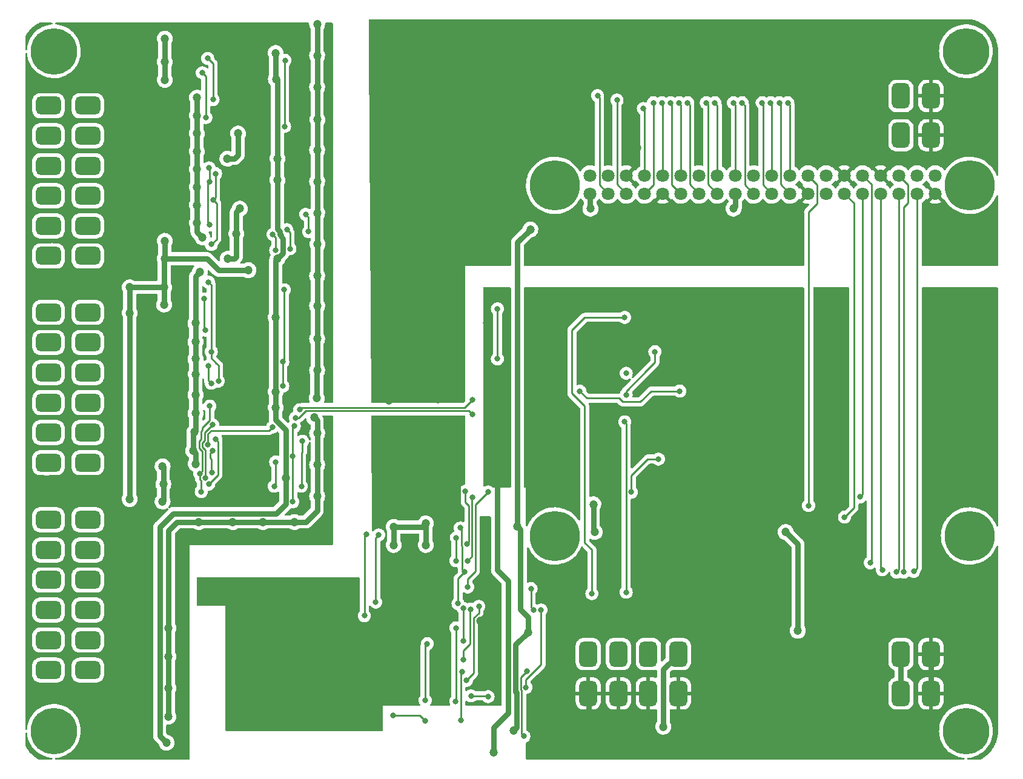
<source format=gbr>
%TF.GenerationSoftware,KiCad,Pcbnew,6.0.7-1.fc36*%
%TF.CreationDate,2022-08-21T12:52:59+01:00*%
%TF.ProjectId,controller,636f6e74-726f-46c6-9c65-722e6b696361,rev?*%
%TF.SameCoordinates,Original*%
%TF.FileFunction,Copper,L2,Bot*%
%TF.FilePolarity,Positive*%
%FSLAX46Y46*%
G04 Gerber Fmt 4.6, Leading zero omitted, Abs format (unit mm)*
G04 Created by KiCad (PCBNEW 6.0.7-1.fc36) date 2022-08-21 12:52:59*
%MOMM*%
%LPD*%
G01*
G04 APERTURE LIST*
G04 Aperture macros list*
%AMRoundRect*
0 Rectangle with rounded corners*
0 $1 Rounding radius*
0 $2 $3 $4 $5 $6 $7 $8 $9 X,Y pos of 4 corners*
0 Add a 4 corners polygon primitive as box body*
4,1,4,$2,$3,$4,$5,$6,$7,$8,$9,$2,$3,0*
0 Add four circle primitives for the rounded corners*
1,1,$1+$1,$2,$3*
1,1,$1+$1,$4,$5*
1,1,$1+$1,$6,$7*
1,1,$1+$1,$8,$9*
0 Add four rect primitives between the rounded corners*
20,1,$1+$1,$2,$3,$4,$5,0*
20,1,$1+$1,$4,$5,$6,$7,0*
20,1,$1+$1,$6,$7,$8,$9,0*
20,1,$1+$1,$8,$9,$2,$3,0*%
G04 Aperture macros list end*
%TA.AperFunction,ComponentPad*%
%ADD10RoundRect,0.625000X-0.625000X-1.125000X0.625000X-1.125000X0.625000X1.125000X-0.625000X1.125000X0*%
%TD*%
%TA.AperFunction,ComponentPad*%
%ADD11C,7.000000*%
%TD*%
%TA.AperFunction,ComponentPad*%
%ADD12C,1.800000*%
%TD*%
%TA.AperFunction,ComponentPad*%
%ADD13RoundRect,0.625000X-1.125000X0.625000X-1.125000X-0.625000X1.125000X-0.625000X1.125000X0.625000X0*%
%TD*%
%TA.AperFunction,ComponentPad*%
%ADD14C,6.500000*%
%TD*%
%TA.AperFunction,ViaPad*%
%ADD15C,1.200000*%
%TD*%
%TA.AperFunction,ViaPad*%
%ADD16C,0.800000*%
%TD*%
%TA.AperFunction,Conductor*%
%ADD17C,0.800000*%
%TD*%
%TA.AperFunction,Conductor*%
%ADD18C,0.250000*%
%TD*%
G04 APERTURE END LIST*
D10*
%TO.P,J1,1*%
%TO.N,VCC*%
X168400000Y-56250000D03*
%TO.P,J1,2*%
X168400000Y-61750000D03*
%TO.P,J1,3*%
%TO.N,GND*%
X172600000Y-56250000D03*
%TO.P,J1,4*%
X172600000Y-61750000D03*
%TD*%
%TO.P,J8,1*%
%TO.N,+12V*%
X168400000Y-134250000D03*
%TO.P,J8,2*%
X168400000Y-139750000D03*
%TO.P,J8,3*%
%TO.N,VSS*%
X172600000Y-134250000D03*
%TO.P,J8,4*%
X172600000Y-139750000D03*
%TD*%
%TO.P,J10,1*%
%TO.N,/0-10V-CH1*%
X124700000Y-134250000D03*
%TO.P,J10,2*%
%TO.N,VSS*%
X124700000Y-139750000D03*
%TO.P,J10,3*%
%TO.N,/0-10V-CH2*%
X128900000Y-134250000D03*
%TO.P,J10,4*%
%TO.N,VSS*%
X128900000Y-139750000D03*
%TO.P,J10,5*%
%TO.N,+12V*%
X133100000Y-134250000D03*
%TO.P,J10,6*%
%TO.N,VSS*%
X133100000Y-139750000D03*
%TO.P,J10,7*%
%TO.N,VDD*%
X137300000Y-134250000D03*
%TO.P,J10,8*%
%TO.N,VSS*%
X137300000Y-139750000D03*
%TD*%
D11*
%TO.P,U11,0*%
%TO.N,N/C*%
X120000000Y-68750000D03*
X178000000Y-117750000D03*
X178000000Y-68750000D03*
X120000000Y-117750000D03*
D12*
%TO.P,U11,1,3V3*%
%TO.N,/rpiconnectivity/3V3*%
X124960000Y-69900000D03*
%TO.P,U11,2,5V*%
%TO.N,VCC*%
X124960000Y-67360000D03*
%TO.P,U11,3,GPIO2*%
%TO.N,/RPIOUT16*%
X127500000Y-69900000D03*
%TO.P,U11,4,5V*%
%TO.N,VCC*%
X127500000Y-67360000D03*
%TO.P,U11,5,GPIO3*%
%TO.N,/RPIOUT15*%
X130040000Y-69900000D03*
%TO.P,U11,6,GND*%
%TO.N,GND*%
X130040000Y-67360000D03*
%TO.P,U11,7,GPIO4*%
%TO.N,/RPIOUT14*%
X132580000Y-69900000D03*
%TO.P,U11,8,GPIO14*%
%TO.N,/RPIOUT13*%
X132580000Y-67360000D03*
%TO.P,U11,9,GND*%
%TO.N,GND*%
X135120000Y-69900000D03*
%TO.P,U11,10,GPIO15*%
%TO.N,/RPIOUT12*%
X135120000Y-67360000D03*
%TO.P,U11,11,GPIO17*%
%TO.N,/RPIOUT11*%
X137660000Y-69900000D03*
%TO.P,U11,12,GPIO18*%
%TO.N,/RPIOUT10*%
X137660000Y-67360000D03*
%TO.P,U11,13,GPIO27*%
%TO.N,/RPIOUT9*%
X140200000Y-69900000D03*
%TO.P,U11,14,GND*%
%TO.N,GND*%
X140200000Y-67360000D03*
%TO.P,U11,15,GPIO22*%
%TO.N,/RPIOUT8*%
X142740000Y-69900000D03*
%TO.P,U11,16,GPIO23*%
%TO.N,/RPIOUT7*%
X142740000Y-67360000D03*
%TO.P,U11,17,3V3*%
%TO.N,/rpiconnectivity/3V3*%
X145280000Y-69900000D03*
%TO.P,U11,18,GPIO24*%
%TO.N,/RPIOUT6*%
X145280000Y-67360000D03*
%TO.P,U11,19,GPIO10*%
%TO.N,/RPIOUT5*%
X147820000Y-69900000D03*
%TO.P,U11,20,GND*%
%TO.N,GND*%
X147820000Y-67360000D03*
%TO.P,U11,21,GPIO9*%
%TO.N,/RPIOUT4*%
X150360000Y-69900000D03*
%TO.P,U11,22,GPIO25*%
%TO.N,/RPIOUT3*%
X150360000Y-67360000D03*
%TO.P,U11,23,GPIO11*%
%TO.N,/RPIOUT2*%
X152900000Y-69900000D03*
%TO.P,U11,24,GPIO8*%
%TO.N,/RPIOUT1*%
X152900000Y-67360000D03*
%TO.P,U11,25,GND*%
%TO.N,GND*%
X155440000Y-69900000D03*
%TO.P,U11,26,GPIO7*%
%TO.N,/RPIIN1*%
X155440000Y-67360000D03*
%TO.P,U11,27,ID_SD*%
%TO.N,unconnected-(U11-Pad27)*%
X157980000Y-69900000D03*
%TO.P,U11,28,ID_SC*%
%TO.N,unconnected-(U11-Pad28)*%
X157980000Y-67360000D03*
%TO.P,U11,29,GPIO5*%
%TO.N,/RPIIN2*%
X160520000Y-69900000D03*
%TO.P,U11,30,GND*%
%TO.N,GND*%
X160520000Y-67360000D03*
%TO.P,U11,31,GPIO6*%
%TO.N,/RPIIN3*%
X163060000Y-69900000D03*
%TO.P,U11,32,GPIO12*%
%TO.N,/RPIIN4*%
X163060000Y-67360000D03*
%TO.P,U11,33,GPIO13*%
%TO.N,/RPIIN5*%
X165600000Y-69900000D03*
%TO.P,U11,34,GND*%
%TO.N,GND*%
X165600000Y-67360000D03*
%TO.P,U11,35,GPIO19*%
%TO.N,/RPIIN6*%
X168140000Y-69900000D03*
%TO.P,U11,36,GPIO16*%
%TO.N,/RPIIN7*%
X168140000Y-67360000D03*
%TO.P,U11,37,GPIO26*%
%TO.N,/RPIIN8*%
X170680000Y-69900000D03*
%TO.P,U11,38,GPIO20*%
%TO.N,unconnected-(U11-Pad38)*%
X170680000Y-67360000D03*
%TO.P,U11,39,GND*%
%TO.N,GND*%
X173220000Y-69900000D03*
%TO.P,U11,40,GPIO21*%
%TO.N,unconnected-(U11-Pad40)*%
X173220000Y-67360000D03*
%TD*%
D13*
%TO.P,J2,1*%
%TO.N,VDD*%
X54750000Y-57600000D03*
%TO.P,J2,2*%
X49250000Y-57600000D03*
%TO.P,J2,3*%
%TO.N,/OUT1*%
X54750000Y-61800000D03*
%TO.P,J2,4*%
%TO.N,/OUT2*%
X49250000Y-61800000D03*
%TO.P,J2,5*%
%TO.N,/OUT3*%
X54750000Y-66000000D03*
%TO.P,J2,6*%
%TO.N,/OUT4*%
X49250000Y-66000000D03*
%TO.P,J2,7*%
%TO.N,/OUT5*%
X54750000Y-70200000D03*
%TO.P,J2,8*%
%TO.N,/OUT6*%
X49250000Y-70200000D03*
%TO.P,J2,9*%
%TO.N,/OUT7*%
X54750000Y-74400000D03*
%TO.P,J2,10*%
%TO.N,/OUT8*%
X49250000Y-74400000D03*
%TO.P,J2,11*%
%TO.N,VSS*%
X54750000Y-78600000D03*
%TO.P,J2,12*%
X49250000Y-78600000D03*
%TD*%
%TO.P,J3,1*%
%TO.N,VDD*%
X54750000Y-86500000D03*
%TO.P,J3,2*%
X49250000Y-86500000D03*
%TO.P,J3,3*%
%TO.N,/OUT9*%
X54750000Y-90700000D03*
%TO.P,J3,4*%
%TO.N,/OUT10*%
X49250000Y-90700000D03*
%TO.P,J3,5*%
%TO.N,/OUT11*%
X54750000Y-94900000D03*
%TO.P,J3,6*%
%TO.N,/OUT12*%
X49250000Y-94900000D03*
%TO.P,J3,7*%
%TO.N,/OUT13*%
X54750000Y-99100000D03*
%TO.P,J3,8*%
%TO.N,/OUT14*%
X49250000Y-99100000D03*
%TO.P,J3,9*%
%TO.N,/OUT15*%
X54750000Y-103300000D03*
%TO.P,J3,10*%
%TO.N,/OUT16*%
X49250000Y-103300000D03*
%TO.P,J3,11*%
%TO.N,VSS*%
X54750000Y-107500000D03*
%TO.P,J3,12*%
X49250000Y-107500000D03*
%TD*%
%TO.P,J4,1*%
%TO.N,VDD*%
X54750000Y-115500000D03*
%TO.P,J4,2*%
X49250000Y-115500000D03*
%TO.P,J4,3*%
%TO.N,/IN1*%
X54750000Y-119700000D03*
%TO.P,J4,4*%
%TO.N,/IN2*%
X49250000Y-119700000D03*
%TO.P,J4,5*%
%TO.N,/IN3*%
X54750000Y-123900000D03*
%TO.P,J4,6*%
%TO.N,/IN4*%
X49250000Y-123900000D03*
%TO.P,J4,7*%
%TO.N,/IN5*%
X54750000Y-128100000D03*
%TO.P,J4,8*%
%TO.N,/IN6*%
X49250000Y-128100000D03*
%TO.P,J4,9*%
%TO.N,/IN7*%
X54750000Y-132300000D03*
%TO.P,J4,10*%
%TO.N,/IN8*%
X49250000Y-132300000D03*
%TO.P,J4,11*%
%TO.N,VSS*%
X54750000Y-136500000D03*
%TO.P,J4,12*%
X49250000Y-136500000D03*
%TD*%
D14*
%TO.P,F3,1*%
%TO.N,unconnected-(F3-Pad1)*%
X177500000Y-145000000D03*
%TD*%
%TO.P,F4,1*%
%TO.N,unconnected-(F4-Pad1)*%
X50000000Y-50000000D03*
%TD*%
%TO.P,F2,1*%
%TO.N,unconnected-(F2-Pad1)*%
X50000000Y-145000000D03*
%TD*%
%TO.P,F1,1*%
%TO.N,unconnected-(F1-Pad1)*%
X177500000Y-50000000D03*
%TD*%
D15*
%TO.N,GND*%
X106000000Y-109800000D03*
X106500000Y-115200000D03*
X96800000Y-72400000D03*
X96800000Y-85600000D03*
X97000000Y-134000000D03*
X71400000Y-126300000D03*
X96800000Y-94400000D03*
X97000000Y-129000000D03*
X96965142Y-50235061D03*
X96965142Y-54035061D03*
X97000000Y-121500000D03*
X97000000Y-124000000D03*
X96800000Y-90000000D03*
X103700000Y-98600000D03*
X100700000Y-97100000D03*
X96500000Y-77000000D03*
X96900498Y-46800000D03*
X96965142Y-59035061D03*
X97000000Y-136500000D03*
X76600000Y-139200000D03*
X96800000Y-63800000D03*
X80050693Y-126025999D03*
X76700000Y-143400000D03*
X97000000Y-131500000D03*
X96800000Y-98800000D03*
X97000000Y-139000000D03*
X96800000Y-103400000D03*
X84600000Y-126200000D03*
X97000000Y-126500000D03*
X76600000Y-134800000D03*
X96800000Y-107600000D03*
X75800000Y-126200000D03*
X96800000Y-81200000D03*
X109600000Y-129600000D03*
X97000000Y-112000000D03*
X111000000Y-125400000D03*
X96800000Y-68200000D03*
X131500000Y-63500000D03*
X76600000Y-130600000D03*
%TO.N,VDD*%
X65500000Y-51500000D03*
X65500000Y-48250000D03*
X65500000Y-54000000D03*
X81000000Y-87200000D03*
X81000000Y-50250000D03*
X65300000Y-110500000D03*
X65200000Y-108000000D03*
X60600000Y-86600000D03*
X77200000Y-80600000D03*
X81000000Y-99800000D03*
X65400000Y-83000000D03*
X81250000Y-65000000D03*
X81042143Y-53924500D03*
X81000000Y-97600000D03*
X65500000Y-79000000D03*
X65400000Y-85400000D03*
X65750000Y-146650000D03*
X60600000Y-83000000D03*
X81250000Y-68024500D03*
X81250000Y-79000000D03*
X65500000Y-76500000D03*
X60600000Y-112600000D03*
X65200000Y-112924500D03*
X82400000Y-109600000D03*
X135200000Y-144400000D03*
D16*
%TO.N,/OUT8*%
X81000000Y-77800000D03*
X80600000Y-75600000D03*
D15*
%TO.N,VSS*%
X70000000Y-59000000D03*
X69800000Y-90600000D03*
X141200000Y-99200000D03*
X69800000Y-98000000D03*
X124800000Y-146800000D03*
X66000000Y-130600000D03*
X86800000Y-94600000D03*
X70200000Y-115800000D03*
X74250000Y-65000000D03*
X86800000Y-81400000D03*
X83600000Y-115800000D03*
X66000000Y-134600000D03*
X70750000Y-76000000D03*
X86800000Y-68200000D03*
X75750000Y-61500000D03*
X86800000Y-72600000D03*
X86800000Y-85600000D03*
X86800000Y-63800000D03*
X70000000Y-61500000D03*
X112000000Y-96000000D03*
X69825999Y-107679463D03*
X69800000Y-93000000D03*
X86750000Y-98500000D03*
X86800000Y-90200000D03*
X76000000Y-72000000D03*
X86800000Y-55000000D03*
X141500000Y-88500000D03*
X69676498Y-103200628D03*
X69467952Y-105830463D03*
X70000000Y-69000000D03*
X141200000Y-103000000D03*
X70000000Y-56500000D03*
X74279849Y-79027593D03*
X70000000Y-71500000D03*
X112000000Y-102500000D03*
X75500000Y-75500000D03*
X69832068Y-95124500D03*
X66000000Y-143000000D03*
X112000000Y-110000000D03*
X86800000Y-107800000D03*
X70000000Y-66500000D03*
X70000000Y-64000000D03*
X86800000Y-50600000D03*
X86844436Y-76956995D03*
X86800000Y-112200000D03*
X69800000Y-100600000D03*
X75000000Y-115800000D03*
X79200000Y-115800000D03*
X86800000Y-46200000D03*
X70403373Y-80875500D03*
X86842001Y-59549500D03*
X66000000Y-139000000D03*
X70000000Y-74000000D03*
X86399631Y-101212991D03*
X86800000Y-103400000D03*
X111500000Y-148000000D03*
X69800000Y-88000000D03*
X141500000Y-84500000D03*
X110500000Y-88000000D03*
%TO.N,+10V*%
X152300000Y-117200000D03*
X125416527Y-113325999D03*
X125600000Y-117200000D03*
X154000000Y-131000000D03*
D16*
%TO.N,Net-(C11-Pad1)*%
X130724500Y-111612751D03*
X134500000Y-107000000D03*
D15*
%TO.N,/rpiconnectivity/3V3*%
X97500000Y-116500000D03*
X114800000Y-116400000D03*
X97500000Y-119000000D03*
X145000000Y-72000000D03*
X114250055Y-144950999D03*
X102000000Y-116000000D03*
X116300000Y-131200000D03*
X125000000Y-72000000D03*
X102000000Y-119000000D03*
X116600000Y-74900000D03*
D16*
%TO.N,Net-(C20-Pad1)*%
X112000000Y-86000000D03*
X112000000Y-93000000D03*
%TO.N,Net-(C23-Pad1)*%
X137500000Y-97500000D03*
X123500000Y-97500000D03*
%TO.N,Net-(C25-Pad1)*%
X130000000Y-98000000D03*
X134013408Y-91995124D03*
%TO.N,Net-(C26-Pad2)*%
X130000000Y-95000000D03*
%TO.N,/OUT12*%
X71600000Y-94000000D03*
X71986643Y-96405937D03*
%TO.N,/OUT15*%
X108500000Y-98750000D03*
X84362701Y-100112701D03*
X80562930Y-102511188D03*
X71500000Y-105000000D03*
%TO.N,/OUT16*%
X80800000Y-110800000D03*
X81000000Y-107400000D03*
X72124500Y-108835715D03*
X83750000Y-101250000D03*
X108500000Y-100750000D03*
X72204966Y-105798644D03*
%TO.N,/RPIIN1*%
X107500000Y-111500000D03*
X107725999Y-118860000D03*
X155500000Y-113500000D03*
%TO.N,/RPIIN2*%
X107800000Y-121200000D03*
X160520000Y-115120000D03*
X108488467Y-112350999D03*
%TO.N,/RPIIN3*%
X110700000Y-111600000D03*
X107845707Y-124887131D03*
X162700000Y-112300000D03*
%TO.N,/RPIIN4*%
X116700000Y-125100000D03*
X117055603Y-128124500D03*
X164100000Y-121500000D03*
%TO.N,/RPIIN5*%
X107231439Y-127881177D03*
X107200000Y-132400000D03*
X165800427Y-122475500D03*
%TO.N,/RPIIN6*%
X167800000Y-122800000D03*
X108225801Y-127982410D03*
X107200000Y-135000000D03*
%TO.N,/RPIIN7*%
X168800000Y-122800000D03*
X109400000Y-127600000D03*
X107660000Y-137940000D03*
%TO.N,/RPIIN8*%
X110700000Y-140200000D03*
X116000000Y-138900000D03*
X108300000Y-140100000D03*
X118100000Y-128100000D03*
X170200000Y-122700000D03*
%TO.N,Net-(O2-Pad4)*%
X71500000Y-51000000D03*
X72250000Y-56750000D03*
%TO.N,Net-(O3-Pad4)*%
X71250000Y-59250000D03*
X70750000Y-53000000D03*
%TO.N,Net-(O4-Pad4)*%
X82249500Y-60500000D03*
X82304582Y-51276498D03*
%TO.N,Net-(O5-Pad4)*%
X71700000Y-66300000D03*
X71750000Y-74250000D03*
X71750000Y-68250000D03*
%TO.N,Net-(O6-Pad4)*%
X72600000Y-67100000D03*
X72000000Y-77000000D03*
X72250000Y-70750000D03*
%TO.N,Net-(O7-Pad4)*%
X85200000Y-72800000D03*
X85600000Y-75200000D03*
%TO.N,Net-(O8-Pad4)*%
X82568997Y-74942934D03*
X82999000Y-77600000D03*
%TO.N,Net-(O10-Pad4)*%
X71200000Y-89000000D03*
X71000000Y-84600000D03*
%TO.N,Net-(O11-Pad4)*%
X73000000Y-96100000D03*
X71629107Y-82275500D03*
X72000000Y-92000000D03*
%TO.N,Net-(O12-Pad4)*%
X82000000Y-96800000D03*
X82200000Y-83345500D03*
X82000000Y-93400000D03*
%TO.N,Net-(O13-Pad4)*%
X70600000Y-111550000D03*
X70371429Y-109041005D03*
X71800000Y-99600000D03*
%TO.N,Net-(O14-Pad4)*%
X72200000Y-102200000D03*
X71200000Y-109600000D03*
%TO.N,Net-(O15-Pad4)*%
X84750000Y-104500000D03*
X72609156Y-104216230D03*
X84600000Y-110800000D03*
X71653000Y-110490953D03*
%TO.N,Net-(O16-Pad4)*%
X83400000Y-106600000D03*
X83399500Y-112958047D03*
X83600000Y-102400000D03*
%TO.N,Net-(O18-Pad4)*%
X106200000Y-121200000D03*
X95000000Y-127000000D03*
X95400000Y-117600000D03*
X106250000Y-118000000D03*
%TO.N,Net-(O19-Pad4)*%
X107400000Y-122800000D03*
X106800000Y-116600000D03*
X106500000Y-127200000D03*
%TO.N,Net-(O20-Pad4)*%
X93725000Y-117525000D03*
X93400000Y-128900000D03*
%TO.N,Net-(O21-Pad4)*%
X106175500Y-140866249D03*
X106200000Y-130600000D03*
%TO.N,Net-(O22-Pad4)*%
X102200000Y-132800000D03*
X101900000Y-140700000D03*
%TO.N,Net-(O23-Pad4)*%
X107100000Y-136700000D03*
X106900000Y-143500000D03*
%TO.N,Net-(O24-Pad4)*%
X97400000Y-142800000D03*
X115686451Y-145749502D03*
X101900000Y-143600000D03*
X116087701Y-136687701D03*
%TO.N,/RPIOUT1*%
X152600000Y-57200000D03*
%TO.N,/RPIOUT2*%
X151400000Y-57200000D03*
%TO.N,/RPIOUT3*%
X150200000Y-57200000D03*
%TO.N,/RPIOUT4*%
X149000000Y-57200000D03*
%TO.N,/RPIOUT5*%
X146200000Y-57200000D03*
%TO.N,/RPIOUT6*%
X145000000Y-57200000D03*
%TO.N,/RPIOUT7*%
X142400000Y-57200000D03*
%TO.N,/RPIOUT8*%
X141200000Y-57200000D03*
%TO.N,/RPIOUT9*%
X138600000Y-57200000D03*
%TO.N,/RPIOUT10*%
X137400000Y-57200000D03*
%TO.N,/RPIOUT11*%
X136200000Y-57200000D03*
%TO.N,/RPIOUT12*%
X135000000Y-57200000D03*
%TO.N,/RPIOUT13*%
X132400000Y-58000000D03*
%TO.N,/RPIOUT14*%
X133800000Y-57200000D03*
%TO.N,/RPIOUT15*%
X128719358Y-56823502D03*
%TO.N,/RPIOUT16*%
X126000000Y-56200000D03*
%TO.N,Net-(R13-Pad2)*%
X129800000Y-101800000D03*
X130000000Y-125600000D03*
%TO.N,Net-(R97-Pad2)*%
X129800000Y-87200000D03*
X125200000Y-125800000D03*
%TD*%
D17*
%TO.N,GND*%
X103700000Y-98600000D02*
X102200000Y-98600000D01*
X97000000Y-112000000D02*
X97200000Y-112000000D01*
X97000000Y-129000000D02*
X97000000Y-126500000D01*
X97000000Y-139000000D02*
X97000000Y-136500000D01*
X109600000Y-129600000D02*
X111000000Y-128200000D01*
X97000000Y-131500000D02*
X97000000Y-129000000D01*
X97000000Y-136500000D02*
X97000000Y-134000000D01*
X102200000Y-98600000D02*
X100700000Y-97100000D01*
X106500000Y-115200000D02*
X106500000Y-110300000D01*
X97000000Y-126500000D02*
X97000000Y-124000000D01*
X97000000Y-134000000D02*
X97000000Y-131500000D01*
X106500000Y-110300000D02*
X106000000Y-109800000D01*
X97000000Y-121500000D02*
X97000000Y-124000000D01*
X111000000Y-128200000D02*
X111000000Y-125400000D01*
%TO.N,VDD*%
X81000000Y-99800000D02*
X81000000Y-97600000D01*
X81724501Y-75899901D02*
X81724501Y-75699901D01*
X81599500Y-75185993D02*
X81250000Y-74836493D01*
X65300000Y-108100000D02*
X65200000Y-108000000D01*
X77200000Y-80600000D02*
X73000000Y-80600000D01*
X81250000Y-79000000D02*
X81999500Y-78250500D01*
X66700000Y-114600000D02*
X64800000Y-116500000D01*
X81000000Y-79250000D02*
X81250000Y-79000000D01*
X81000000Y-50250000D02*
X81000000Y-53882357D01*
X82400000Y-113300000D02*
X81100000Y-114600000D01*
X65500000Y-54000000D02*
X65500000Y-51500000D01*
X60600000Y-86600000D02*
X60600000Y-83000000D01*
X81250000Y-54132357D02*
X81042143Y-53924500D01*
X65400000Y-85400000D02*
X65400000Y-83000000D01*
X81000000Y-87200000D02*
X81000000Y-79250000D01*
X135200000Y-136400000D02*
X137350000Y-134250000D01*
X81999500Y-78250500D02*
X81999500Y-76174900D01*
X65300000Y-112824500D02*
X65200000Y-112924500D01*
X81250000Y-65000000D02*
X81250000Y-68024500D01*
X65400000Y-83000000D02*
X60600000Y-83000000D01*
X135200000Y-144400000D02*
X135200000Y-136400000D01*
X65300000Y-110500000D02*
X65300000Y-112824500D01*
X81724501Y-75699901D02*
X81599500Y-75574900D01*
X64800000Y-116500000D02*
X64800000Y-145700000D01*
X71400000Y-79000000D02*
X65500000Y-79000000D01*
X81000000Y-87200000D02*
X81000000Y-97600000D01*
X81000000Y-53882357D02*
X81042143Y-53924500D01*
X65300000Y-110500000D02*
X65300000Y-108100000D01*
X65400000Y-79100000D02*
X65500000Y-79000000D01*
X82400000Y-102934751D02*
X82400000Y-109600000D01*
X60600000Y-86600000D02*
X60600000Y-112600000D01*
X81599500Y-75574900D02*
X81599500Y-75185993D01*
X81000000Y-99800000D02*
X81000000Y-101534751D01*
X65500000Y-79000000D02*
X65500000Y-76500000D01*
X81000000Y-101534751D02*
X82400000Y-102934751D01*
X73000000Y-80600000D02*
X71400000Y-79000000D01*
X65500000Y-48250000D02*
X65500000Y-51500000D01*
X81100000Y-114600000D02*
X66700000Y-114600000D01*
X81999500Y-76174900D02*
X81724501Y-75899901D01*
X82400000Y-109600000D02*
X82400000Y-113300000D01*
X64800000Y-145700000D02*
X65750000Y-146650000D01*
X65400000Y-83000000D02*
X65400000Y-79100000D01*
X81250000Y-74836493D02*
X81250000Y-68024500D01*
X81250000Y-65000000D02*
X81250000Y-54132357D01*
D18*
%TO.N,/OUT8*%
X81000000Y-76000000D02*
X80600000Y-75600000D01*
X81000000Y-77800000D02*
X81000000Y-76000000D01*
D17*
%TO.N,+12V*%
X168400000Y-139750000D02*
X168400000Y-134250000D01*
%TO.N,VSS*%
X86800000Y-90200000D02*
X86800000Y-85600000D01*
X69800000Y-98000000D02*
X69800000Y-95156568D01*
X86800000Y-55000000D02*
X86800000Y-50600000D01*
X69467952Y-105830463D02*
X69800000Y-106162511D01*
X111500000Y-144500000D02*
X111500000Y-148000000D01*
X69800000Y-100600000D02*
X69800000Y-103077126D01*
X141200000Y-99200000D02*
X141200000Y-103000000D01*
X70000000Y-64000000D02*
X70000000Y-61500000D01*
X86800000Y-112200000D02*
X86800000Y-114200000D01*
X86800000Y-72600000D02*
X86800000Y-68200000D01*
X69800000Y-90600000D02*
X69800000Y-88000000D01*
X86800000Y-63800000D02*
X86800000Y-59591501D01*
X66000000Y-134600000D02*
X66000000Y-131200000D01*
X86800000Y-77001431D02*
X86844436Y-76956995D01*
X86800000Y-72600000D02*
X86800000Y-76912559D01*
X75500000Y-78750000D02*
X75222407Y-79027593D01*
X75500000Y-75500000D02*
X75500000Y-78750000D01*
X113500000Y-124000000D02*
X113500000Y-142500000D01*
X86800000Y-85600000D02*
X86800000Y-81400000D01*
X86750000Y-94650000D02*
X86800000Y-94600000D01*
X69825999Y-107425999D02*
X69825999Y-107679463D01*
X69800000Y-95156568D02*
X69832068Y-95124500D01*
X86800000Y-107800000D02*
X86800000Y-103400000D01*
X70000000Y-66500000D02*
X70000000Y-64000000D01*
X70000000Y-61500000D02*
X70000000Y-59000000D01*
X69800000Y-107400000D02*
X69825999Y-107425999D01*
X69800000Y-81478873D02*
X70403373Y-80875500D01*
X113500000Y-142500000D02*
X111500000Y-144500000D01*
X85200000Y-115800000D02*
X83600000Y-115800000D01*
X69800000Y-106162511D02*
X69800000Y-107400000D01*
X69800000Y-103077126D02*
X69676498Y-103200628D01*
X69467952Y-105830463D02*
X69467952Y-103409174D01*
X70200000Y-115800000D02*
X75000000Y-115800000D01*
X70000000Y-56500000D02*
X70000000Y-59000000D01*
X66000000Y-143000000D02*
X66000000Y-139000000D01*
X69800000Y-100600000D02*
X69800000Y-98000000D01*
X112000000Y-110000000D02*
X112000000Y-122500000D01*
X110500000Y-94500000D02*
X112000000Y-96000000D01*
X86800000Y-55000000D02*
X86800000Y-59507499D01*
X66000000Y-134600000D02*
X66000000Y-139000000D01*
X66000000Y-130600000D02*
X66000000Y-134600000D01*
X86800000Y-101613360D02*
X86399631Y-101212991D01*
X86800000Y-94600000D02*
X86800000Y-90200000D01*
X75500000Y-72500000D02*
X76000000Y-72000000D01*
X69800000Y-95092432D02*
X69832068Y-95124500D01*
X75500000Y-75500000D02*
X75500000Y-72500000D01*
X67200000Y-115800000D02*
X70200000Y-115800000D01*
X86800000Y-81400000D02*
X86800000Y-77001431D01*
X49750000Y-79250000D02*
X49750000Y-77730000D01*
X70000000Y-74000000D02*
X70000000Y-75250000D01*
X69800000Y-88000000D02*
X69800000Y-81478873D01*
X49000000Y-108400000D02*
X49900000Y-107500000D01*
X70000000Y-75250000D02*
X70750000Y-76000000D01*
X70000000Y-71500000D02*
X70000000Y-69000000D01*
X112000000Y-110000000D02*
X112000000Y-102500000D01*
X124800000Y-139800000D02*
X124750000Y-139750000D01*
X79200000Y-115800000D02*
X75000000Y-115800000D01*
X172600000Y-139750000D02*
X172600000Y-134250000D01*
X69467952Y-103409174D02*
X69676498Y-103200628D01*
X69800000Y-93000000D02*
X69800000Y-95092432D01*
X70000000Y-69000000D02*
X70000000Y-66500000D01*
X86800000Y-112200000D02*
X86800000Y-107800000D01*
X86800000Y-76912559D02*
X86844436Y-76956995D01*
X75750000Y-61500000D02*
X75750000Y-64500000D01*
X112000000Y-122500000D02*
X113500000Y-124000000D01*
X66000000Y-130600000D02*
X66000000Y-117000000D01*
X86750000Y-98500000D02*
X86750000Y-94650000D01*
X86800000Y-59591501D02*
X86842001Y-59549500D01*
X86800000Y-50600000D02*
X86800000Y-46200000D01*
X69800000Y-93000000D02*
X69800000Y-90600000D01*
X83600000Y-115800000D02*
X79200000Y-115800000D01*
X141500000Y-88500000D02*
X141500000Y-84500000D01*
X86800000Y-114200000D02*
X85200000Y-115800000D01*
X70000000Y-74000000D02*
X70000000Y-71500000D01*
X75250000Y-65000000D02*
X74250000Y-65000000D01*
X112000000Y-96000000D02*
X112000000Y-102500000D01*
X86800000Y-59507499D02*
X86842001Y-59549500D01*
X75750000Y-64500000D02*
X75250000Y-65000000D01*
X110500000Y-88000000D02*
X110500000Y-94500000D01*
X75222407Y-79027593D02*
X74279849Y-79027593D01*
X86800000Y-68200000D02*
X86800000Y-63800000D01*
X124800000Y-146800000D02*
X124800000Y-139800000D01*
X86800000Y-103400000D02*
X86800000Y-101613360D01*
X66000000Y-117000000D02*
X67200000Y-115800000D01*
%TO.N,+10V*%
X125400000Y-117000000D02*
X125400000Y-113342526D01*
X125600000Y-117200000D02*
X125400000Y-117000000D01*
X154000000Y-131000000D02*
X154000000Y-118900000D01*
X154000000Y-118900000D02*
X152300000Y-117200000D01*
X125400000Y-113342526D02*
X125416527Y-113325999D01*
D18*
%TO.N,Net-(C11-Pad1)*%
X130724500Y-109275500D02*
X130724500Y-111612751D01*
X134500000Y-107000000D02*
X133000000Y-107000000D01*
X133000000Y-107000000D02*
X130724500Y-109275500D01*
D17*
%TO.N,/rpiconnectivity/3V3*%
X115200000Y-116800000D02*
X114800000Y-116400000D01*
X115800000Y-128600000D02*
X115200000Y-128000000D01*
X124960000Y-71960000D02*
X125000000Y-72000000D01*
X124960000Y-69900000D02*
X124960000Y-71960000D01*
X114675499Y-144525555D02*
X114250055Y-144950999D01*
X116300000Y-129100000D02*
X115800000Y-128600000D01*
X145280000Y-69900000D02*
X145280000Y-71720000D01*
X114675499Y-139624697D02*
X114675499Y-144525555D01*
X145280000Y-71720000D02*
X145000000Y-72000000D01*
X114550999Y-139500196D02*
X114675499Y-139624697D01*
X114800000Y-76700000D02*
X114800000Y-116400000D01*
X97500000Y-116500000D02*
X97500000Y-119000000D01*
X116600000Y-74900000D02*
X114800000Y-76700000D01*
X102000000Y-119000000D02*
X102000000Y-116000000D01*
X115200000Y-128000000D02*
X115200000Y-120000000D01*
X115200000Y-120000000D02*
X115200000Y-116800000D01*
X97500000Y-116500000D02*
X101500000Y-116500000D01*
X114550999Y-132949001D02*
X114550999Y-139500196D01*
X116300000Y-131200000D02*
X116300000Y-129100000D01*
X116300000Y-131200000D02*
X114550999Y-132949001D01*
X101500000Y-116500000D02*
X102000000Y-116000000D01*
D18*
%TO.N,Net-(C20-Pad1)*%
X112000000Y-93000000D02*
X112000000Y-86000000D01*
%TO.N,Net-(C23-Pad1)*%
X123500000Y-97500000D02*
X124500000Y-98500000D01*
X129500000Y-99000000D02*
X132000000Y-99000000D01*
X127500000Y-98500000D02*
X129000000Y-98500000D01*
X129000000Y-98500000D02*
X129500000Y-99000000D01*
X124500000Y-98500000D02*
X127500000Y-98500000D01*
X133500000Y-97500000D02*
X137500000Y-97500000D01*
X132000000Y-99000000D02*
X133500000Y-97500000D01*
%TO.N,Net-(C25-Pad1)*%
X133000000Y-94500000D02*
X134013408Y-93486592D01*
X130000000Y-97500000D02*
X133000000Y-94500000D01*
X130000000Y-98000000D02*
X130000000Y-97500000D01*
X134013408Y-93486592D02*
X134013408Y-91995124D01*
%TO.N,/OUT12*%
X71600000Y-94000000D02*
X71600000Y-96019294D01*
X71600000Y-96019294D02*
X71986643Y-96405937D01*
%TO.N,/OUT15*%
X80074118Y-103000000D02*
X80562930Y-102511188D01*
X107449501Y-99800499D02*
X84674903Y-99800499D01*
X84674903Y-99800499D02*
X84362701Y-100112701D01*
X71500000Y-105000000D02*
X71500000Y-103500000D01*
X108500000Y-98750000D02*
X107449501Y-99800499D01*
X72000000Y-103000000D02*
X72500000Y-103000000D01*
X71500000Y-103500000D02*
X72000000Y-103000000D01*
X72500000Y-103000000D02*
X80074118Y-103000000D01*
%TO.N,/OUT16*%
X72049501Y-107013811D02*
X71849501Y-106813811D01*
X108000000Y-100250000D02*
X108500000Y-100750000D01*
X84250000Y-101250000D02*
X85250000Y-100250000D01*
X71849501Y-106813811D02*
X71849501Y-106154109D01*
X80800000Y-110800000D02*
X81000000Y-110600000D01*
X85250000Y-100250000D02*
X91750000Y-100250000D01*
X71849501Y-106154109D02*
X72204966Y-105798644D01*
X72049501Y-108760716D02*
X72049501Y-107013811D01*
X83750000Y-101250000D02*
X84250000Y-101250000D01*
X72124500Y-108835715D02*
X72049501Y-108760716D01*
X81000000Y-110600000D02*
X81000000Y-107400000D01*
X91750000Y-100250000D02*
X108000000Y-100250000D01*
%TO.N,/RPIIN1*%
X107500000Y-113000000D02*
X108000000Y-113500000D01*
X155440000Y-67360000D02*
X156700000Y-68620000D01*
X108000000Y-118585999D02*
X107725999Y-118860000D01*
X108000000Y-113500000D02*
X108000000Y-118585999D01*
X107500000Y-111500000D02*
X107500000Y-113000000D01*
X156700000Y-71300000D02*
X155500000Y-72500000D01*
X155500000Y-72500000D02*
X155500000Y-113500000D01*
X156700000Y-68620000D02*
X156700000Y-71300000D01*
%TO.N,/RPIIN2*%
X161835000Y-113805000D02*
X161835000Y-71215000D01*
X161835000Y-71215000D02*
X160520000Y-69900000D01*
X108449501Y-112389965D02*
X108488467Y-112350999D01*
X108449501Y-118424903D02*
X108449501Y-112389965D01*
X160520000Y-115120000D02*
X161835000Y-113805000D01*
X107800000Y-121200000D02*
X108450499Y-120549501D01*
X108450499Y-120549501D02*
X108450499Y-118425901D01*
X108450499Y-118425901D02*
X108449501Y-118424903D01*
%TO.N,/RPIIN3*%
X108900000Y-117300000D02*
X108900000Y-113400000D01*
X108600000Y-123000000D02*
X108900000Y-122700000D01*
X162700000Y-112300000D02*
X163060000Y-111940000D01*
X108900000Y-113400000D02*
X110700000Y-111600000D01*
X107845707Y-124887131D02*
X107845707Y-123754293D01*
X163060000Y-111940000D02*
X163060000Y-69900000D01*
X107845707Y-123754293D02*
X108600000Y-123000000D01*
X108900000Y-122700000D02*
X108900000Y-117300000D01*
%TO.N,/RPIIN4*%
X116700000Y-125100000D02*
X116700000Y-127768897D01*
X164300000Y-69600000D02*
X164300000Y-121300000D01*
X164300000Y-69600000D02*
X164300000Y-70700000D01*
X116700000Y-127768897D02*
X117055603Y-128124500D01*
X163060000Y-67360000D02*
X164300000Y-68600000D01*
X164300000Y-68600000D02*
X164300000Y-69600000D01*
X164300000Y-121300000D02*
X164100000Y-121500000D01*
%TO.N,/RPIIN5*%
X165600000Y-69900000D02*
X165600000Y-122275073D01*
X165600000Y-122275073D02*
X165800427Y-122475500D01*
X107200000Y-127912616D02*
X107231439Y-127881177D01*
X107200000Y-132400000D02*
X107200000Y-127912616D01*
%TO.N,/RPIIN6*%
X107200000Y-133800000D02*
X108200000Y-132800000D01*
X107200000Y-135000000D02*
X107200000Y-133800000D01*
X108200000Y-128008211D02*
X108225801Y-127982410D01*
X168140000Y-122340000D02*
X168140000Y-122460000D01*
X168140000Y-122460000D02*
X167800000Y-122800000D01*
X108200000Y-132800000D02*
X108200000Y-128008211D01*
X168140000Y-122340000D02*
X168140000Y-69900000D01*
%TO.N,/RPIIN7*%
X108675500Y-136924500D02*
X108675500Y-129217059D01*
X109400000Y-128492559D02*
X109400000Y-127600000D01*
X168140000Y-67360000D02*
X169400000Y-68620000D01*
X169400000Y-68620000D02*
X169400000Y-71200000D01*
X107660000Y-137940000D02*
X108675500Y-136924500D01*
X108675500Y-129217059D02*
X109400000Y-128492559D01*
X168800000Y-71800000D02*
X169400000Y-71200000D01*
X168800000Y-122800000D02*
X168800000Y-71800000D01*
%TO.N,/RPIIN8*%
X110600000Y-140100000D02*
X110700000Y-140200000D01*
X170680000Y-122220000D02*
X170200000Y-122700000D01*
X170680000Y-69900000D02*
X170680000Y-122220000D01*
X108300000Y-140100000D02*
X110600000Y-140100000D01*
X117100000Y-136700000D02*
X118100000Y-135700000D01*
X116000000Y-137800000D02*
X117100000Y-136700000D01*
X116000000Y-138900000D02*
X116000000Y-137800000D01*
X118100000Y-135700000D02*
X118100000Y-128100000D01*
%TO.N,Net-(O2-Pad4)*%
X72250000Y-51750000D02*
X72250000Y-56750000D01*
X71500000Y-51000000D02*
X72250000Y-51750000D01*
%TO.N,Net-(O3-Pad4)*%
X71250000Y-53500000D02*
X71250000Y-59250000D01*
X70750000Y-53000000D02*
X71250000Y-53500000D01*
%TO.N,Net-(O4-Pad4)*%
X82249500Y-51331580D02*
X82304582Y-51276498D01*
X82249500Y-60500000D02*
X82249500Y-51331580D01*
%TO.N,Net-(O5-Pad4)*%
X71525500Y-68474500D02*
X71750000Y-68250000D01*
X71750000Y-68250000D02*
X71750000Y-66350000D01*
X71750000Y-74250000D02*
X71525500Y-74025500D01*
X71525500Y-74025500D02*
X71525500Y-68474500D01*
X71750000Y-66350000D02*
X71700000Y-66300000D01*
%TO.N,Net-(O6-Pad4)*%
X72750000Y-71250000D02*
X72250000Y-70750000D01*
X72000000Y-77000000D02*
X72750000Y-76250000D01*
X72250000Y-70750000D02*
X72600000Y-70400000D01*
X72750000Y-76250000D02*
X72750000Y-71250000D01*
X72600000Y-70400000D02*
X72600000Y-67100000D01*
%TO.N,Net-(O7-Pad4)*%
X85200000Y-72800000D02*
X85600000Y-73200000D01*
X85600000Y-73200000D02*
X85600000Y-75200000D01*
%TO.N,Net-(O8-Pad4)*%
X82999000Y-75372937D02*
X82568997Y-74942934D01*
X82999000Y-77600000D02*
X82999000Y-75372937D01*
%TO.N,Net-(O10-Pad4)*%
X71000000Y-88800000D02*
X71000000Y-86200000D01*
X71200000Y-89000000D02*
X71000000Y-88800000D01*
X71000000Y-84600000D02*
X71000000Y-86200000D01*
%TO.N,Net-(O11-Pad4)*%
X72000000Y-92000000D02*
X72000000Y-92900000D01*
X72000000Y-92900000D02*
X72700000Y-93600000D01*
X73000000Y-93900000D02*
X73000000Y-96100000D01*
X72000000Y-92000000D02*
X72000000Y-82646393D01*
X72700000Y-93600000D02*
X73000000Y-93900000D01*
X72000000Y-82646393D02*
X71629107Y-82275500D01*
%TO.N,Net-(O12-Pad4)*%
X82200000Y-93200000D02*
X82200000Y-83345500D01*
X82000000Y-96800000D02*
X82000000Y-93400000D01*
X82000000Y-93400000D02*
X82200000Y-93200000D01*
%TO.N,Net-(O13-Pad4)*%
X70600000Y-110024598D02*
X70371429Y-109796027D01*
X70600998Y-103127622D02*
X70600998Y-104238714D01*
X70750499Y-102624903D02*
X70750499Y-102978121D01*
X71800000Y-101575402D02*
X70750499Y-102624903D01*
X70600000Y-111550000D02*
X70600000Y-110024598D01*
X70325999Y-105486287D02*
X70750499Y-105910787D01*
X70750499Y-108661935D02*
X70371429Y-109041005D01*
X70750499Y-105910787D02*
X70750499Y-108661935D01*
X70600998Y-104238714D02*
X70325999Y-104513713D01*
X70750499Y-102978121D02*
X70600998Y-103127622D01*
X70371429Y-109796027D02*
X70371429Y-109041005D01*
X70325999Y-104513713D02*
X70325999Y-105486287D01*
X71800000Y-99600000D02*
X71800000Y-101575402D01*
%TO.N,Net-(O14-Pad4)*%
X71200000Y-109600000D02*
X71200000Y-105724500D01*
X71200000Y-105724500D02*
X71199902Y-105724500D01*
X71050499Y-104424903D02*
X71050499Y-103313811D01*
X72164310Y-102200000D02*
X72200000Y-102200000D01*
X70775500Y-105300098D02*
X70775500Y-104699902D01*
X71050499Y-103313811D02*
X72164310Y-102200000D01*
X71199902Y-105724500D02*
X70775500Y-105300098D01*
X70775500Y-104699902D02*
X71050499Y-104424903D01*
%TO.N,Net-(O15-Pad4)*%
X84750000Y-106000000D02*
X84750000Y-104500000D01*
X71653000Y-110490953D02*
X72929466Y-109214487D01*
X72929466Y-109214487D02*
X72929466Y-104536540D01*
X84600000Y-110800000D02*
X84600000Y-106150000D01*
X84600000Y-106150000D02*
X84750000Y-106000000D01*
X72929466Y-104536540D02*
X72609156Y-104216230D01*
%TO.N,Net-(O16-Pad4)*%
X83400000Y-112957547D02*
X83399500Y-112958047D01*
X83400000Y-106600000D02*
X83400000Y-112957547D01*
X83600000Y-102400000D02*
X83400000Y-102600000D01*
X83400000Y-102600000D02*
X83400000Y-106600000D01*
%TO.N,Net-(O18-Pad4)*%
X106200000Y-121200000D02*
X106200000Y-118050000D01*
X95000000Y-118000000D02*
X95400000Y-117600000D01*
X95000000Y-127000000D02*
X95000000Y-120800000D01*
X106200000Y-118050000D02*
X106250000Y-118000000D01*
X95000000Y-120800000D02*
X95000000Y-118000000D01*
%TO.N,Net-(O19-Pad4)*%
X107001499Y-119160098D02*
X107075500Y-119234099D01*
X106500000Y-127200000D02*
X106500000Y-123700000D01*
X107001499Y-116801499D02*
X107001499Y-119160098D01*
X107075500Y-122475500D02*
X107400000Y-122800000D01*
X107075500Y-119234099D02*
X107075500Y-122475500D01*
X106800000Y-116600000D02*
X107001499Y-116801499D01*
X106500000Y-123700000D02*
X107400000Y-122800000D01*
%TO.N,Net-(O20-Pad4)*%
X93400000Y-128900000D02*
X93400000Y-117850000D01*
X93400000Y-117850000D02*
X93725000Y-117525000D01*
%TO.N,Net-(O21-Pad4)*%
X106200000Y-140841749D02*
X106175500Y-140866249D01*
X106200000Y-130600000D02*
X106200000Y-140841749D01*
%TO.N,Net-(O22-Pad4)*%
X101900000Y-133100000D02*
X102200000Y-132800000D01*
X101900000Y-140700000D02*
X101900000Y-133100000D01*
%TO.N,Net-(O23-Pad4)*%
X106900000Y-136900000D02*
X107100000Y-136700000D01*
X106900000Y-143500000D02*
X106900000Y-136900000D01*
%TO.N,Net-(O24-Pad4)*%
X97400000Y-142800000D02*
X101100000Y-142800000D01*
X115400000Y-139324598D02*
X115400000Y-145463051D01*
X115400000Y-145463051D02*
X115686451Y-145749502D01*
X101100000Y-142800000D02*
X101900000Y-143600000D01*
X115275500Y-139200098D02*
X115400000Y-139324598D01*
X115275500Y-137499902D02*
X115275500Y-139200098D01*
X116087701Y-136687701D02*
X115275500Y-137499902D01*
%TO.N,/RPIOUT1*%
X152900000Y-58100000D02*
X152900000Y-67360000D01*
X152900000Y-58100000D02*
X152900000Y-57500000D01*
X152900000Y-57500000D02*
X152600000Y-57200000D01*
%TO.N,/RPIOUT2*%
X151600000Y-57600000D02*
X151600000Y-57400000D01*
X152900000Y-69900000D02*
X151600000Y-68600000D01*
X151600000Y-68600000D02*
X151600000Y-57600000D01*
X151600000Y-57400000D02*
X151400000Y-57200000D01*
%TO.N,/RPIOUT3*%
X150360000Y-58160000D02*
X150360000Y-57360000D01*
X150360000Y-57360000D02*
X150200000Y-57200000D01*
X150360000Y-67360000D02*
X150360000Y-58160000D01*
%TO.N,/RPIOUT4*%
X150360000Y-69900000D02*
X149135000Y-68675000D01*
X149135000Y-57335000D02*
X149000000Y-57200000D01*
X149135000Y-66265000D02*
X149135000Y-57335000D01*
X149135000Y-68675000D02*
X149135000Y-66265000D01*
%TO.N,/RPIOUT5*%
X146595000Y-57595000D02*
X146200000Y-57200000D01*
X147820000Y-69900000D02*
X146595000Y-68675000D01*
X146595000Y-68675000D02*
X146595000Y-64405000D01*
X146595000Y-64405000D02*
X146595000Y-64240690D01*
X146595000Y-64405000D02*
X146595000Y-57595000D01*
%TO.N,/RPIOUT6*%
X145280000Y-57480000D02*
X145000000Y-57200000D01*
X145280000Y-64880000D02*
X145280000Y-57480000D01*
X145280000Y-64880000D02*
X145280000Y-64755690D01*
X145280000Y-67360000D02*
X145280000Y-64880000D01*
%TO.N,/RPIOUT7*%
X142740000Y-57540000D02*
X142400000Y-57200000D01*
X142740000Y-67360000D02*
X142740000Y-57540000D01*
%TO.N,/RPIOUT8*%
X141425000Y-57425000D02*
X141200000Y-57200000D01*
X141425000Y-68585000D02*
X142740000Y-69900000D01*
X141425000Y-64575000D02*
X141425000Y-68585000D01*
X141425000Y-64575000D02*
X141425000Y-57425000D01*
%TO.N,/RPIOUT9*%
X138900000Y-64900000D02*
X138900000Y-68600000D01*
X138900000Y-68600000D02*
X140200000Y-69900000D01*
X138900000Y-64900000D02*
X138900000Y-57500000D01*
X138900000Y-64500000D02*
X138900000Y-64900000D01*
X138900000Y-57500000D02*
X138600000Y-57200000D01*
%TO.N,/RPIOUT10*%
X137660000Y-57740000D02*
X137660000Y-57460000D01*
X137660000Y-57460000D02*
X137400000Y-57200000D01*
X137660000Y-57740000D02*
X137660000Y-67360000D01*
%TO.N,/RPIOUT11*%
X136400000Y-66200000D02*
X136400000Y-68640000D01*
X136400000Y-66200000D02*
X136400000Y-57400000D01*
X136400000Y-57400000D02*
X136200000Y-57200000D01*
X136400000Y-68640000D02*
X137660000Y-69900000D01*
%TO.N,/RPIOUT12*%
X135120000Y-57320000D02*
X135000000Y-57200000D01*
X135120000Y-57520000D02*
X135120000Y-57320000D01*
X135120000Y-57520000D02*
X135120000Y-67360000D01*
%TO.N,/RPIOUT13*%
X132580000Y-60830000D02*
X132580000Y-58180000D01*
X132580000Y-58180000D02*
X132400000Y-58000000D01*
X132580000Y-67360000D02*
X132580000Y-60830000D01*
%TO.N,/RPIOUT14*%
X132580000Y-69900000D02*
X133850000Y-68630000D01*
X133850000Y-61036688D02*
X133850000Y-57250000D01*
X133850000Y-68630000D02*
X133850000Y-61036688D01*
X133850000Y-57250000D02*
X133800000Y-57200000D01*
%TO.N,/RPIOUT15*%
X128727935Y-68587935D02*
X128727935Y-56832079D01*
X130040000Y-69900000D02*
X128727935Y-68587935D01*
X128727935Y-56832079D02*
X128719358Y-56823502D01*
%TO.N,/RPIOUT16*%
X127500000Y-69900000D02*
X126250000Y-68650000D01*
X126250000Y-68650000D02*
X126250000Y-65850000D01*
X126250000Y-56450000D02*
X126000000Y-56200000D01*
X126250000Y-65850000D02*
X126250000Y-56450000D01*
%TO.N,Net-(R13-Pad2)*%
X130000000Y-125600000D02*
X130000000Y-102000000D01*
X130000000Y-102000000D02*
X129800000Y-101800000D01*
%TO.N,Net-(R97-Pad2)*%
X125200000Y-119661953D02*
X124200000Y-118661953D01*
X124200000Y-118661953D02*
X124200000Y-99600000D01*
X122400000Y-97800000D02*
X122400000Y-89000000D01*
X124200000Y-87200000D02*
X129800000Y-87200000D01*
X122400000Y-89000000D02*
X124200000Y-87200000D01*
X125200000Y-125800000D02*
X125200000Y-119661953D01*
X124200000Y-99600000D02*
X122400000Y-97800000D01*
%TD*%
%TA.AperFunction,Conductor*%
%TO.N,GND*%
G36*
X107442121Y-100903502D02*
G01*
X107488614Y-100957158D01*
X107500000Y-101009500D01*
X107500000Y-110469170D01*
X107479998Y-110537291D01*
X107426342Y-110583784D01*
X107400197Y-110592417D01*
X107320753Y-110609304D01*
X107217712Y-110631206D01*
X107211682Y-110633891D01*
X107211681Y-110633891D01*
X107049278Y-110706197D01*
X107049276Y-110706198D01*
X107043248Y-110708882D01*
X106888747Y-110821134D01*
X106760960Y-110963056D01*
X106665473Y-111128444D01*
X106606458Y-111310072D01*
X106605768Y-111316633D01*
X106605768Y-111316635D01*
X106588717Y-111478866D01*
X106586496Y-111500000D01*
X106587186Y-111506565D01*
X106604588Y-111672133D01*
X106606458Y-111689928D01*
X106665473Y-111871556D01*
X106760960Y-112036944D01*
X106834137Y-112118215D01*
X106864853Y-112182221D01*
X106866500Y-112202524D01*
X106866500Y-112921233D01*
X106865973Y-112932416D01*
X106864298Y-112939909D01*
X106864547Y-112947835D01*
X106864547Y-112947836D01*
X106866438Y-113007986D01*
X106866500Y-113011945D01*
X106866500Y-113039856D01*
X106866997Y-113043790D01*
X106866997Y-113043791D01*
X106867005Y-113043856D01*
X106867938Y-113055693D01*
X106869327Y-113099889D01*
X106874978Y-113119339D01*
X106878987Y-113138700D01*
X106881526Y-113158797D01*
X106884445Y-113166168D01*
X106884445Y-113166170D01*
X106897804Y-113199912D01*
X106901649Y-113211142D01*
X106913982Y-113253593D01*
X106918015Y-113260412D01*
X106918017Y-113260417D01*
X106924293Y-113271028D01*
X106932988Y-113288776D01*
X106940448Y-113307617D01*
X106945110Y-113314033D01*
X106945110Y-113314034D01*
X106966436Y-113343387D01*
X106972952Y-113353307D01*
X106995458Y-113391362D01*
X107009779Y-113405683D01*
X107022619Y-113420716D01*
X107034528Y-113437107D01*
X107066413Y-113463484D01*
X107068593Y-113465288D01*
X107077374Y-113473278D01*
X107329596Y-113725501D01*
X107363621Y-113787813D01*
X107366500Y-113814596D01*
X107366500Y-115663722D01*
X107346498Y-115731843D01*
X107292842Y-115778336D01*
X107222568Y-115788440D01*
X107189253Y-115778829D01*
X107082288Y-115731206D01*
X106988888Y-115711353D01*
X106901944Y-115692872D01*
X106901939Y-115692872D01*
X106895487Y-115691500D01*
X106704513Y-115691500D01*
X106698061Y-115692872D01*
X106698056Y-115692872D01*
X106611112Y-115711353D01*
X106517712Y-115731206D01*
X106511682Y-115733891D01*
X106511681Y-115733891D01*
X106349278Y-115806197D01*
X106349276Y-115806198D01*
X106343248Y-115808882D01*
X106188747Y-115921134D01*
X106184326Y-115926044D01*
X106184325Y-115926045D01*
X106145773Y-115968862D01*
X106060960Y-116063056D01*
X106045298Y-116090183D01*
X105977226Y-116208088D01*
X105965473Y-116228444D01*
X105906458Y-116410072D01*
X105905768Y-116416633D01*
X105905768Y-116416635D01*
X105902542Y-116447327D01*
X105886496Y-116600000D01*
X105887186Y-116606565D01*
X105904782Y-116773978D01*
X105906458Y-116789928D01*
X105965473Y-116971556D01*
X105968777Y-116977279D01*
X105968779Y-116977283D01*
X105969291Y-116978170D01*
X105969431Y-116978748D01*
X105971461Y-116983307D01*
X105970627Y-116983678D01*
X105986025Y-117047166D01*
X105962800Y-117114257D01*
X105911417Y-117156270D01*
X105799278Y-117206197D01*
X105799276Y-117206198D01*
X105793248Y-117208882D01*
X105638747Y-117321134D01*
X105634326Y-117326044D01*
X105634325Y-117326045D01*
X105542073Y-117428502D01*
X105510960Y-117463056D01*
X105475197Y-117525000D01*
X105423270Y-117614940D01*
X105415473Y-117628444D01*
X105356458Y-117810072D01*
X105355768Y-117816633D01*
X105355768Y-117816635D01*
X105349121Y-117879875D01*
X105336496Y-118000000D01*
X105337186Y-118006565D01*
X105349685Y-118125483D01*
X105356458Y-118189928D01*
X105415473Y-118371556D01*
X105418776Y-118377278D01*
X105418777Y-118377279D01*
X105431634Y-118399548D01*
X105510960Y-118536944D01*
X105515380Y-118541853D01*
X105515383Y-118541857D01*
X105534135Y-118562683D01*
X105564853Y-118626690D01*
X105566500Y-118646994D01*
X105566500Y-120497476D01*
X105546498Y-120565597D01*
X105534142Y-120581779D01*
X105460960Y-120663056D01*
X105365473Y-120828444D01*
X105306458Y-121010072D01*
X105305768Y-121016633D01*
X105305768Y-121016635D01*
X105294204Y-121126665D01*
X105286496Y-121200000D01*
X105306458Y-121389928D01*
X105365473Y-121571556D01*
X105460960Y-121736944D01*
X105465378Y-121741851D01*
X105465379Y-121741852D01*
X105514705Y-121796634D01*
X105588747Y-121878866D01*
X105670903Y-121938556D01*
X105733501Y-121984036D01*
X105743248Y-121991118D01*
X105749276Y-121993802D01*
X105749278Y-121993803D01*
X105810665Y-122021134D01*
X105917712Y-122068794D01*
X106011112Y-122088647D01*
X106098056Y-122107128D01*
X106098061Y-122107128D01*
X106104513Y-122108500D01*
X106295487Y-122108500D01*
X106301949Y-122107127D01*
X106302829Y-122107034D01*
X106372668Y-122119806D01*
X106424515Y-122168308D01*
X106442000Y-122232344D01*
X106442000Y-122396733D01*
X106441473Y-122407916D01*
X106439798Y-122415409D01*
X106440047Y-122423335D01*
X106440047Y-122423336D01*
X106441938Y-122483486D01*
X106442000Y-122487445D01*
X106442000Y-122515356D01*
X106442497Y-122519290D01*
X106442497Y-122519291D01*
X106442505Y-122519356D01*
X106443438Y-122531193D01*
X106444827Y-122575389D01*
X106450478Y-122594839D01*
X106454487Y-122614200D01*
X106457026Y-122634297D01*
X106459945Y-122641668D01*
X106459945Y-122641670D01*
X106473304Y-122675412D01*
X106477149Y-122686642D01*
X106485865Y-122716643D01*
X106490178Y-122764963D01*
X106489093Y-122775289D01*
X106462082Y-122840946D01*
X106452878Y-122851217D01*
X106107747Y-123196348D01*
X106099461Y-123203888D01*
X106092982Y-123208000D01*
X106087557Y-123213777D01*
X106046357Y-123257651D01*
X106043602Y-123260493D01*
X106023865Y-123280230D01*
X106021385Y-123283427D01*
X106013682Y-123292447D01*
X105983414Y-123324679D01*
X105979595Y-123331625D01*
X105979593Y-123331628D01*
X105973652Y-123342434D01*
X105962801Y-123358953D01*
X105950386Y-123374959D01*
X105947241Y-123382228D01*
X105947238Y-123382232D01*
X105932826Y-123415537D01*
X105927609Y-123426187D01*
X105906305Y-123464940D01*
X105904334Y-123472615D01*
X105904334Y-123472616D01*
X105901267Y-123484562D01*
X105894863Y-123503266D01*
X105886819Y-123521855D01*
X105885580Y-123529678D01*
X105885577Y-123529688D01*
X105879901Y-123565524D01*
X105877495Y-123577144D01*
X105869445Y-123608500D01*
X105866500Y-123619970D01*
X105866500Y-123640224D01*
X105864949Y-123659934D01*
X105861780Y-123679943D01*
X105862526Y-123687835D01*
X105865941Y-123723961D01*
X105866500Y-123735819D01*
X105866500Y-126497476D01*
X105846498Y-126565597D01*
X105834142Y-126581779D01*
X105760960Y-126663056D01*
X105665473Y-126828444D01*
X105606458Y-127010072D01*
X105586496Y-127200000D01*
X105587186Y-127206565D01*
X105605129Y-127377279D01*
X105606458Y-127389928D01*
X105665473Y-127571556D01*
X105760960Y-127736944D01*
X105765378Y-127741851D01*
X105765379Y-127741852D01*
X105879678Y-127868794D01*
X105888747Y-127878866D01*
X106043248Y-127991118D01*
X106049276Y-127993802D01*
X106049278Y-127993803D01*
X106211681Y-128066109D01*
X106217712Y-128068794D01*
X106224167Y-128070166D01*
X106224170Y-128070167D01*
X106274850Y-128080939D01*
X106337324Y-128114667D01*
X106368487Y-128165250D01*
X106396912Y-128252733D01*
X106400215Y-128258455D01*
X106400216Y-128258456D01*
X106418387Y-128289928D01*
X106492399Y-128418121D01*
X106496821Y-128423032D01*
X106496823Y-128423035D01*
X106534136Y-128464476D01*
X106564854Y-128528483D01*
X106566500Y-128548786D01*
X106566500Y-129593508D01*
X106546498Y-129661629D01*
X106492842Y-129708122D01*
X106422568Y-129718226D01*
X106414303Y-129716755D01*
X106301944Y-129692872D01*
X106301939Y-129692872D01*
X106295487Y-129691500D01*
X106104513Y-129691500D01*
X106098061Y-129692872D01*
X106098056Y-129692872D01*
X106026313Y-129708122D01*
X105917712Y-129731206D01*
X105911682Y-129733891D01*
X105911681Y-129733891D01*
X105749278Y-129806197D01*
X105749276Y-129806198D01*
X105743248Y-129808882D01*
X105588747Y-129921134D01*
X105460960Y-130063056D01*
X105365473Y-130228444D01*
X105306458Y-130410072D01*
X105286496Y-130600000D01*
X105287186Y-130606565D01*
X105305362Y-130779496D01*
X105306458Y-130789928D01*
X105365473Y-130971556D01*
X105460960Y-131136944D01*
X105534137Y-131218215D01*
X105564853Y-131282221D01*
X105566500Y-131302524D01*
X105566500Y-140136515D01*
X105546498Y-140204636D01*
X105534143Y-140220817D01*
X105436460Y-140329305D01*
X105340973Y-140494693D01*
X105281958Y-140676321D01*
X105281268Y-140682882D01*
X105281268Y-140682884D01*
X105270153Y-140788643D01*
X105261996Y-140866249D01*
X105262686Y-140872814D01*
X105272492Y-140966109D01*
X105281958Y-141056177D01*
X105340973Y-141237805D01*
X105344276Y-141243527D01*
X105344277Y-141243528D01*
X105383232Y-141311000D01*
X105399970Y-141379996D01*
X105376749Y-141447087D01*
X105320942Y-141490974D01*
X105274113Y-141500000D01*
X102685183Y-141500000D01*
X102617062Y-141479998D01*
X102570569Y-141426342D01*
X102560465Y-141356068D01*
X102591546Y-141289692D01*
X102639040Y-141236944D01*
X102713197Y-141108500D01*
X102731223Y-141077279D01*
X102731224Y-141077278D01*
X102734527Y-141071556D01*
X102793542Y-140889928D01*
X102803126Y-140798747D01*
X102812814Y-140706565D01*
X102813504Y-140700000D01*
X102793542Y-140510072D01*
X102734527Y-140328444D01*
X102639040Y-140163056D01*
X102565863Y-140081785D01*
X102535147Y-140017779D01*
X102533500Y-139997476D01*
X102533500Y-133727819D01*
X102553502Y-133659698D01*
X102608251Y-133612712D01*
X102650722Y-133593803D01*
X102650724Y-133593802D01*
X102656752Y-133591118D01*
X102811253Y-133478866D01*
X102939040Y-133336944D01*
X103034527Y-133171556D01*
X103093542Y-132989928D01*
X103113504Y-132800000D01*
X103093542Y-132610072D01*
X103034527Y-132428444D01*
X102939040Y-132263056D01*
X102925169Y-132247650D01*
X102815675Y-132126045D01*
X102815674Y-132126044D01*
X102811253Y-132121134D01*
X102656752Y-132008882D01*
X102650724Y-132006198D01*
X102650722Y-132006197D01*
X102488319Y-131933891D01*
X102488318Y-131933891D01*
X102482288Y-131931206D01*
X102388888Y-131911353D01*
X102301944Y-131892872D01*
X102301939Y-131892872D01*
X102295487Y-131891500D01*
X102104513Y-131891500D01*
X102098061Y-131892872D01*
X102098056Y-131892872D01*
X102011112Y-131911353D01*
X101917712Y-131931206D01*
X101911682Y-131933891D01*
X101911681Y-131933891D01*
X101749278Y-132006197D01*
X101749276Y-132006198D01*
X101743248Y-132008882D01*
X101588747Y-132121134D01*
X101584326Y-132126044D01*
X101584325Y-132126045D01*
X101474832Y-132247650D01*
X101460960Y-132263056D01*
X101365473Y-132428444D01*
X101306458Y-132610072D01*
X101286496Y-132800000D01*
X101287186Y-132806565D01*
X101293678Y-132868328D01*
X101289440Y-132915797D01*
X101286819Y-132921855D01*
X101285580Y-132929679D01*
X101285578Y-132929685D01*
X101279901Y-132965524D01*
X101277495Y-132977144D01*
X101272601Y-132996206D01*
X101266500Y-133019970D01*
X101266500Y-133040224D01*
X101264949Y-133059934D01*
X101261780Y-133079943D01*
X101262526Y-133087835D01*
X101265941Y-133123961D01*
X101266500Y-133135819D01*
X101266500Y-139997476D01*
X101246498Y-140065597D01*
X101234142Y-140081779D01*
X101160960Y-140163056D01*
X101065473Y-140328444D01*
X101006458Y-140510072D01*
X100986496Y-140700000D01*
X100987186Y-140706565D01*
X100996875Y-140798747D01*
X101006458Y-140889928D01*
X101065473Y-141071556D01*
X101068776Y-141077278D01*
X101068777Y-141077279D01*
X101086803Y-141108500D01*
X101160960Y-141236944D01*
X101208454Y-141289692D01*
X101239170Y-141353697D01*
X101230407Y-141424150D01*
X101184944Y-141478682D01*
X101114817Y-141500000D01*
X96000000Y-141500000D01*
X96000000Y-144874000D01*
X95979998Y-144942121D01*
X95926342Y-144988614D01*
X95874000Y-145000000D01*
X74126000Y-145000000D01*
X74057879Y-144979998D01*
X74011386Y-144926342D01*
X74000000Y-144874000D01*
X74000000Y-127500000D01*
X70126000Y-127500000D01*
X70057879Y-127479998D01*
X70011386Y-127426342D01*
X70000000Y-127374000D01*
X70000000Y-123626000D01*
X70020002Y-123557879D01*
X70073658Y-123511386D01*
X70126000Y-123500000D01*
X92640500Y-123500000D01*
X92708621Y-123520002D01*
X92755114Y-123573658D01*
X92766500Y-123626000D01*
X92766500Y-128197476D01*
X92746498Y-128265597D01*
X92734142Y-128281779D01*
X92660960Y-128363056D01*
X92565473Y-128528444D01*
X92506458Y-128710072D01*
X92505768Y-128716633D01*
X92505768Y-128716635D01*
X92487186Y-128893435D01*
X92486496Y-128900000D01*
X92487186Y-128906565D01*
X92502513Y-129052390D01*
X92506458Y-129089928D01*
X92565473Y-129271556D01*
X92660960Y-129436944D01*
X92665378Y-129441851D01*
X92665379Y-129441852D01*
X92743400Y-129528503D01*
X92788747Y-129578866D01*
X92943248Y-129691118D01*
X92949276Y-129693802D01*
X92949278Y-129693803D01*
X93039318Y-129733891D01*
X93117712Y-129768794D01*
X93211112Y-129788647D01*
X93298056Y-129807128D01*
X93298061Y-129807128D01*
X93304513Y-129808500D01*
X93495487Y-129808500D01*
X93501939Y-129807128D01*
X93501944Y-129807128D01*
X93588888Y-129788647D01*
X93682288Y-129768794D01*
X93760682Y-129733891D01*
X93850722Y-129693803D01*
X93850724Y-129693802D01*
X93856752Y-129691118D01*
X94011253Y-129578866D01*
X94056600Y-129528503D01*
X94134621Y-129441852D01*
X94134622Y-129441851D01*
X94139040Y-129436944D01*
X94234527Y-129271556D01*
X94293542Y-129089928D01*
X94297488Y-129052390D01*
X94312814Y-128906565D01*
X94313504Y-128900000D01*
X94312814Y-128893435D01*
X94294232Y-128716635D01*
X94294232Y-128716633D01*
X94293542Y-128710072D01*
X94234527Y-128528444D01*
X94139040Y-128363056D01*
X94065863Y-128281785D01*
X94035147Y-128217779D01*
X94033500Y-128197476D01*
X94033500Y-127610485D01*
X94053502Y-127542364D01*
X94107158Y-127495871D01*
X94177432Y-127485767D01*
X94242012Y-127515261D01*
X94259343Y-127534144D01*
X94260960Y-127536944D01*
X94388747Y-127678866D01*
X94543248Y-127791118D01*
X94549276Y-127793802D01*
X94549278Y-127793803D01*
X94711681Y-127866109D01*
X94717712Y-127868794D01*
X94783365Y-127882749D01*
X94898056Y-127907128D01*
X94898061Y-127907128D01*
X94904513Y-127908500D01*
X95095487Y-127908500D01*
X95101939Y-127907128D01*
X95101944Y-127907128D01*
X95216635Y-127882749D01*
X95282288Y-127868794D01*
X95288319Y-127866109D01*
X95450722Y-127793803D01*
X95450724Y-127793802D01*
X95456752Y-127791118D01*
X95611253Y-127678866D01*
X95615675Y-127673955D01*
X95734621Y-127541852D01*
X95734622Y-127541851D01*
X95739040Y-127536944D01*
X95834527Y-127371556D01*
X95893542Y-127189928D01*
X95895096Y-127175149D01*
X95912814Y-127006565D01*
X95913504Y-127000000D01*
X95895473Y-126828444D01*
X95894232Y-126816635D01*
X95894232Y-126816633D01*
X95893542Y-126810072D01*
X95834527Y-126628444D01*
X95739040Y-126463056D01*
X95665863Y-126381785D01*
X95635147Y-126317779D01*
X95633500Y-126297476D01*
X95633500Y-118970859D01*
X96387132Y-118970859D01*
X96400457Y-119174151D01*
X96450605Y-119371610D01*
X96535898Y-119556624D01*
X96653479Y-119722997D01*
X96799410Y-119865157D01*
X96804206Y-119868362D01*
X96804209Y-119868364D01*
X96872149Y-119913760D01*
X96968803Y-119978342D01*
X96974106Y-119980620D01*
X96974109Y-119980622D01*
X97063115Y-120018862D01*
X97155987Y-120058763D01*
X97228817Y-120075243D01*
X97349055Y-120102450D01*
X97349060Y-120102451D01*
X97354692Y-120103725D01*
X97360463Y-120103952D01*
X97360465Y-120103952D01*
X97423470Y-120106427D01*
X97558263Y-120111723D01*
X97759883Y-120082490D01*
X97765347Y-120080635D01*
X97765352Y-120080634D01*
X97947327Y-120018862D01*
X97947332Y-120018860D01*
X97952799Y-120017004D01*
X98130551Y-119917458D01*
X98287186Y-119787186D01*
X98417458Y-119630551D01*
X98517004Y-119452799D01*
X98518860Y-119447332D01*
X98518862Y-119447327D01*
X98580634Y-119265352D01*
X98580635Y-119265347D01*
X98582490Y-119259883D01*
X98611723Y-119058263D01*
X98613249Y-119000000D01*
X98594608Y-118797126D01*
X98584991Y-118763026D01*
X98540875Y-118606606D01*
X98540874Y-118606604D01*
X98539307Y-118601047D01*
X98528680Y-118579496D01*
X98451756Y-118423510D01*
X98449201Y-118418329D01*
X98437359Y-118402470D01*
X98433542Y-118397359D01*
X98408810Y-118330809D01*
X98408500Y-118321970D01*
X98408500Y-117534500D01*
X98428502Y-117466379D01*
X98482158Y-117419886D01*
X98534500Y-117408500D01*
X100965500Y-117408500D01*
X101033621Y-117428502D01*
X101080114Y-117482158D01*
X101091500Y-117534500D01*
X101091500Y-118318602D01*
X101071174Y-118387225D01*
X101069928Y-118389144D01*
X101066351Y-118393681D01*
X101063661Y-118398794D01*
X101063659Y-118398797D01*
X101028116Y-118466353D01*
X100971492Y-118573978D01*
X100911078Y-118768543D01*
X100887132Y-118970859D01*
X100900457Y-119174151D01*
X100950605Y-119371610D01*
X101035898Y-119556624D01*
X101153479Y-119722997D01*
X101299410Y-119865157D01*
X101304206Y-119868362D01*
X101304209Y-119868364D01*
X101372149Y-119913760D01*
X101468803Y-119978342D01*
X101474106Y-119980620D01*
X101474109Y-119980622D01*
X101563115Y-120018862D01*
X101655987Y-120058763D01*
X101728817Y-120075243D01*
X101849055Y-120102450D01*
X101849060Y-120102451D01*
X101854692Y-120103725D01*
X101860463Y-120103952D01*
X101860465Y-120103952D01*
X101923470Y-120106427D01*
X102058263Y-120111723D01*
X102259883Y-120082490D01*
X102265347Y-120080635D01*
X102265352Y-120080634D01*
X102447327Y-120018862D01*
X102447332Y-120018860D01*
X102452799Y-120017004D01*
X102630551Y-119917458D01*
X102787186Y-119787186D01*
X102917458Y-119630551D01*
X103017004Y-119452799D01*
X103018860Y-119447332D01*
X103018862Y-119447327D01*
X103080634Y-119265352D01*
X103080635Y-119265347D01*
X103082490Y-119259883D01*
X103111723Y-119058263D01*
X103113249Y-119000000D01*
X103094608Y-118797126D01*
X103084991Y-118763026D01*
X103040875Y-118606606D01*
X103040874Y-118606604D01*
X103039307Y-118601047D01*
X103028680Y-118579496D01*
X102951756Y-118423510D01*
X102949201Y-118418329D01*
X102937359Y-118402470D01*
X102933542Y-118397359D01*
X102908810Y-118330809D01*
X102908500Y-118321970D01*
X102908500Y-116679425D01*
X102924564Y-116617862D01*
X103017004Y-116452799D01*
X103018860Y-116447332D01*
X103018862Y-116447327D01*
X103080634Y-116265352D01*
X103080635Y-116265347D01*
X103082490Y-116259883D01*
X103111723Y-116058263D01*
X103113249Y-116000000D01*
X103095688Y-115808882D01*
X103095137Y-115802880D01*
X103095136Y-115802877D01*
X103094608Y-115797126D01*
X103084639Y-115761780D01*
X103040875Y-115606606D01*
X103040874Y-115606604D01*
X103039307Y-115601047D01*
X103026532Y-115575140D01*
X102951756Y-115423510D01*
X102949201Y-115418329D01*
X102930796Y-115393681D01*
X102830758Y-115259715D01*
X102830758Y-115259714D01*
X102827305Y-115255091D01*
X102735556Y-115170279D01*
X102681943Y-115120719D01*
X102681940Y-115120717D01*
X102677703Y-115116800D01*
X102609327Y-115073658D01*
X102510288Y-115011169D01*
X102510283Y-115011167D01*
X102505404Y-115008088D01*
X102316180Y-114932595D01*
X102116366Y-114892849D01*
X102110592Y-114892773D01*
X102110588Y-114892773D01*
X102007452Y-114891424D01*
X101912655Y-114890183D01*
X101906958Y-114891162D01*
X101906957Y-114891162D01*
X101727094Y-114922068D01*
X101711870Y-114924684D01*
X101520734Y-114995198D01*
X101515773Y-114998150D01*
X101515772Y-114998150D01*
X101493525Y-115011386D01*
X101345649Y-115099363D01*
X101192478Y-115233690D01*
X101188911Y-115238215D01*
X101188906Y-115238220D01*
X101109427Y-115339040D01*
X101066351Y-115393681D01*
X101063662Y-115398792D01*
X101063660Y-115398795D01*
X100997698Y-115524168D01*
X100948279Y-115575140D01*
X100886190Y-115591500D01*
X98174032Y-115591500D01*
X98106797Y-115572062D01*
X98010288Y-115511169D01*
X98010283Y-115511167D01*
X98005404Y-115508088D01*
X97816180Y-115432595D01*
X97616366Y-115392849D01*
X97610592Y-115392773D01*
X97610588Y-115392773D01*
X97507452Y-115391424D01*
X97412655Y-115390183D01*
X97406958Y-115391162D01*
X97406957Y-115391162D01*
X97248854Y-115418329D01*
X97211870Y-115424684D01*
X97020734Y-115495198D01*
X97015773Y-115498150D01*
X97015772Y-115498150D01*
X96891538Y-115572062D01*
X96845649Y-115599363D01*
X96692478Y-115733690D01*
X96688911Y-115738215D01*
X96688906Y-115738220D01*
X96602331Y-115848040D01*
X96566351Y-115893681D01*
X96471492Y-116073978D01*
X96411078Y-116268543D01*
X96387132Y-116470859D01*
X96400457Y-116674151D01*
X96450605Y-116871610D01*
X96535898Y-117056624D01*
X96539231Y-117061340D01*
X96568397Y-117102609D01*
X96591500Y-117175329D01*
X96591500Y-118318602D01*
X96571174Y-118387225D01*
X96569928Y-118389144D01*
X96566351Y-118393681D01*
X96563661Y-118398794D01*
X96563659Y-118398797D01*
X96528116Y-118466353D01*
X96471492Y-118573978D01*
X96411078Y-118768543D01*
X96387132Y-118970859D01*
X95633500Y-118970859D01*
X95633500Y-118572342D01*
X95653502Y-118504221D01*
X95708251Y-118457235D01*
X95850722Y-118393803D01*
X95850724Y-118393802D01*
X95856752Y-118391118D01*
X95862111Y-118387225D01*
X95939760Y-118330809D01*
X96011253Y-118278866D01*
X96091333Y-118189928D01*
X96134621Y-118141852D01*
X96134622Y-118141851D01*
X96139040Y-118136944D01*
X96234527Y-117971556D01*
X96293542Y-117789928D01*
X96297043Y-117756624D01*
X96312814Y-117606565D01*
X96313504Y-117600000D01*
X96305621Y-117525000D01*
X96294232Y-117416635D01*
X96294232Y-117416633D01*
X96293542Y-117410072D01*
X96234527Y-117228444D01*
X96139040Y-117063056D01*
X96116598Y-117038131D01*
X96015675Y-116926045D01*
X96015674Y-116926044D01*
X96011253Y-116921134D01*
X95856752Y-116808882D01*
X95850724Y-116806198D01*
X95850722Y-116806197D01*
X95688319Y-116733891D01*
X95688318Y-116733891D01*
X95682288Y-116731206D01*
X95588888Y-116711353D01*
X95501944Y-116692872D01*
X95501939Y-116692872D01*
X95495487Y-116691500D01*
X95304513Y-116691500D01*
X95298061Y-116692872D01*
X95298056Y-116692872D01*
X95211112Y-116711353D01*
X95117712Y-116731206D01*
X95111682Y-116733891D01*
X95111681Y-116733891D01*
X94949278Y-116806197D01*
X94949276Y-116806198D01*
X94943248Y-116808882D01*
X94788747Y-116921134D01*
X94784326Y-116926044D01*
X94784325Y-116926045D01*
X94683403Y-117038131D01*
X94622957Y-117075371D01*
X94551974Y-117074019D01*
X94492989Y-117034506D01*
X94480651Y-117016826D01*
X94474859Y-117006795D01*
X94457978Y-116944598D01*
X94457027Y-116796206D01*
X94355835Y-101010307D01*
X94375400Y-100942060D01*
X94428756Y-100895224D01*
X94481832Y-100883500D01*
X107374000Y-100883500D01*
X107442121Y-100903502D01*
G37*
%TD.AperFunction*%
%TA.AperFunction,Conductor*%
G36*
X111033621Y-115020002D02*
G01*
X111080114Y-115073658D01*
X111091500Y-115126000D01*
X111091500Y-122418583D01*
X111089949Y-122438292D01*
X111087748Y-122452190D01*
X111088093Y-122458777D01*
X111088093Y-122458782D01*
X111091327Y-122520480D01*
X111091500Y-122527074D01*
X111091500Y-122547610D01*
X111091844Y-122550882D01*
X111091844Y-122550884D01*
X111093647Y-122568042D01*
X111094164Y-122574616D01*
X111097166Y-122631885D01*
X111097743Y-122642903D01*
X111099453Y-122649284D01*
X111099453Y-122649286D01*
X111101383Y-122656491D01*
X111104985Y-122675925D01*
X111105766Y-122683354D01*
X111105768Y-122683363D01*
X111106458Y-122689928D01*
X111127600Y-122754997D01*
X111129467Y-122761299D01*
X111147171Y-122827370D01*
X111150792Y-122834476D01*
X111153559Y-122839907D01*
X111161125Y-122858173D01*
X111165473Y-122871556D01*
X111168776Y-122877278D01*
X111168777Y-122877279D01*
X111199667Y-122930782D01*
X111202814Y-122936577D01*
X111233871Y-122997530D01*
X111238024Y-123002658D01*
X111238025Y-123002660D01*
X111242727Y-123008466D01*
X111253927Y-123024763D01*
X111257657Y-123031224D01*
X111257660Y-123031228D01*
X111260960Y-123036944D01*
X111265377Y-123041850D01*
X111265381Y-123041855D01*
X111306722Y-123087769D01*
X111311006Y-123092784D01*
X111323928Y-123108741D01*
X111338443Y-123123256D01*
X111342984Y-123128041D01*
X111388747Y-123178866D01*
X111394086Y-123182745D01*
X111394087Y-123182746D01*
X111400135Y-123187140D01*
X111415168Y-123199981D01*
X112554595Y-124339408D01*
X112588621Y-124401720D01*
X112591500Y-124428503D01*
X112591500Y-141374000D01*
X112571498Y-141442121D01*
X112517842Y-141488614D01*
X112465500Y-141500000D01*
X107659500Y-141500000D01*
X107591379Y-141479998D01*
X107544886Y-141426342D01*
X107533500Y-141374000D01*
X107533500Y-140913361D01*
X107553502Y-140845240D01*
X107607158Y-140798747D01*
X107677432Y-140788643D01*
X107733560Y-140811424D01*
X107780103Y-140845240D01*
X107826385Y-140878866D01*
X107843248Y-140891118D01*
X107849276Y-140893802D01*
X107849278Y-140893803D01*
X108001967Y-140961784D01*
X108017712Y-140968794D01*
X108104479Y-140987237D01*
X108198056Y-141007128D01*
X108198061Y-141007128D01*
X108204513Y-141008500D01*
X108395487Y-141008500D01*
X108401939Y-141007128D01*
X108401944Y-141007128D01*
X108495521Y-140987237D01*
X108582288Y-140968794D01*
X108598033Y-140961784D01*
X108750722Y-140893803D01*
X108750724Y-140893802D01*
X108756752Y-140891118D01*
X108773616Y-140878866D01*
X108905914Y-140782745D01*
X108911253Y-140778866D01*
X108915668Y-140773963D01*
X108920580Y-140769540D01*
X108921705Y-140770789D01*
X108975014Y-140737949D01*
X109008200Y-140733500D01*
X109901761Y-140733500D01*
X109969882Y-140753502D01*
X109995396Y-140775189D01*
X110088747Y-140878866D01*
X110243248Y-140991118D01*
X110249276Y-140993802D01*
X110249278Y-140993803D01*
X110403474Y-141062455D01*
X110417712Y-141068794D01*
X110511113Y-141088647D01*
X110598056Y-141107128D01*
X110598061Y-141107128D01*
X110604513Y-141108500D01*
X110795487Y-141108500D01*
X110801939Y-141107128D01*
X110801944Y-141107128D01*
X110888887Y-141088647D01*
X110982288Y-141068794D01*
X110996526Y-141062455D01*
X111150722Y-140993803D01*
X111150724Y-140993802D01*
X111156752Y-140991118D01*
X111311253Y-140878866D01*
X111316702Y-140872814D01*
X111434621Y-140741852D01*
X111434622Y-140741851D01*
X111439040Y-140736944D01*
X111534527Y-140571556D01*
X111593542Y-140389928D01*
X111613504Y-140200000D01*
X111606832Y-140136515D01*
X111594232Y-140016635D01*
X111594232Y-140016633D01*
X111593542Y-140010072D01*
X111534527Y-139828444D01*
X111439040Y-139663056D01*
X111311253Y-139521134D01*
X111195376Y-139436944D01*
X111162094Y-139412763D01*
X111162093Y-139412762D01*
X111156752Y-139408882D01*
X111150724Y-139406198D01*
X111150722Y-139406197D01*
X110988319Y-139333891D01*
X110988318Y-139333891D01*
X110982288Y-139331206D01*
X110888888Y-139311353D01*
X110801944Y-139292872D01*
X110801939Y-139292872D01*
X110795487Y-139291500D01*
X110604513Y-139291500D01*
X110598061Y-139292872D01*
X110598056Y-139292872D01*
X110511112Y-139311353D01*
X110417712Y-139331206D01*
X110411682Y-139333891D01*
X110411681Y-139333891D01*
X110249278Y-139406197D01*
X110249276Y-139406198D01*
X110243248Y-139408882D01*
X110237907Y-139412762D01*
X110237906Y-139412763D01*
X110197065Y-139442436D01*
X110130197Y-139466294D01*
X110123004Y-139466500D01*
X109008200Y-139466500D01*
X108940079Y-139446498D01*
X108920853Y-139430157D01*
X108920580Y-139430460D01*
X108915668Y-139426037D01*
X108911253Y-139421134D01*
X108756752Y-139308882D01*
X108750724Y-139306198D01*
X108750722Y-139306197D01*
X108588319Y-139233891D01*
X108588318Y-139233891D01*
X108582288Y-139231206D01*
X108488887Y-139211353D01*
X108401944Y-139192872D01*
X108401939Y-139192872D01*
X108395487Y-139191500D01*
X108204513Y-139191500D01*
X108198061Y-139192872D01*
X108198056Y-139192872D01*
X108111113Y-139211353D01*
X108017712Y-139231206D01*
X108011682Y-139233891D01*
X108011681Y-139233891D01*
X107849278Y-139306197D01*
X107849276Y-139306198D01*
X107843248Y-139308882D01*
X107733560Y-139388575D01*
X107666694Y-139412433D01*
X107597542Y-139396353D01*
X107548062Y-139345440D01*
X107533500Y-139286639D01*
X107533500Y-138974500D01*
X107553502Y-138906379D01*
X107607158Y-138859886D01*
X107659500Y-138848500D01*
X107755487Y-138848500D01*
X107761939Y-138847128D01*
X107761944Y-138847128D01*
X107848888Y-138828647D01*
X107942288Y-138808794D01*
X107948319Y-138806109D01*
X108110722Y-138733803D01*
X108110724Y-138733802D01*
X108116752Y-138731118D01*
X108271253Y-138618866D01*
X108399040Y-138476944D01*
X108494527Y-138311556D01*
X108553542Y-138129928D01*
X108558797Y-138079935D01*
X108570907Y-137964708D01*
X108597920Y-137899051D01*
X108607122Y-137888782D01*
X109067758Y-137428147D01*
X109076037Y-137420613D01*
X109082518Y-137416500D01*
X109129144Y-137366848D01*
X109131898Y-137364007D01*
X109151635Y-137344270D01*
X109154115Y-137341073D01*
X109161820Y-137332051D01*
X109186659Y-137305600D01*
X109192086Y-137299821D01*
X109195905Y-137292875D01*
X109195907Y-137292872D01*
X109201848Y-137282066D01*
X109212699Y-137265547D01*
X109220258Y-137255801D01*
X109225114Y-137249541D01*
X109228259Y-137242272D01*
X109228262Y-137242268D01*
X109242674Y-137208963D01*
X109247891Y-137198313D01*
X109269195Y-137159560D01*
X109274233Y-137139937D01*
X109280637Y-137121234D01*
X109285533Y-137109920D01*
X109285533Y-137109919D01*
X109288681Y-137102645D01*
X109289920Y-137094822D01*
X109289923Y-137094812D01*
X109295599Y-137058976D01*
X109298005Y-137047356D01*
X109307028Y-137012211D01*
X109307028Y-137012210D01*
X109309000Y-137004530D01*
X109309000Y-136984276D01*
X109310551Y-136964565D01*
X109312480Y-136952386D01*
X109313720Y-136944557D01*
X109309559Y-136900538D01*
X109309000Y-136888681D01*
X109309000Y-129531654D01*
X109329002Y-129463533D01*
X109345905Y-129442558D01*
X109792258Y-128996206D01*
X109800537Y-128988672D01*
X109807018Y-128984559D01*
X109853644Y-128934907D01*
X109856398Y-128932066D01*
X109876135Y-128912329D01*
X109878615Y-128909132D01*
X109886320Y-128900110D01*
X109911159Y-128873659D01*
X109916586Y-128867880D01*
X109920405Y-128860934D01*
X109920407Y-128860931D01*
X109926348Y-128850125D01*
X109937199Y-128833606D01*
X109944758Y-128823860D01*
X109949614Y-128817600D01*
X109952759Y-128810331D01*
X109952762Y-128810327D01*
X109967174Y-128777022D01*
X109972391Y-128766372D01*
X109993695Y-128727619D01*
X109998733Y-128707996D01*
X110005137Y-128689293D01*
X110010033Y-128677979D01*
X110010033Y-128677978D01*
X110013181Y-128670704D01*
X110014420Y-128662881D01*
X110014423Y-128662871D01*
X110020099Y-128627035D01*
X110022505Y-128615415D01*
X110031528Y-128580270D01*
X110031528Y-128580269D01*
X110033500Y-128572589D01*
X110033500Y-128552335D01*
X110035051Y-128532624D01*
X110036980Y-128520445D01*
X110038220Y-128512616D01*
X110034059Y-128468597D01*
X110033500Y-128456740D01*
X110033500Y-128302524D01*
X110053502Y-128234403D01*
X110065858Y-128218221D01*
X110139040Y-128136944D01*
X110234527Y-127971556D01*
X110293542Y-127789928D01*
X110313504Y-127600000D01*
X110307393Y-127541856D01*
X110294232Y-127416635D01*
X110294232Y-127416633D01*
X110293542Y-127410072D01*
X110234527Y-127228444D01*
X110139040Y-127063056D01*
X110097243Y-127016635D01*
X110015675Y-126926045D01*
X110015674Y-126926044D01*
X110011253Y-126921134D01*
X109856752Y-126808882D01*
X109850724Y-126806198D01*
X109850722Y-126806197D01*
X109688319Y-126733891D01*
X109688318Y-126733891D01*
X109682288Y-126731206D01*
X109588887Y-126711353D01*
X109501944Y-126692872D01*
X109501939Y-126692872D01*
X109495487Y-126691500D01*
X109304513Y-126691500D01*
X109298061Y-126692872D01*
X109298056Y-126692872D01*
X109211113Y-126711353D01*
X109117712Y-126731206D01*
X109111682Y-126733891D01*
X109111681Y-126733891D01*
X108949278Y-126806197D01*
X108949276Y-126806198D01*
X108943248Y-126808882D01*
X108788747Y-126921134D01*
X108784326Y-126926044D01*
X108784325Y-126926045D01*
X108702758Y-127016635D01*
X108660960Y-127063056D01*
X108657659Y-127068774D01*
X108656117Y-127070896D01*
X108599895Y-127114249D01*
X108529158Y-127120324D01*
X108515244Y-127116666D01*
X108514117Y-127116300D01*
X108508089Y-127113616D01*
X108397263Y-127090059D01*
X108327745Y-127075282D01*
X108327740Y-127075282D01*
X108321288Y-127073910D01*
X108130314Y-127073910D01*
X108123862Y-127075282D01*
X108123857Y-127075282D01*
X108054339Y-127090059D01*
X107943513Y-127113616D01*
X107937483Y-127116301D01*
X107937482Y-127116301D01*
X107919490Y-127124312D01*
X107871763Y-127145561D01*
X107801397Y-127154995D01*
X107746454Y-127132390D01*
X107721486Y-127114249D01*
X107688191Y-127090059D01*
X107682163Y-127087375D01*
X107682161Y-127087374D01*
X107519758Y-127015068D01*
X107519757Y-127015068D01*
X107513727Y-127012383D01*
X107507272Y-127011011D01*
X107507269Y-127011010D01*
X107456589Y-127000238D01*
X107394115Y-126966510D01*
X107362952Y-126915927D01*
X107336569Y-126834729D01*
X107334527Y-126828444D01*
X107239040Y-126663056D01*
X107165863Y-126581785D01*
X107135147Y-126517779D01*
X107133500Y-126497476D01*
X107133500Y-125739939D01*
X107153502Y-125671818D01*
X107207158Y-125625325D01*
X107277432Y-125615221D01*
X107333561Y-125638003D01*
X107383613Y-125674368D01*
X107388955Y-125678249D01*
X107394983Y-125680933D01*
X107394985Y-125680934D01*
X107557388Y-125753240D01*
X107563419Y-125755925D01*
X107656819Y-125775778D01*
X107743763Y-125794259D01*
X107743768Y-125794259D01*
X107750220Y-125795631D01*
X107941194Y-125795631D01*
X107947646Y-125794259D01*
X107947651Y-125794259D01*
X108034595Y-125775778D01*
X108127995Y-125755925D01*
X108134026Y-125753240D01*
X108296429Y-125680934D01*
X108296431Y-125680933D01*
X108302459Y-125678249D01*
X108311311Y-125671818D01*
X108410159Y-125600000D01*
X108456960Y-125565997D01*
X108584747Y-125424075D01*
X108680234Y-125258687D01*
X108739249Y-125077059D01*
X108759211Y-124887131D01*
X108739249Y-124697203D01*
X108680234Y-124515575D01*
X108584747Y-124350187D01*
X108511570Y-124268916D01*
X108480854Y-124204910D01*
X108479207Y-124184607D01*
X108479207Y-124068887D01*
X108499209Y-124000766D01*
X108516112Y-123979792D01*
X109076134Y-123419770D01*
X109292253Y-123203652D01*
X109300539Y-123196112D01*
X109307018Y-123192000D01*
X109353645Y-123142347D01*
X109356399Y-123139506D01*
X109376135Y-123119770D01*
X109378615Y-123116573D01*
X109386320Y-123107551D01*
X109402594Y-123090221D01*
X109416586Y-123075321D01*
X109420405Y-123068375D01*
X109420407Y-123068372D01*
X109426348Y-123057566D01*
X109437199Y-123041047D01*
X109444758Y-123031301D01*
X109449614Y-123025041D01*
X109452759Y-123017772D01*
X109452762Y-123017768D01*
X109467174Y-122984463D01*
X109472391Y-122973813D01*
X109493695Y-122935060D01*
X109498733Y-122915437D01*
X109505137Y-122896734D01*
X109510033Y-122885420D01*
X109510033Y-122885419D01*
X109513181Y-122878145D01*
X109514420Y-122870322D01*
X109514423Y-122870312D01*
X109520099Y-122834476D01*
X109522505Y-122822856D01*
X109531528Y-122787711D01*
X109531528Y-122787710D01*
X109533500Y-122780030D01*
X109533500Y-122759776D01*
X109535051Y-122740065D01*
X109536980Y-122727886D01*
X109538220Y-122720057D01*
X109534059Y-122676038D01*
X109533500Y-122664181D01*
X109533500Y-115126000D01*
X109553502Y-115057879D01*
X109607158Y-115011386D01*
X109659500Y-115000000D01*
X110965500Y-115000000D01*
X111033621Y-115020002D01*
G37*
%TD.AperFunction*%
%TA.AperFunction,Conductor*%
G36*
X177470018Y-45510000D02*
G01*
X177484851Y-45512310D01*
X177484855Y-45512310D01*
X177493724Y-45513691D01*
X177514183Y-45511016D01*
X177536007Y-45510072D01*
X177885965Y-45525352D01*
X177896913Y-45526310D01*
X178274498Y-45576019D01*
X178285307Y-45577926D01*
X178657114Y-45660353D01*
X178667731Y-45663198D01*
X179030939Y-45777718D01*
X179041254Y-45781471D01*
X179393123Y-45927220D01*
X179403067Y-45931858D01*
X179740867Y-46107705D01*
X179750387Y-46113201D01*
X180071574Y-46317820D01*
X180080578Y-46324124D01*
X180382716Y-46555962D01*
X180391137Y-46563028D01*
X180671914Y-46820314D01*
X180679686Y-46828086D01*
X180936972Y-47108863D01*
X180944038Y-47117284D01*
X181175876Y-47419422D01*
X181182180Y-47428426D01*
X181386799Y-47749613D01*
X181392294Y-47759132D01*
X181440752Y-47852217D01*
X181568138Y-48096924D01*
X181572780Y-48106877D01*
X181718526Y-48458739D01*
X181722282Y-48469061D01*
X181778257Y-48646587D01*
X181836802Y-48832268D01*
X181839647Y-48842885D01*
X181914959Y-49182595D01*
X181922073Y-49214685D01*
X181923981Y-49225502D01*
X181925043Y-49233572D01*
X181973690Y-49603086D01*
X181974648Y-49614035D01*
X181983815Y-49823978D01*
X181989603Y-49956552D01*
X181988223Y-49981429D01*
X181986309Y-49993724D01*
X181989527Y-50018329D01*
X181990436Y-50025283D01*
X181991500Y-50041621D01*
X181991500Y-67280281D01*
X181971498Y-67348402D01*
X181917842Y-67394895D01*
X181847568Y-67404999D01*
X181782988Y-67375505D01*
X181746801Y-67322548D01*
X181711544Y-67223536D01*
X181710512Y-67220637D01*
X181543564Y-66865854D01*
X181541997Y-66863225D01*
X181541992Y-66863216D01*
X181392559Y-66612541D01*
X181342791Y-66529055D01*
X181340977Y-66526595D01*
X181340972Y-66526587D01*
X181111933Y-66215926D01*
X181111931Y-66215923D01*
X181110111Y-66213455D01*
X180847744Y-65922068D01*
X180558195Y-65657673D01*
X180244228Y-65422795D01*
X180196015Y-65393596D01*
X179911467Y-65221267D01*
X179911458Y-65221262D01*
X179908839Y-65219676D01*
X179555229Y-65050255D01*
X179552339Y-65049203D01*
X179552334Y-65049201D01*
X179189674Y-64917204D01*
X179189671Y-64917203D01*
X179186775Y-64916149D01*
X178841006Y-64827370D01*
X178809977Y-64819403D01*
X178809974Y-64819402D01*
X178806993Y-64818637D01*
X178419508Y-64758651D01*
X178028018Y-64736764D01*
X178024939Y-64736893D01*
X178024936Y-64736893D01*
X177769188Y-64747612D01*
X177636261Y-64753183D01*
X177633217Y-64753611D01*
X177633215Y-64753611D01*
X177526969Y-64768543D01*
X177247976Y-64807753D01*
X176866869Y-64899953D01*
X176496579Y-65028902D01*
X176140638Y-65193369D01*
X175802446Y-65391785D01*
X175642444Y-65508033D01*
X175487711Y-65620453D01*
X175487705Y-65620458D01*
X175485230Y-65622256D01*
X175482944Y-65624285D01*
X175482941Y-65624288D01*
X175424616Y-65676072D01*
X175192017Y-65882583D01*
X175189938Y-65884828D01*
X175189931Y-65884835D01*
X174933587Y-66161662D01*
X174925608Y-66170279D01*
X174838375Y-66285204D01*
X174700516Y-66466827D01*
X174688544Y-66482599D01*
X174621466Y-66591634D01*
X174618426Y-66596575D01*
X174565695Y-66644115D01*
X174495634Y-66655599D01*
X174430485Y-66627383D01*
X174405316Y-66598993D01*
X174388548Y-66573073D01*
X174339764Y-66497665D01*
X174315373Y-66470859D01*
X174270126Y-66421134D01*
X174183887Y-66326358D01*
X174179836Y-66323159D01*
X174179832Y-66323155D01*
X174006177Y-66186011D01*
X174006172Y-66186008D01*
X174002123Y-66182810D01*
X173997607Y-66180317D01*
X173997604Y-66180315D01*
X173803879Y-66073373D01*
X173803875Y-66073371D01*
X173799355Y-66070876D01*
X173794486Y-66069152D01*
X173794482Y-66069150D01*
X173585903Y-65995288D01*
X173585899Y-65995287D01*
X173581028Y-65993562D01*
X173575935Y-65992655D01*
X173575932Y-65992654D01*
X173358095Y-65953851D01*
X173358089Y-65953850D01*
X173353006Y-65952945D01*
X173280096Y-65952054D01*
X173126581Y-65950179D01*
X173126579Y-65950179D01*
X173121411Y-65950116D01*
X172892464Y-65985150D01*
X172672314Y-66057106D01*
X172667726Y-66059494D01*
X172667722Y-66059496D01*
X172537543Y-66127263D01*
X172466872Y-66164052D01*
X172462739Y-66167155D01*
X172462736Y-66167157D01*
X172404114Y-66211172D01*
X172281655Y-66303117D01*
X172121639Y-66470564D01*
X172054306Y-66569271D01*
X171999397Y-66614271D01*
X171928872Y-66622442D01*
X171865125Y-66591188D01*
X171844428Y-66566705D01*
X171818475Y-66526587D01*
X171799764Y-66497665D01*
X171775373Y-66470859D01*
X171730126Y-66421134D01*
X171643887Y-66326358D01*
X171639836Y-66323159D01*
X171639832Y-66323155D01*
X171466177Y-66186011D01*
X171466172Y-66186008D01*
X171462123Y-66182810D01*
X171457607Y-66180317D01*
X171457604Y-66180315D01*
X171263879Y-66073373D01*
X171263875Y-66073371D01*
X171259355Y-66070876D01*
X171254486Y-66069152D01*
X171254482Y-66069150D01*
X171045903Y-65995288D01*
X171045899Y-65995287D01*
X171041028Y-65993562D01*
X171035935Y-65992655D01*
X171035932Y-65992654D01*
X170818095Y-65953851D01*
X170818089Y-65953850D01*
X170813006Y-65952945D01*
X170740096Y-65952054D01*
X170586581Y-65950179D01*
X170586579Y-65950179D01*
X170581411Y-65950116D01*
X170352464Y-65985150D01*
X170132314Y-66057106D01*
X170127726Y-66059494D01*
X170127722Y-66059496D01*
X169997543Y-66127263D01*
X169926872Y-66164052D01*
X169922739Y-66167155D01*
X169922736Y-66167157D01*
X169864114Y-66211172D01*
X169741655Y-66303117D01*
X169581639Y-66470564D01*
X169514306Y-66569271D01*
X169459397Y-66614271D01*
X169388872Y-66622442D01*
X169325125Y-66591188D01*
X169304428Y-66566705D01*
X169278475Y-66526587D01*
X169259764Y-66497665D01*
X169235373Y-66470859D01*
X169190126Y-66421134D01*
X169103887Y-66326358D01*
X169099836Y-66323159D01*
X169099832Y-66323155D01*
X168926177Y-66186011D01*
X168926172Y-66186008D01*
X168922123Y-66182810D01*
X168917607Y-66180317D01*
X168917604Y-66180315D01*
X168723879Y-66073373D01*
X168723875Y-66073371D01*
X168719355Y-66070876D01*
X168714486Y-66069152D01*
X168714482Y-66069150D01*
X168505903Y-65995288D01*
X168505899Y-65995287D01*
X168501028Y-65993562D01*
X168495935Y-65992655D01*
X168495932Y-65992654D01*
X168278095Y-65953851D01*
X168278089Y-65953850D01*
X168273006Y-65952945D01*
X168200096Y-65952054D01*
X168046581Y-65950179D01*
X168046579Y-65950179D01*
X168041411Y-65950116D01*
X167812464Y-65985150D01*
X167592314Y-66057106D01*
X167587726Y-66059494D01*
X167587722Y-66059496D01*
X167457543Y-66127263D01*
X167386872Y-66164052D01*
X167382739Y-66167155D01*
X167382736Y-66167157D01*
X167324114Y-66211172D01*
X167201655Y-66303117D01*
X167041639Y-66470564D01*
X167025763Y-66493838D01*
X166974002Y-66569716D01*
X166919090Y-66614718D01*
X166848565Y-66622889D01*
X166784819Y-66591634D01*
X166774979Y-66579994D01*
X166758538Y-66565835D01*
X166748973Y-66570238D01*
X165972021Y-67347189D01*
X165964408Y-67361132D01*
X165964539Y-67362966D01*
X165968790Y-67369580D01*
X166746307Y-68147096D01*
X166758313Y-68153652D01*
X166784948Y-68133304D01*
X166785827Y-68134454D01*
X166822672Y-68105734D01*
X166893376Y-68099289D01*
X166956340Y-68132092D01*
X166976432Y-68157074D01*
X166996800Y-68190313D01*
X166996806Y-68190321D01*
X166999501Y-68194719D01*
X167151147Y-68369784D01*
X167329349Y-68517730D01*
X167333819Y-68520342D01*
X167337511Y-68522500D01*
X167386232Y-68574140D01*
X167399301Y-68643924D01*
X167372566Y-68709694D01*
X167349589Y-68732045D01*
X167212068Y-68835299D01*
X167201655Y-68843117D01*
X167182506Y-68863155D01*
X167101793Y-68947617D01*
X167041639Y-69010564D01*
X166974306Y-69109271D01*
X166919397Y-69154271D01*
X166848872Y-69162442D01*
X166785125Y-69131188D01*
X166764428Y-69106705D01*
X166722571Y-69042004D01*
X166719764Y-69037665D01*
X166563887Y-68866358D01*
X166559836Y-68863159D01*
X166559832Y-68863155D01*
X166386669Y-68726400D01*
X166345606Y-68668483D01*
X166342374Y-68597560D01*
X166377999Y-68536148D01*
X166383487Y-68531623D01*
X166393497Y-68518874D01*
X166386509Y-68505720D01*
X165240790Y-67360000D01*
X164453864Y-66573075D01*
X164442330Y-66566777D01*
X164414673Y-66588445D01*
X164413533Y-66586990D01*
X164379695Y-66614724D01*
X164309171Y-66622898D01*
X164245422Y-66591646D01*
X164224722Y-66567159D01*
X164182575Y-66502009D01*
X164182570Y-66502003D01*
X164179764Y-66497665D01*
X164155373Y-66470859D01*
X164110126Y-66421134D01*
X164023887Y-66326358D01*
X164019836Y-66323159D01*
X164019832Y-66323155D01*
X163864790Y-66200711D01*
X164805508Y-66200711D01*
X164812251Y-66213040D01*
X165587189Y-66987979D01*
X165601132Y-66995592D01*
X165602966Y-66995461D01*
X165609580Y-66991210D01*
X166388994Y-66211795D01*
X166396011Y-66198944D01*
X166388237Y-66188274D01*
X166385902Y-66186430D01*
X166377320Y-66180729D01*
X166183678Y-66073833D01*
X166174272Y-66069606D01*
X165965772Y-65995772D01*
X165955809Y-65993140D01*
X165738047Y-65954350D01*
X165727796Y-65953381D01*
X165506616Y-65950679D01*
X165496332Y-65951399D01*
X165277693Y-65984855D01*
X165267666Y-65987244D01*
X165057426Y-66055961D01*
X165047916Y-66059958D01*
X164851725Y-66162089D01*
X164843007Y-66167578D01*
X164813961Y-66189386D01*
X164805508Y-66200711D01*
X163864790Y-66200711D01*
X163846177Y-66186011D01*
X163846172Y-66186008D01*
X163842123Y-66182810D01*
X163837607Y-66180317D01*
X163837604Y-66180315D01*
X163643879Y-66073373D01*
X163643875Y-66073371D01*
X163639355Y-66070876D01*
X163634486Y-66069152D01*
X163634482Y-66069150D01*
X163425903Y-65995288D01*
X163425899Y-65995287D01*
X163421028Y-65993562D01*
X163415935Y-65992655D01*
X163415932Y-65992654D01*
X163198095Y-65953851D01*
X163198089Y-65953850D01*
X163193006Y-65952945D01*
X163120096Y-65952054D01*
X162966581Y-65950179D01*
X162966579Y-65950179D01*
X162961411Y-65950116D01*
X162732464Y-65985150D01*
X162512314Y-66057106D01*
X162507726Y-66059494D01*
X162507722Y-66059496D01*
X162377543Y-66127263D01*
X162306872Y-66164052D01*
X162302739Y-66167155D01*
X162302736Y-66167157D01*
X162244114Y-66211172D01*
X162121655Y-66303117D01*
X161961639Y-66470564D01*
X161945763Y-66493838D01*
X161894002Y-66569716D01*
X161839090Y-66614718D01*
X161768565Y-66622889D01*
X161704819Y-66591634D01*
X161694979Y-66579994D01*
X161678538Y-66565835D01*
X161668973Y-66570238D01*
X160892021Y-67347189D01*
X160884408Y-67361132D01*
X160884539Y-67362966D01*
X160888790Y-67369580D01*
X161666307Y-68147096D01*
X161678313Y-68153652D01*
X161704948Y-68133304D01*
X161705827Y-68134454D01*
X161742672Y-68105734D01*
X161813376Y-68099289D01*
X161876340Y-68132092D01*
X161896432Y-68157074D01*
X161916800Y-68190313D01*
X161916806Y-68190321D01*
X161919501Y-68194719D01*
X162071147Y-68369784D01*
X162249349Y-68517730D01*
X162253819Y-68520342D01*
X162257511Y-68522500D01*
X162306232Y-68574140D01*
X162319301Y-68643924D01*
X162292566Y-68709694D01*
X162269589Y-68732045D01*
X162132068Y-68835299D01*
X162121655Y-68843117D01*
X162102506Y-68863155D01*
X162021793Y-68947617D01*
X161961639Y-69010564D01*
X161894306Y-69109271D01*
X161839397Y-69154271D01*
X161768872Y-69162442D01*
X161705125Y-69131188D01*
X161684428Y-69106705D01*
X161642571Y-69042004D01*
X161639764Y-69037665D01*
X161483887Y-68866358D01*
X161479836Y-68863159D01*
X161479832Y-68863155D01*
X161306669Y-68726400D01*
X161265606Y-68668483D01*
X161262374Y-68597560D01*
X161297999Y-68536148D01*
X161303487Y-68531623D01*
X161313497Y-68518874D01*
X161306510Y-68505721D01*
X160532811Y-67732021D01*
X160518868Y-67724408D01*
X160517034Y-67724539D01*
X160510420Y-67728790D01*
X159730180Y-68509031D01*
X159723423Y-68521406D01*
X159742730Y-68547197D01*
X159742040Y-68547713D01*
X159766627Y-68573737D01*
X159779743Y-68643511D01*
X159753055Y-68709300D01*
X159730023Y-68731719D01*
X159592068Y-68835299D01*
X159581655Y-68843117D01*
X159562506Y-68863155D01*
X159481793Y-68947617D01*
X159421639Y-69010564D01*
X159354306Y-69109271D01*
X159299397Y-69154271D01*
X159228872Y-69162442D01*
X159165125Y-69131188D01*
X159144428Y-69106705D01*
X159102571Y-69042004D01*
X159099764Y-69037665D01*
X158943887Y-68866358D01*
X158939836Y-68863159D01*
X158939832Y-68863155D01*
X158767077Y-68726722D01*
X158726014Y-68668805D01*
X158722782Y-68597882D01*
X158758407Y-68536470D01*
X158772001Y-68525261D01*
X158772157Y-68525150D01*
X158892243Y-68439494D01*
X159056303Y-68276005D01*
X159147275Y-68149404D01*
X159203270Y-68105756D01*
X159273973Y-68099310D01*
X159336938Y-68132113D01*
X159342142Y-68138584D01*
X159360553Y-68155242D01*
X159369331Y-68151458D01*
X160147979Y-67372811D01*
X160155592Y-67358868D01*
X160155461Y-67357034D01*
X160151210Y-67350420D01*
X159373862Y-66573073D01*
X159362330Y-66566776D01*
X159334674Y-66588444D01*
X159333534Y-66586989D01*
X159299695Y-66614724D01*
X159229171Y-66622898D01*
X159165422Y-66591646D01*
X159144722Y-66567159D01*
X159102575Y-66502009D01*
X159102570Y-66502003D01*
X159099764Y-66497665D01*
X159075373Y-66470859D01*
X159030126Y-66421134D01*
X158943887Y-66326358D01*
X158939836Y-66323159D01*
X158939832Y-66323155D01*
X158784790Y-66200711D01*
X159725508Y-66200711D01*
X159732251Y-66213040D01*
X160507189Y-66987979D01*
X160521132Y-66995592D01*
X160522966Y-66995461D01*
X160529580Y-66991210D01*
X161308994Y-66211795D01*
X161316011Y-66198944D01*
X161308237Y-66188274D01*
X161305902Y-66186430D01*
X161297320Y-66180729D01*
X161103678Y-66073833D01*
X161094272Y-66069606D01*
X160885772Y-65995772D01*
X160875809Y-65993140D01*
X160658047Y-65954350D01*
X160647796Y-65953381D01*
X160426616Y-65950679D01*
X160416332Y-65951399D01*
X160197693Y-65984855D01*
X160187666Y-65987244D01*
X159977426Y-66055961D01*
X159967916Y-66059958D01*
X159771725Y-66162089D01*
X159763007Y-66167578D01*
X159733961Y-66189386D01*
X159725508Y-66200711D01*
X158784790Y-66200711D01*
X158766177Y-66186011D01*
X158766172Y-66186008D01*
X158762123Y-66182810D01*
X158757607Y-66180317D01*
X158757604Y-66180315D01*
X158563879Y-66073373D01*
X158563875Y-66073371D01*
X158559355Y-66070876D01*
X158554486Y-66069152D01*
X158554482Y-66069150D01*
X158345903Y-65995288D01*
X158345899Y-65995287D01*
X158341028Y-65993562D01*
X158335935Y-65992655D01*
X158335932Y-65992654D01*
X158118095Y-65953851D01*
X158118089Y-65953850D01*
X158113006Y-65952945D01*
X158040096Y-65952054D01*
X157886581Y-65950179D01*
X157886579Y-65950179D01*
X157881411Y-65950116D01*
X157652464Y-65985150D01*
X157432314Y-66057106D01*
X157427726Y-66059494D01*
X157427722Y-66059496D01*
X157297543Y-66127263D01*
X157226872Y-66164052D01*
X157222739Y-66167155D01*
X157222736Y-66167157D01*
X157164114Y-66211172D01*
X157041655Y-66303117D01*
X156881639Y-66470564D01*
X156814306Y-66569271D01*
X156759397Y-66614271D01*
X156688872Y-66622442D01*
X156625125Y-66591188D01*
X156604428Y-66566705D01*
X156578475Y-66526587D01*
X156559764Y-66497665D01*
X156535373Y-66470859D01*
X156490126Y-66421134D01*
X156403887Y-66326358D01*
X156399836Y-66323159D01*
X156399832Y-66323155D01*
X156226177Y-66186011D01*
X156226172Y-66186008D01*
X156222123Y-66182810D01*
X156217607Y-66180317D01*
X156217604Y-66180315D01*
X156023879Y-66073373D01*
X156023875Y-66073371D01*
X156019355Y-66070876D01*
X156014486Y-66069152D01*
X156014482Y-66069150D01*
X155805903Y-65995288D01*
X155805899Y-65995287D01*
X155801028Y-65993562D01*
X155795935Y-65992655D01*
X155795932Y-65992654D01*
X155578095Y-65953851D01*
X155578089Y-65953850D01*
X155573006Y-65952945D01*
X155500096Y-65952054D01*
X155346581Y-65950179D01*
X155346579Y-65950179D01*
X155341411Y-65950116D01*
X155112464Y-65985150D01*
X154892314Y-66057106D01*
X154887726Y-66059494D01*
X154887722Y-66059496D01*
X154757543Y-66127263D01*
X154686872Y-66164052D01*
X154682739Y-66167155D01*
X154682736Y-66167157D01*
X154624114Y-66211172D01*
X154501655Y-66303117D01*
X154341639Y-66470564D01*
X154274306Y-66569271D01*
X154219397Y-66614271D01*
X154148872Y-66622442D01*
X154085125Y-66591188D01*
X154064428Y-66566705D01*
X154038475Y-66526587D01*
X154019764Y-66497665D01*
X153995373Y-66470859D01*
X153950126Y-66421134D01*
X153863887Y-66326358D01*
X153859836Y-66323159D01*
X153859832Y-66323155D01*
X153686178Y-66186012D01*
X153686175Y-66186010D01*
X153682123Y-66182810D01*
X153663851Y-66172723D01*
X153598607Y-66136707D01*
X153548636Y-66086274D01*
X153533500Y-66026398D01*
X153533500Y-62961784D01*
X166641500Y-62961784D01*
X166644591Y-63011795D01*
X166645629Y-63016536D01*
X166677878Y-63163824D01*
X166690852Y-63223082D01*
X166693217Y-63228586D01*
X166773762Y-63416059D01*
X166776232Y-63421809D01*
X166897650Y-63600807D01*
X166973626Y-63676650D01*
X167046479Y-63749376D01*
X167046482Y-63749379D01*
X167050726Y-63753615D01*
X167229935Y-63874721D01*
X167428811Y-63959754D01*
X167434671Y-63961026D01*
X167434670Y-63961026D01*
X167635416Y-64004612D01*
X167635418Y-64004612D01*
X167640179Y-64005646D01*
X167650610Y-64006266D01*
X167686360Y-64008390D01*
X167686369Y-64008390D01*
X167688216Y-64008500D01*
X169111784Y-64008500D01*
X169161795Y-64005409D01*
X169176748Y-64002135D01*
X169367227Y-63960430D01*
X169367228Y-63960430D01*
X169373082Y-63959148D01*
X169571809Y-63873768D01*
X169750807Y-63752350D01*
X169826650Y-63676374D01*
X169899376Y-63603521D01*
X169899379Y-63603518D01*
X169903615Y-63599274D01*
X170024721Y-63420065D01*
X170032853Y-63401047D01*
X170107397Y-63226701D01*
X170109754Y-63221189D01*
X170155646Y-63009821D01*
X170158500Y-62961784D01*
X170158500Y-62959807D01*
X170842001Y-62959807D01*
X170842121Y-62963701D01*
X170844790Y-63006893D01*
X170846126Y-63016472D01*
X170890048Y-63217073D01*
X170893695Y-63228432D01*
X170974306Y-63416059D01*
X170980041Y-63426533D01*
X171094669Y-63595522D01*
X171102282Y-63604724D01*
X171246802Y-63748992D01*
X171256015Y-63756587D01*
X171425206Y-63870922D01*
X171435690Y-63876638D01*
X171623450Y-63956918D01*
X171634821Y-63960547D01*
X171835480Y-64004115D01*
X171845100Y-64005437D01*
X171886387Y-64007890D01*
X171890102Y-64008000D01*
X172327885Y-64008000D01*
X172343124Y-64003525D01*
X172344329Y-64002135D01*
X172346000Y-63994452D01*
X172346000Y-63989884D01*
X172854000Y-63989884D01*
X172858475Y-64005123D01*
X172859865Y-64006328D01*
X172867548Y-64007999D01*
X173309807Y-64007999D01*
X173313701Y-64007879D01*
X173356893Y-64005210D01*
X173366472Y-64003874D01*
X173567073Y-63959952D01*
X173578432Y-63956305D01*
X173766059Y-63875694D01*
X173776533Y-63869959D01*
X173945522Y-63755331D01*
X173954724Y-63747718D01*
X174098992Y-63603198D01*
X174106587Y-63593985D01*
X174220922Y-63424794D01*
X174226638Y-63414310D01*
X174306918Y-63226550D01*
X174310547Y-63215179D01*
X174354115Y-63014520D01*
X174355437Y-63004900D01*
X174357890Y-62963613D01*
X174358000Y-62959898D01*
X174358000Y-62022115D01*
X174353525Y-62006876D01*
X174352135Y-62005671D01*
X174344452Y-62004000D01*
X172872115Y-62004000D01*
X172856876Y-62008475D01*
X172855671Y-62009865D01*
X172854000Y-62017548D01*
X172854000Y-63989884D01*
X172346000Y-63989884D01*
X172346000Y-62022115D01*
X172341525Y-62006876D01*
X172340135Y-62005671D01*
X172332452Y-62004000D01*
X170860116Y-62004000D01*
X170844877Y-62008475D01*
X170843672Y-62009865D01*
X170842001Y-62017548D01*
X170842001Y-62959807D01*
X170158500Y-62959807D01*
X170158500Y-61477885D01*
X170842000Y-61477885D01*
X170846475Y-61493124D01*
X170847865Y-61494329D01*
X170855548Y-61496000D01*
X172327885Y-61496000D01*
X172343124Y-61491525D01*
X172344329Y-61490135D01*
X172346000Y-61482452D01*
X172346000Y-61477885D01*
X172854000Y-61477885D01*
X172858475Y-61493124D01*
X172859865Y-61494329D01*
X172867548Y-61496000D01*
X174339884Y-61496000D01*
X174355123Y-61491525D01*
X174356328Y-61490135D01*
X174357999Y-61482452D01*
X174357999Y-60540194D01*
X174357879Y-60536299D01*
X174355210Y-60493107D01*
X174353874Y-60483528D01*
X174309952Y-60282927D01*
X174306305Y-60271568D01*
X174225694Y-60083941D01*
X174219959Y-60073467D01*
X174105331Y-59904478D01*
X174097718Y-59895276D01*
X173953198Y-59751008D01*
X173943985Y-59743413D01*
X173774794Y-59629078D01*
X173764310Y-59623362D01*
X173576550Y-59543082D01*
X173565179Y-59539453D01*
X173364520Y-59495885D01*
X173354900Y-59494563D01*
X173313613Y-59492110D01*
X173309898Y-59492000D01*
X172872115Y-59492000D01*
X172856876Y-59496475D01*
X172855671Y-59497865D01*
X172854000Y-59505548D01*
X172854000Y-61477885D01*
X172346000Y-61477885D01*
X172346000Y-59510116D01*
X172341525Y-59494877D01*
X172340135Y-59493672D01*
X172332452Y-59492001D01*
X171890194Y-59492001D01*
X171886299Y-59492121D01*
X171843107Y-59494790D01*
X171833528Y-59496126D01*
X171632927Y-59540048D01*
X171621568Y-59543695D01*
X171433941Y-59624306D01*
X171423467Y-59630041D01*
X171254478Y-59744669D01*
X171245276Y-59752282D01*
X171101008Y-59896802D01*
X171093413Y-59906015D01*
X170979078Y-60075206D01*
X170973362Y-60085690D01*
X170893082Y-60273450D01*
X170889453Y-60284821D01*
X170845885Y-60485480D01*
X170844563Y-60495100D01*
X170842110Y-60536387D01*
X170842000Y-60540102D01*
X170842000Y-61477885D01*
X170158500Y-61477885D01*
X170158500Y-60538216D01*
X170155409Y-60488205D01*
X170109148Y-60276918D01*
X170044037Y-60125369D01*
X170026135Y-60083700D01*
X170026134Y-60083699D01*
X170023768Y-60078191D01*
X169902350Y-59899193D01*
X169826374Y-59823350D01*
X169753521Y-59750624D01*
X169753518Y-59750621D01*
X169749274Y-59746385D01*
X169655307Y-59682884D01*
X169575030Y-59628634D01*
X169575028Y-59628633D01*
X169570065Y-59625279D01*
X169371189Y-59540246D01*
X169169590Y-59496475D01*
X169164584Y-59495388D01*
X169164582Y-59495388D01*
X169159821Y-59494354D01*
X169148342Y-59493672D01*
X169113640Y-59491610D01*
X169113631Y-59491610D01*
X169111784Y-59491500D01*
X167688216Y-59491500D01*
X167638205Y-59494591D01*
X167633464Y-59495629D01*
X167433308Y-59539453D01*
X167426918Y-59540852D01*
X167390208Y-59556624D01*
X167239075Y-59621556D01*
X167228191Y-59626232D01*
X167049193Y-59747650D01*
X167009968Y-59786944D01*
X166900624Y-59896479D01*
X166900621Y-59896482D01*
X166896385Y-59900726D01*
X166775279Y-60079935D01*
X166690246Y-60278811D01*
X166644354Y-60490179D01*
X166641500Y-60538216D01*
X166641500Y-62961784D01*
X153533500Y-62961784D01*
X153533500Y-57578767D01*
X153534027Y-57567584D01*
X153535702Y-57560091D01*
X153534272Y-57514584D01*
X153533562Y-57492014D01*
X153533500Y-57488055D01*
X153533500Y-57461784D01*
X166641500Y-57461784D01*
X166644591Y-57511795D01*
X166645629Y-57516536D01*
X166663924Y-57600092D01*
X166690852Y-57723082D01*
X166725529Y-57803794D01*
X166773762Y-57916059D01*
X166776232Y-57921809D01*
X166897650Y-58100807D01*
X166915790Y-58118915D01*
X167046479Y-58249376D01*
X167046482Y-58249379D01*
X167050726Y-58253615D01*
X167229935Y-58374721D01*
X167235444Y-58377077D01*
X167235445Y-58377077D01*
X167274279Y-58393681D01*
X167428811Y-58459754D01*
X167434671Y-58461026D01*
X167434670Y-58461026D01*
X167635416Y-58504612D01*
X167635418Y-58504612D01*
X167640179Y-58505646D01*
X167650610Y-58506266D01*
X167686360Y-58508390D01*
X167686369Y-58508390D01*
X167688216Y-58508500D01*
X169111784Y-58508500D01*
X169161795Y-58505409D01*
X169364505Y-58461026D01*
X169367227Y-58460430D01*
X169367228Y-58460430D01*
X169373082Y-58459148D01*
X169571809Y-58373768D01*
X169750807Y-58252350D01*
X169826650Y-58176374D01*
X169899376Y-58103521D01*
X169899379Y-58103518D01*
X169903615Y-58099274D01*
X169970702Y-58000000D01*
X170021366Y-57925030D01*
X170021367Y-57925028D01*
X170024721Y-57920065D01*
X170109754Y-57721189D01*
X170143607Y-57565271D01*
X170154612Y-57514584D01*
X170154612Y-57514582D01*
X170155646Y-57509821D01*
X170158123Y-57468134D01*
X170158390Y-57463640D01*
X170158391Y-57463613D01*
X170158500Y-57461784D01*
X170158500Y-57459807D01*
X170842001Y-57459807D01*
X170842121Y-57463701D01*
X170844790Y-57506893D01*
X170846126Y-57516472D01*
X170890048Y-57717073D01*
X170893695Y-57728432D01*
X170974306Y-57916059D01*
X170980041Y-57926533D01*
X171094669Y-58095522D01*
X171102282Y-58104724D01*
X171246802Y-58248992D01*
X171256015Y-58256587D01*
X171425206Y-58370922D01*
X171435690Y-58376638D01*
X171623450Y-58456918D01*
X171634821Y-58460547D01*
X171835480Y-58504115D01*
X171845100Y-58505437D01*
X171886387Y-58507890D01*
X171890102Y-58508000D01*
X172327885Y-58508000D01*
X172343124Y-58503525D01*
X172344329Y-58502135D01*
X172346000Y-58494452D01*
X172346000Y-58489884D01*
X172854000Y-58489884D01*
X172858475Y-58505123D01*
X172859865Y-58506328D01*
X172867548Y-58507999D01*
X173309807Y-58507999D01*
X173313701Y-58507879D01*
X173356893Y-58505210D01*
X173366472Y-58503874D01*
X173567073Y-58459952D01*
X173578432Y-58456305D01*
X173766059Y-58375694D01*
X173776533Y-58369959D01*
X173945522Y-58255331D01*
X173954724Y-58247718D01*
X174098992Y-58103198D01*
X174106587Y-58093985D01*
X174220922Y-57924794D01*
X174226638Y-57914310D01*
X174306918Y-57726550D01*
X174310547Y-57715179D01*
X174354115Y-57514520D01*
X174355437Y-57504900D01*
X174357890Y-57463613D01*
X174358000Y-57459898D01*
X174358000Y-56522115D01*
X174353525Y-56506876D01*
X174352135Y-56505671D01*
X174344452Y-56504000D01*
X172872115Y-56504000D01*
X172856876Y-56508475D01*
X172855671Y-56509865D01*
X172854000Y-56517548D01*
X172854000Y-58489884D01*
X172346000Y-58489884D01*
X172346000Y-56522115D01*
X172341525Y-56506876D01*
X172340135Y-56505671D01*
X172332452Y-56504000D01*
X170860116Y-56504000D01*
X170844877Y-56508475D01*
X170843672Y-56509865D01*
X170842001Y-56517548D01*
X170842001Y-57459807D01*
X170158500Y-57459807D01*
X170158500Y-55977885D01*
X170842000Y-55977885D01*
X170846475Y-55993124D01*
X170847865Y-55994329D01*
X170855548Y-55996000D01*
X172327885Y-55996000D01*
X172343124Y-55991525D01*
X172344329Y-55990135D01*
X172346000Y-55982452D01*
X172346000Y-55977885D01*
X172854000Y-55977885D01*
X172858475Y-55993124D01*
X172859865Y-55994329D01*
X172867548Y-55996000D01*
X174339884Y-55996000D01*
X174355123Y-55991525D01*
X174356328Y-55990135D01*
X174357999Y-55982452D01*
X174357999Y-55040194D01*
X174357879Y-55036299D01*
X174355210Y-54993107D01*
X174353874Y-54983528D01*
X174309952Y-54782927D01*
X174306305Y-54771568D01*
X174225694Y-54583941D01*
X174219959Y-54573467D01*
X174105331Y-54404478D01*
X174097718Y-54395276D01*
X173953198Y-54251008D01*
X173943985Y-54243413D01*
X173774794Y-54129078D01*
X173764310Y-54123362D01*
X173576550Y-54043082D01*
X173565179Y-54039453D01*
X173364520Y-53995885D01*
X173354900Y-53994563D01*
X173313613Y-53992110D01*
X173309898Y-53992000D01*
X172872115Y-53992000D01*
X172856876Y-53996475D01*
X172855671Y-53997865D01*
X172854000Y-54005548D01*
X172854000Y-55977885D01*
X172346000Y-55977885D01*
X172346000Y-54010116D01*
X172341525Y-53994877D01*
X172340135Y-53993672D01*
X172332452Y-53992001D01*
X171890194Y-53992001D01*
X171886299Y-53992121D01*
X171843107Y-53994790D01*
X171833528Y-53996126D01*
X171632927Y-54040048D01*
X171621568Y-54043695D01*
X171433941Y-54124306D01*
X171423467Y-54130041D01*
X171254478Y-54244669D01*
X171245276Y-54252282D01*
X171101008Y-54396802D01*
X171093413Y-54406015D01*
X170979078Y-54575206D01*
X170973362Y-54585690D01*
X170893082Y-54773450D01*
X170889453Y-54784821D01*
X170845885Y-54985480D01*
X170844563Y-54995100D01*
X170842110Y-55036387D01*
X170842000Y-55040102D01*
X170842000Y-55977885D01*
X170158500Y-55977885D01*
X170158500Y-55038216D01*
X170155409Y-54988205D01*
X170109148Y-54776918D01*
X170026885Y-54585445D01*
X170026135Y-54583700D01*
X170026134Y-54583699D01*
X170023768Y-54578191D01*
X169902350Y-54399193D01*
X169799086Y-54296110D01*
X169753521Y-54250624D01*
X169753518Y-54250621D01*
X169749274Y-54246385D01*
X169570065Y-54125279D01*
X169371189Y-54040246D01*
X169169590Y-53996475D01*
X169164584Y-53995388D01*
X169164582Y-53995388D01*
X169159821Y-53994354D01*
X169148342Y-53993672D01*
X169113640Y-53991610D01*
X169113631Y-53991610D01*
X169111784Y-53991500D01*
X167688216Y-53991500D01*
X167638205Y-53994591D01*
X167633464Y-53995629D01*
X167433308Y-54039453D01*
X167426918Y-54040852D01*
X167228191Y-54126232D01*
X167049193Y-54247650D01*
X167000818Y-54296110D01*
X166900624Y-54396479D01*
X166900621Y-54396482D01*
X166896385Y-54400726D01*
X166893028Y-54405694D01*
X166779305Y-54573978D01*
X166775279Y-54579935D01*
X166690246Y-54778811D01*
X166644354Y-54990179D01*
X166641500Y-55038216D01*
X166641500Y-57461784D01*
X153533500Y-57461784D01*
X153533500Y-57460144D01*
X153532995Y-57456144D01*
X153532062Y-57444301D01*
X153531931Y-57440111D01*
X153530673Y-57400111D01*
X153525021Y-57380657D01*
X153521013Y-57361300D01*
X153519468Y-57349070D01*
X153519468Y-57349069D01*
X153518474Y-57341203D01*
X153515554Y-57333827D01*
X153514212Y-57330436D01*
X153513672Y-57326496D01*
X153513584Y-57326152D01*
X153513624Y-57326142D01*
X153506054Y-57270884D01*
X153512814Y-57206565D01*
X153512814Y-57206562D01*
X153513504Y-57200000D01*
X153493542Y-57010072D01*
X153434527Y-56828444D01*
X153427884Y-56816937D01*
X153378398Y-56731226D01*
X153339040Y-56663056D01*
X153211253Y-56521134D01*
X153099665Y-56440060D01*
X153062094Y-56412763D01*
X153062093Y-56412762D01*
X153056752Y-56408882D01*
X153050724Y-56406198D01*
X153050722Y-56406197D01*
X152888319Y-56333891D01*
X152888318Y-56333891D01*
X152882288Y-56331206D01*
X152788888Y-56311353D01*
X152701944Y-56292872D01*
X152701939Y-56292872D01*
X152695487Y-56291500D01*
X152504513Y-56291500D01*
X152498061Y-56292872D01*
X152498056Y-56292872D01*
X152411112Y-56311353D01*
X152317712Y-56331206D01*
X152311682Y-56333891D01*
X152311681Y-56333891D01*
X152149278Y-56406197D01*
X152149276Y-56406198D01*
X152143248Y-56408882D01*
X152137907Y-56412762D01*
X152137906Y-56412763D01*
X152074061Y-56459149D01*
X152007193Y-56483008D01*
X151938041Y-56466927D01*
X151925939Y-56459149D01*
X151862094Y-56412763D01*
X151862093Y-56412762D01*
X151856752Y-56408882D01*
X151850724Y-56406198D01*
X151850722Y-56406197D01*
X151688319Y-56333891D01*
X151688318Y-56333891D01*
X151682288Y-56331206D01*
X151588888Y-56311353D01*
X151501944Y-56292872D01*
X151501939Y-56292872D01*
X151495487Y-56291500D01*
X151304513Y-56291500D01*
X151298061Y-56292872D01*
X151298056Y-56292872D01*
X151211112Y-56311353D01*
X151117712Y-56331206D01*
X151111682Y-56333891D01*
X151111681Y-56333891D01*
X150949278Y-56406197D01*
X150949276Y-56406198D01*
X150943248Y-56408882D01*
X150937907Y-56412762D01*
X150937906Y-56412763D01*
X150874061Y-56459149D01*
X150807193Y-56483008D01*
X150738041Y-56466927D01*
X150725939Y-56459149D01*
X150662094Y-56412763D01*
X150662093Y-56412762D01*
X150656752Y-56408882D01*
X150650724Y-56406198D01*
X150650722Y-56406197D01*
X150488319Y-56333891D01*
X150488318Y-56333891D01*
X150482288Y-56331206D01*
X150388888Y-56311353D01*
X150301944Y-56292872D01*
X150301939Y-56292872D01*
X150295487Y-56291500D01*
X150104513Y-56291500D01*
X150098061Y-56292872D01*
X150098056Y-56292872D01*
X150011112Y-56311353D01*
X149917712Y-56331206D01*
X149911682Y-56333891D01*
X149911681Y-56333891D01*
X149749278Y-56406197D01*
X149749276Y-56406198D01*
X149743248Y-56408882D01*
X149737907Y-56412762D01*
X149737906Y-56412763D01*
X149674061Y-56459149D01*
X149607193Y-56483008D01*
X149538041Y-56466927D01*
X149525939Y-56459149D01*
X149462094Y-56412763D01*
X149462093Y-56412762D01*
X149456752Y-56408882D01*
X149450724Y-56406198D01*
X149450722Y-56406197D01*
X149288319Y-56333891D01*
X149288318Y-56333891D01*
X149282288Y-56331206D01*
X149188888Y-56311353D01*
X149101944Y-56292872D01*
X149101939Y-56292872D01*
X149095487Y-56291500D01*
X148904513Y-56291500D01*
X148898061Y-56292872D01*
X148898056Y-56292872D01*
X148811112Y-56311353D01*
X148717712Y-56331206D01*
X148711682Y-56333891D01*
X148711681Y-56333891D01*
X148549278Y-56406197D01*
X148549276Y-56406198D01*
X148543248Y-56408882D01*
X148537907Y-56412762D01*
X148537906Y-56412763D01*
X148500335Y-56440060D01*
X148388747Y-56521134D01*
X148260960Y-56663056D01*
X148221602Y-56731226D01*
X148172117Y-56816937D01*
X148165473Y-56828444D01*
X148106458Y-57010072D01*
X148086496Y-57200000D01*
X148087186Y-57206562D01*
X148087186Y-57206565D01*
X148100562Y-57333827D01*
X148106458Y-57389928D01*
X148165473Y-57571556D01*
X148168776Y-57577278D01*
X148168777Y-57577279D01*
X148187636Y-57609943D01*
X148260960Y-57736944D01*
X148388747Y-57878866D01*
X148394089Y-57882747D01*
X148394091Y-57882749D01*
X148449561Y-57923050D01*
X148492915Y-57979272D01*
X148501500Y-58024986D01*
X148501500Y-65929291D01*
X148481498Y-65997412D01*
X148427842Y-66043905D01*
X148357568Y-66054009D01*
X148333441Y-66048064D01*
X148185772Y-65995772D01*
X148175809Y-65993140D01*
X147958047Y-65954350D01*
X147947796Y-65953381D01*
X147726616Y-65950679D01*
X147716332Y-65951399D01*
X147497693Y-65984855D01*
X147487666Y-65987244D01*
X147393645Y-66017974D01*
X147322681Y-66020125D01*
X147261819Y-65983569D01*
X147230383Y-65919911D01*
X147228500Y-65898209D01*
X147228500Y-57673763D01*
X147229027Y-57662579D01*
X147230701Y-57655091D01*
X147228562Y-57587032D01*
X147228500Y-57583075D01*
X147228500Y-57555144D01*
X147227994Y-57551138D01*
X147227061Y-57539292D01*
X147225922Y-57503037D01*
X147225673Y-57495110D01*
X147220022Y-57475658D01*
X147216014Y-57456306D01*
X147214467Y-57444063D01*
X147213474Y-57436203D01*
X147207317Y-57420652D01*
X147197200Y-57395097D01*
X147193355Y-57383870D01*
X147187975Y-57365354D01*
X147181018Y-57341407D01*
X147176984Y-57334585D01*
X147176981Y-57334579D01*
X147170706Y-57323968D01*
X147162010Y-57306218D01*
X147157472Y-57294756D01*
X147157469Y-57294751D01*
X147154552Y-57287383D01*
X147136877Y-57263055D01*
X147114347Y-57199911D01*
X147113504Y-57200000D01*
X147113139Y-57196523D01*
X147113138Y-57196521D01*
X147106130Y-57129834D01*
X147094232Y-57016635D01*
X147094232Y-57016633D01*
X147093542Y-57010072D01*
X147034527Y-56828444D01*
X147027884Y-56816937D01*
X146978398Y-56731226D01*
X146939040Y-56663056D01*
X146811253Y-56521134D01*
X146699665Y-56440060D01*
X146662094Y-56412763D01*
X146662093Y-56412762D01*
X146656752Y-56408882D01*
X146650724Y-56406198D01*
X146650722Y-56406197D01*
X146488319Y-56333891D01*
X146488318Y-56333891D01*
X146482288Y-56331206D01*
X146388888Y-56311353D01*
X146301944Y-56292872D01*
X146301939Y-56292872D01*
X146295487Y-56291500D01*
X146104513Y-56291500D01*
X146098061Y-56292872D01*
X146098056Y-56292872D01*
X146011112Y-56311353D01*
X145917712Y-56331206D01*
X145911682Y-56333891D01*
X145911681Y-56333891D01*
X145749278Y-56406197D01*
X145749276Y-56406198D01*
X145743248Y-56408882D01*
X145737907Y-56412762D01*
X145737906Y-56412763D01*
X145674061Y-56459149D01*
X145607193Y-56483008D01*
X145538041Y-56466927D01*
X145525939Y-56459149D01*
X145462094Y-56412763D01*
X145462093Y-56412762D01*
X145456752Y-56408882D01*
X145450724Y-56406198D01*
X145450722Y-56406197D01*
X145288319Y-56333891D01*
X145288318Y-56333891D01*
X145282288Y-56331206D01*
X145188888Y-56311353D01*
X145101944Y-56292872D01*
X145101939Y-56292872D01*
X145095487Y-56291500D01*
X144904513Y-56291500D01*
X144898061Y-56292872D01*
X144898056Y-56292872D01*
X144811112Y-56311353D01*
X144717712Y-56331206D01*
X144711682Y-56333891D01*
X144711681Y-56333891D01*
X144549278Y-56406197D01*
X144549276Y-56406198D01*
X144543248Y-56408882D01*
X144537907Y-56412762D01*
X144537906Y-56412763D01*
X144500335Y-56440060D01*
X144388747Y-56521134D01*
X144260960Y-56663056D01*
X144221602Y-56731226D01*
X144172117Y-56816937D01*
X144165473Y-56828444D01*
X144106458Y-57010072D01*
X144086496Y-57200000D01*
X144087186Y-57206562D01*
X144087186Y-57206565D01*
X144100562Y-57333827D01*
X144106458Y-57389928D01*
X144165473Y-57571556D01*
X144168776Y-57577278D01*
X144168777Y-57577279D01*
X144187636Y-57609943D01*
X144260960Y-57736944D01*
X144388747Y-57878866D01*
X144543248Y-57991118D01*
X144549277Y-57993802D01*
X144549280Y-57993804D01*
X144571751Y-58003809D01*
X144625846Y-58049790D01*
X144646500Y-58118915D01*
X144646500Y-66025319D01*
X144626498Y-66093440D01*
X144578679Y-66137083D01*
X144526872Y-66164052D01*
X144341655Y-66303117D01*
X144181639Y-66470564D01*
X144114306Y-66569271D01*
X144059397Y-66614271D01*
X143988872Y-66622442D01*
X143925125Y-66591188D01*
X143904428Y-66566705D01*
X143878475Y-66526587D01*
X143859764Y-66497665D01*
X143835373Y-66470859D01*
X143790126Y-66421134D01*
X143703887Y-66326358D01*
X143699836Y-66323159D01*
X143699832Y-66323155D01*
X143526178Y-66186012D01*
X143526175Y-66186010D01*
X143522123Y-66182810D01*
X143503851Y-66172723D01*
X143438607Y-66136707D01*
X143388636Y-66086274D01*
X143373500Y-66026398D01*
X143373500Y-57618768D01*
X143374027Y-57607585D01*
X143375702Y-57600092D01*
X143375112Y-57581301D01*
X143373562Y-57532002D01*
X143373500Y-57528044D01*
X143373500Y-57500144D01*
X143372996Y-57496153D01*
X143372063Y-57484311D01*
X143371416Y-57463701D01*
X143370674Y-57440111D01*
X143365021Y-57420652D01*
X143361012Y-57401293D01*
X143360229Y-57395097D01*
X143358474Y-57381203D01*
X143355558Y-57373837D01*
X143355556Y-57373831D01*
X143342200Y-57340098D01*
X143338355Y-57328868D01*
X143333150Y-57310952D01*
X143326019Y-57286407D01*
X143321984Y-57279583D01*
X143321559Y-57278602D01*
X143311886Y-57215392D01*
X143313504Y-57200000D01*
X143293542Y-57010072D01*
X143234527Y-56828444D01*
X143227884Y-56816937D01*
X143178398Y-56731226D01*
X143139040Y-56663056D01*
X143011253Y-56521134D01*
X142899665Y-56440060D01*
X142862094Y-56412763D01*
X142862093Y-56412762D01*
X142856752Y-56408882D01*
X142850724Y-56406198D01*
X142850722Y-56406197D01*
X142688319Y-56333891D01*
X142688318Y-56333891D01*
X142682288Y-56331206D01*
X142588888Y-56311353D01*
X142501944Y-56292872D01*
X142501939Y-56292872D01*
X142495487Y-56291500D01*
X142304513Y-56291500D01*
X142298061Y-56292872D01*
X142298056Y-56292872D01*
X142211112Y-56311353D01*
X142117712Y-56331206D01*
X142111682Y-56333891D01*
X142111681Y-56333891D01*
X141949278Y-56406197D01*
X141949276Y-56406198D01*
X141943248Y-56408882D01*
X141937907Y-56412762D01*
X141937906Y-56412763D01*
X141874061Y-56459149D01*
X141807193Y-56483008D01*
X141738041Y-56466927D01*
X141725939Y-56459149D01*
X141662094Y-56412763D01*
X141662093Y-56412762D01*
X141656752Y-56408882D01*
X141650724Y-56406198D01*
X141650722Y-56406197D01*
X141488319Y-56333891D01*
X141488318Y-56333891D01*
X141482288Y-56331206D01*
X141388888Y-56311353D01*
X141301944Y-56292872D01*
X141301939Y-56292872D01*
X141295487Y-56291500D01*
X141104513Y-56291500D01*
X141098061Y-56292872D01*
X141098056Y-56292872D01*
X141011112Y-56311353D01*
X140917712Y-56331206D01*
X140911682Y-56333891D01*
X140911681Y-56333891D01*
X140749278Y-56406197D01*
X140749276Y-56406198D01*
X140743248Y-56408882D01*
X140737907Y-56412762D01*
X140737906Y-56412763D01*
X140700335Y-56440060D01*
X140588747Y-56521134D01*
X140460960Y-56663056D01*
X140421602Y-56731226D01*
X140372117Y-56816937D01*
X140365473Y-56828444D01*
X140306458Y-57010072D01*
X140286496Y-57200000D01*
X140287186Y-57206562D01*
X140287186Y-57206565D01*
X140300562Y-57333827D01*
X140306458Y-57389928D01*
X140365473Y-57571556D01*
X140368776Y-57577278D01*
X140368777Y-57577279D01*
X140387636Y-57609943D01*
X140460960Y-57736944D01*
X140588747Y-57878866D01*
X140594089Y-57882747D01*
X140594091Y-57882749D01*
X140640270Y-57916300D01*
X140737907Y-57987237D01*
X140739561Y-57988439D01*
X140782915Y-58044661D01*
X140791500Y-58090375D01*
X140791500Y-65897421D01*
X140771498Y-65965542D01*
X140717842Y-66012035D01*
X140647568Y-66022139D01*
X140623440Y-66016194D01*
X140565768Y-65995771D01*
X140555809Y-65993140D01*
X140338047Y-65954350D01*
X140327796Y-65953381D01*
X140106616Y-65950679D01*
X140096332Y-65951399D01*
X139877693Y-65984855D01*
X139867666Y-65987244D01*
X139698645Y-66042488D01*
X139627681Y-66044639D01*
X139566819Y-66008083D01*
X139535383Y-65944425D01*
X139533500Y-65922723D01*
X139533500Y-57578767D01*
X139534027Y-57567584D01*
X139535702Y-57560091D01*
X139534272Y-57514584D01*
X139533562Y-57492014D01*
X139533500Y-57488055D01*
X139533500Y-57460144D01*
X139532995Y-57456144D01*
X139532062Y-57444301D01*
X139531931Y-57440111D01*
X139530673Y-57400111D01*
X139525021Y-57380657D01*
X139521013Y-57361300D01*
X139519468Y-57349070D01*
X139519468Y-57349069D01*
X139518474Y-57341203D01*
X139515554Y-57333827D01*
X139514212Y-57330436D01*
X139513672Y-57326496D01*
X139513584Y-57326152D01*
X139513624Y-57326142D01*
X139506054Y-57270884D01*
X139512814Y-57206565D01*
X139512814Y-57206562D01*
X139513504Y-57200000D01*
X139493542Y-57010072D01*
X139434527Y-56828444D01*
X139427884Y-56816937D01*
X139378398Y-56731226D01*
X139339040Y-56663056D01*
X139211253Y-56521134D01*
X139099665Y-56440060D01*
X139062094Y-56412763D01*
X139062093Y-56412762D01*
X139056752Y-56408882D01*
X139050724Y-56406198D01*
X139050722Y-56406197D01*
X138888319Y-56333891D01*
X138888318Y-56333891D01*
X138882288Y-56331206D01*
X138788888Y-56311353D01*
X138701944Y-56292872D01*
X138701939Y-56292872D01*
X138695487Y-56291500D01*
X138504513Y-56291500D01*
X138498061Y-56292872D01*
X138498056Y-56292872D01*
X138411112Y-56311353D01*
X138317712Y-56331206D01*
X138311682Y-56333891D01*
X138311681Y-56333891D01*
X138149278Y-56406197D01*
X138149276Y-56406198D01*
X138143248Y-56408882D01*
X138137907Y-56412762D01*
X138137906Y-56412763D01*
X138074061Y-56459149D01*
X138007193Y-56483008D01*
X137938041Y-56466927D01*
X137925939Y-56459149D01*
X137862094Y-56412763D01*
X137862093Y-56412762D01*
X137856752Y-56408882D01*
X137850724Y-56406198D01*
X137850722Y-56406197D01*
X137688319Y-56333891D01*
X137688318Y-56333891D01*
X137682288Y-56331206D01*
X137588888Y-56311353D01*
X137501944Y-56292872D01*
X137501939Y-56292872D01*
X137495487Y-56291500D01*
X137304513Y-56291500D01*
X137298061Y-56292872D01*
X137298056Y-56292872D01*
X137211112Y-56311353D01*
X137117712Y-56331206D01*
X137111682Y-56333891D01*
X137111681Y-56333891D01*
X136949278Y-56406197D01*
X136949276Y-56406198D01*
X136943248Y-56408882D01*
X136937907Y-56412762D01*
X136937906Y-56412763D01*
X136874061Y-56459149D01*
X136807193Y-56483008D01*
X136738041Y-56466927D01*
X136725939Y-56459149D01*
X136662094Y-56412763D01*
X136662093Y-56412762D01*
X136656752Y-56408882D01*
X136650724Y-56406198D01*
X136650722Y-56406197D01*
X136488319Y-56333891D01*
X136488318Y-56333891D01*
X136482288Y-56331206D01*
X136388888Y-56311353D01*
X136301944Y-56292872D01*
X136301939Y-56292872D01*
X136295487Y-56291500D01*
X136104513Y-56291500D01*
X136098061Y-56292872D01*
X136098056Y-56292872D01*
X136011112Y-56311353D01*
X135917712Y-56331206D01*
X135911682Y-56333891D01*
X135911681Y-56333891D01*
X135749278Y-56406197D01*
X135749276Y-56406198D01*
X135743248Y-56408882D01*
X135737907Y-56412762D01*
X135737906Y-56412763D01*
X135674061Y-56459149D01*
X135607193Y-56483008D01*
X135538041Y-56466927D01*
X135525939Y-56459149D01*
X135462094Y-56412763D01*
X135462093Y-56412762D01*
X135456752Y-56408882D01*
X135450724Y-56406198D01*
X135450722Y-56406197D01*
X135288319Y-56333891D01*
X135288318Y-56333891D01*
X135282288Y-56331206D01*
X135188888Y-56311353D01*
X135101944Y-56292872D01*
X135101939Y-56292872D01*
X135095487Y-56291500D01*
X134904513Y-56291500D01*
X134898061Y-56292872D01*
X134898056Y-56292872D01*
X134811112Y-56311353D01*
X134717712Y-56331206D01*
X134711682Y-56333891D01*
X134711681Y-56333891D01*
X134549278Y-56406197D01*
X134549276Y-56406198D01*
X134543248Y-56408882D01*
X134537907Y-56412762D01*
X134537906Y-56412763D01*
X134474061Y-56459149D01*
X134407193Y-56483008D01*
X134338041Y-56466927D01*
X134325939Y-56459149D01*
X134262094Y-56412763D01*
X134262093Y-56412762D01*
X134256752Y-56408882D01*
X134250724Y-56406198D01*
X134250722Y-56406197D01*
X134088319Y-56333891D01*
X134088318Y-56333891D01*
X134082288Y-56331206D01*
X133988888Y-56311353D01*
X133901944Y-56292872D01*
X133901939Y-56292872D01*
X133895487Y-56291500D01*
X133704513Y-56291500D01*
X133698061Y-56292872D01*
X133698056Y-56292872D01*
X133611112Y-56311353D01*
X133517712Y-56331206D01*
X133511682Y-56333891D01*
X133511681Y-56333891D01*
X133349278Y-56406197D01*
X133349276Y-56406198D01*
X133343248Y-56408882D01*
X133337907Y-56412762D01*
X133337906Y-56412763D01*
X133300335Y-56440060D01*
X133188747Y-56521134D01*
X133060960Y-56663056D01*
X133021602Y-56731226D01*
X132972117Y-56816937D01*
X132965473Y-56828444D01*
X132906458Y-57010072D01*
X132905768Y-57016633D01*
X132905768Y-57016635D01*
X132902402Y-57048662D01*
X132875388Y-57114319D01*
X132817167Y-57154948D01*
X132746222Y-57157651D01*
X132725843Y-57150598D01*
X132688319Y-57133891D01*
X132688318Y-57133891D01*
X132682288Y-57131206D01*
X132588888Y-57111353D01*
X132501944Y-57092872D01*
X132501939Y-57092872D01*
X132495487Y-57091500D01*
X132304513Y-57091500D01*
X132298061Y-57092872D01*
X132298056Y-57092872D01*
X132211112Y-57111353D01*
X132117712Y-57131206D01*
X132111682Y-57133891D01*
X132111681Y-57133891D01*
X131949278Y-57206197D01*
X131949276Y-57206198D01*
X131943248Y-57208882D01*
X131937907Y-57212762D01*
X131937906Y-57212763D01*
X131923632Y-57223134D01*
X131788747Y-57321134D01*
X131784326Y-57326044D01*
X131784325Y-57326045D01*
X131667184Y-57456144D01*
X131660960Y-57463056D01*
X131630083Y-57516536D01*
X131576155Y-57609943D01*
X131565473Y-57628444D01*
X131506458Y-57810072D01*
X131505768Y-57816633D01*
X131505768Y-57816635D01*
X131488675Y-57979272D01*
X131486496Y-58000000D01*
X131506458Y-58189928D01*
X131565473Y-58371556D01*
X131660960Y-58536944D01*
X131665378Y-58541851D01*
X131665379Y-58541852D01*
X131713992Y-58595842D01*
X131788747Y-58678866D01*
X131835805Y-58713056D01*
X131894561Y-58755745D01*
X131937915Y-58811968D01*
X131946500Y-58857681D01*
X131946500Y-66025319D01*
X131926498Y-66093440D01*
X131878679Y-66137083D01*
X131826872Y-66164052D01*
X131641655Y-66303117D01*
X131481639Y-66470564D01*
X131465763Y-66493838D01*
X131414002Y-66569716D01*
X131359090Y-66614718D01*
X131288565Y-66622889D01*
X131224819Y-66591634D01*
X131214979Y-66579994D01*
X131198538Y-66565835D01*
X131188973Y-66570238D01*
X130412021Y-67347189D01*
X130404408Y-67361132D01*
X130404539Y-67362966D01*
X130408790Y-67369580D01*
X131186307Y-68147096D01*
X131198313Y-68153652D01*
X131224948Y-68133304D01*
X131225827Y-68134454D01*
X131262672Y-68105734D01*
X131333376Y-68099289D01*
X131396340Y-68132092D01*
X131416432Y-68157074D01*
X131436800Y-68190313D01*
X131436806Y-68190321D01*
X131439501Y-68194719D01*
X131591147Y-68369784D01*
X131769349Y-68517730D01*
X131773819Y-68520342D01*
X131777511Y-68522500D01*
X131826232Y-68574140D01*
X131839301Y-68643924D01*
X131812566Y-68709694D01*
X131789589Y-68732045D01*
X131652068Y-68835299D01*
X131641655Y-68843117D01*
X131622506Y-68863155D01*
X131541793Y-68947617D01*
X131481639Y-69010564D01*
X131414306Y-69109271D01*
X131359397Y-69154271D01*
X131288872Y-69162442D01*
X131225125Y-69131188D01*
X131204428Y-69106705D01*
X131162571Y-69042004D01*
X131159764Y-69037665D01*
X131003887Y-68866358D01*
X130999836Y-68863159D01*
X130999832Y-68863155D01*
X130826669Y-68726400D01*
X130785606Y-68668483D01*
X130782374Y-68597560D01*
X130817999Y-68536148D01*
X130823487Y-68531623D01*
X130833497Y-68518874D01*
X130826509Y-68505720D01*
X129769885Y-67449095D01*
X129735859Y-67386783D01*
X129740924Y-67315967D01*
X129769885Y-67270905D01*
X130040000Y-67000790D01*
X130828990Y-66211799D01*
X130836010Y-66198943D01*
X130828236Y-66188273D01*
X130825902Y-66186430D01*
X130817320Y-66180729D01*
X130623678Y-66073833D01*
X130614272Y-66069606D01*
X130405772Y-65995772D01*
X130395809Y-65993140D01*
X130178047Y-65954350D01*
X130167796Y-65953381D01*
X129946616Y-65950679D01*
X129936332Y-65951399D01*
X129717693Y-65984855D01*
X129707670Y-65987243D01*
X129526581Y-66046432D01*
X129455617Y-66048583D01*
X129394755Y-66012027D01*
X129363318Y-65948370D01*
X129361435Y-65926667D01*
X129361435Y-57516501D01*
X129381437Y-57448380D01*
X129393799Y-57432190D01*
X129453979Y-57365354D01*
X129453980Y-57365353D01*
X129458398Y-57360446D01*
X129500581Y-57287383D01*
X129550581Y-57200781D01*
X129550582Y-57200780D01*
X129553885Y-57195058D01*
X129612900Y-57013430D01*
X129614707Y-56996243D01*
X129632172Y-56830067D01*
X129632862Y-56823502D01*
X129624280Y-56741852D01*
X129613590Y-56640137D01*
X129613590Y-56640135D01*
X129612900Y-56633574D01*
X129553885Y-56451946D01*
X129535923Y-56420834D01*
X129514290Y-56383365D01*
X129458398Y-56286558D01*
X129330611Y-56144636D01*
X129176110Y-56032384D01*
X129170082Y-56029700D01*
X129170080Y-56029699D01*
X129007677Y-55957393D01*
X129007676Y-55957393D01*
X129001646Y-55954708D01*
X128908246Y-55934855D01*
X128821302Y-55916374D01*
X128821297Y-55916374D01*
X128814845Y-55915002D01*
X128623871Y-55915002D01*
X128617419Y-55916374D01*
X128617414Y-55916374D01*
X128530471Y-55934855D01*
X128437070Y-55954708D01*
X128431040Y-55957393D01*
X128431039Y-55957393D01*
X128268636Y-56029699D01*
X128268634Y-56029700D01*
X128262606Y-56032384D01*
X128108105Y-56144636D01*
X127980318Y-56286558D01*
X127924426Y-56383365D01*
X127902794Y-56420834D01*
X127884831Y-56451946D01*
X127825816Y-56633574D01*
X127825126Y-56640135D01*
X127825126Y-56640137D01*
X127814436Y-56741852D01*
X127805854Y-56823502D01*
X127806544Y-56830067D01*
X127824010Y-56996243D01*
X127825816Y-57013430D01*
X127884831Y-57195058D01*
X127888134Y-57200780D01*
X127888135Y-57200781D01*
X127892812Y-57208882D01*
X127980318Y-57360446D01*
X127984736Y-57365353D01*
X127984737Y-57365354D01*
X128062071Y-57451242D01*
X128092789Y-57515249D01*
X128094435Y-57535552D01*
X128094435Y-65897930D01*
X128074433Y-65966051D01*
X128020777Y-66012544D01*
X127950503Y-66022648D01*
X127926378Y-66016704D01*
X127897473Y-66006468D01*
X127865903Y-65995288D01*
X127865899Y-65995287D01*
X127861028Y-65993562D01*
X127855935Y-65992655D01*
X127855932Y-65992654D01*
X127638095Y-65953851D01*
X127638089Y-65953850D01*
X127633006Y-65952945D01*
X127560096Y-65952054D01*
X127406581Y-65950179D01*
X127406579Y-65950179D01*
X127401411Y-65950116D01*
X127172464Y-65985150D01*
X127090234Y-66012027D01*
X127048645Y-66025620D01*
X126977681Y-66027771D01*
X126916819Y-65991215D01*
X126885383Y-65927557D01*
X126883500Y-65905855D01*
X126883500Y-56528763D01*
X126884027Y-56517579D01*
X126885701Y-56510091D01*
X126884468Y-56470859D01*
X126883640Y-56444509D01*
X126889744Y-56401618D01*
X126891502Y-56396207D01*
X126891502Y-56396205D01*
X126893542Y-56389928D01*
X126904407Y-56286558D01*
X126912814Y-56206565D01*
X126913504Y-56200000D01*
X126893542Y-56010072D01*
X126834527Y-55828444D01*
X126739040Y-55663056D01*
X126709773Y-55630551D01*
X126615675Y-55526045D01*
X126615674Y-55526044D01*
X126611253Y-55521134D01*
X126489390Y-55432595D01*
X126462094Y-55412763D01*
X126462093Y-55412762D01*
X126456752Y-55408882D01*
X126450724Y-55406198D01*
X126450722Y-55406197D01*
X126288319Y-55333891D01*
X126288318Y-55333891D01*
X126282288Y-55331206D01*
X126188888Y-55311353D01*
X126101944Y-55292872D01*
X126101939Y-55292872D01*
X126095487Y-55291500D01*
X125904513Y-55291500D01*
X125898061Y-55292872D01*
X125898056Y-55292872D01*
X125811112Y-55311353D01*
X125717712Y-55331206D01*
X125711682Y-55333891D01*
X125711681Y-55333891D01*
X125549278Y-55406197D01*
X125549276Y-55406198D01*
X125543248Y-55408882D01*
X125537907Y-55412762D01*
X125537906Y-55412763D01*
X125510610Y-55432595D01*
X125388747Y-55521134D01*
X125384326Y-55526044D01*
X125384325Y-55526045D01*
X125290228Y-55630551D01*
X125260960Y-55663056D01*
X125165473Y-55828444D01*
X125106458Y-56010072D01*
X125086496Y-56200000D01*
X125087186Y-56206565D01*
X125095594Y-56286558D01*
X125106458Y-56389928D01*
X125165473Y-56571556D01*
X125260960Y-56736944D01*
X125265378Y-56741851D01*
X125265379Y-56741852D01*
X125332986Y-56816937D01*
X125388747Y-56878866D01*
X125543248Y-56991118D01*
X125549276Y-56993802D01*
X125553504Y-56996243D01*
X125602495Y-57047627D01*
X125616500Y-57105360D01*
X125616500Y-65919908D01*
X125596498Y-65988029D01*
X125542842Y-66034522D01*
X125472568Y-66044626D01*
X125448440Y-66038681D01*
X125325903Y-65995288D01*
X125325899Y-65995287D01*
X125321028Y-65993562D01*
X125315935Y-65992655D01*
X125315932Y-65992654D01*
X125098095Y-65953851D01*
X125098089Y-65953850D01*
X125093006Y-65952945D01*
X125020096Y-65952054D01*
X124866581Y-65950179D01*
X124866579Y-65950179D01*
X124861411Y-65950116D01*
X124632464Y-65985150D01*
X124412314Y-66057106D01*
X124407726Y-66059494D01*
X124407722Y-66059496D01*
X124277543Y-66127263D01*
X124206872Y-66164052D01*
X124202739Y-66167155D01*
X124202736Y-66167157D01*
X124144114Y-66211172D01*
X124021655Y-66303117D01*
X123861639Y-66470564D01*
X123858730Y-66474829D01*
X123858724Y-66474837D01*
X123843152Y-66497665D01*
X123731119Y-66661899D01*
X123728943Y-66666586D01*
X123728940Y-66666592D01*
X123696191Y-66737144D01*
X123649367Y-66790511D01*
X123581123Y-66810092D01*
X123513128Y-66789668D01*
X123473674Y-66748612D01*
X123344361Y-66531689D01*
X123342791Y-66529055D01*
X123340977Y-66526595D01*
X123340972Y-66526587D01*
X123111933Y-66215926D01*
X123111931Y-66215923D01*
X123110111Y-66213455D01*
X122847744Y-65922068D01*
X122558195Y-65657673D01*
X122244228Y-65422795D01*
X122196015Y-65393596D01*
X121911467Y-65221267D01*
X121911458Y-65221262D01*
X121908839Y-65219676D01*
X121555229Y-65050255D01*
X121552339Y-65049203D01*
X121552334Y-65049201D01*
X121189674Y-64917204D01*
X121189671Y-64917203D01*
X121186775Y-64916149D01*
X120841006Y-64827370D01*
X120809977Y-64819403D01*
X120809974Y-64819402D01*
X120806993Y-64818637D01*
X120419508Y-64758651D01*
X120028018Y-64736764D01*
X120024939Y-64736893D01*
X120024936Y-64736893D01*
X119769188Y-64747612D01*
X119636261Y-64753183D01*
X119633217Y-64753611D01*
X119633215Y-64753611D01*
X119526969Y-64768543D01*
X119247976Y-64807753D01*
X118866869Y-64899953D01*
X118496579Y-65028902D01*
X118140638Y-65193369D01*
X117802446Y-65391785D01*
X117642444Y-65508033D01*
X117487711Y-65620453D01*
X117487705Y-65620458D01*
X117485230Y-65622256D01*
X117482944Y-65624285D01*
X117482941Y-65624288D01*
X117424616Y-65676072D01*
X117192017Y-65882583D01*
X117189938Y-65884828D01*
X117189931Y-65884835D01*
X116933587Y-66161662D01*
X116925608Y-66170279D01*
X116838375Y-66285204D01*
X116700516Y-66466827D01*
X116688544Y-66482599D01*
X116589179Y-66644115D01*
X116499116Y-66790511D01*
X116483089Y-66816562D01*
X116311203Y-67168980D01*
X116310131Y-67171864D01*
X116310130Y-67171865D01*
X116218526Y-67418181D01*
X116174527Y-67536489D01*
X116074367Y-67915581D01*
X116061142Y-67997237D01*
X116014634Y-68284383D01*
X116011677Y-68302638D01*
X116011483Y-68305718D01*
X116011483Y-68305720D01*
X115987322Y-68689760D01*
X115987057Y-68693965D01*
X115989481Y-68763385D01*
X116000220Y-69070905D01*
X116000741Y-69085827D01*
X116001147Y-69088871D01*
X116001148Y-69088881D01*
X116011024Y-69162898D01*
X116052599Y-69474484D01*
X116053299Y-69477468D01*
X116053300Y-69477474D01*
X116090318Y-69635299D01*
X116142136Y-69856225D01*
X116268496Y-70227407D01*
X116430475Y-70584487D01*
X116626525Y-70924056D01*
X116628314Y-70926554D01*
X116628316Y-70926558D01*
X116845477Y-71229885D01*
X116854776Y-71242874D01*
X116856802Y-71245189D01*
X116856805Y-71245192D01*
X117053882Y-71470310D01*
X117113049Y-71537896D01*
X117398878Y-71806308D01*
X117709536Y-72045546D01*
X117712139Y-72047173D01*
X117712144Y-72047176D01*
X117770145Y-72083419D01*
X118042056Y-72253328D01*
X118393266Y-72427670D01*
X118759812Y-72566907D01*
X119138195Y-72669712D01*
X119425359Y-72718282D01*
X119521783Y-72734591D01*
X119521786Y-72734591D01*
X119524805Y-72735102D01*
X119679444Y-72745916D01*
X119912885Y-72762240D01*
X119912893Y-72762240D01*
X119915951Y-72762454D01*
X120168037Y-72755413D01*
X120304825Y-72751592D01*
X120304828Y-72751592D01*
X120307899Y-72751506D01*
X120310952Y-72751120D01*
X120310956Y-72751120D01*
X120501691Y-72727024D01*
X120696908Y-72702362D01*
X120699912Y-72701680D01*
X120699915Y-72701679D01*
X121076269Y-72616174D01*
X121076275Y-72616172D01*
X121079265Y-72615493D01*
X121211516Y-72571499D01*
X121448396Y-72492700D01*
X121448402Y-72492698D01*
X121451320Y-72491727D01*
X121460062Y-72487835D01*
X121806722Y-72333492D01*
X121806728Y-72333489D01*
X121809522Y-72332245D01*
X121848554Y-72310072D01*
X122147784Y-72140086D01*
X122147790Y-72140083D01*
X122150452Y-72138570D01*
X122369814Y-71983827D01*
X122468342Y-71914323D01*
X122468346Y-71914320D01*
X122470855Y-71912550D01*
X122576762Y-71821134D01*
X122765347Y-71658353D01*
X122765351Y-71658349D01*
X122767674Y-71656344D01*
X122782377Y-71640905D01*
X123017804Y-71393681D01*
X123038074Y-71372395D01*
X123060421Y-71343793D01*
X123277565Y-71065860D01*
X123277567Y-71065857D01*
X123279475Y-71063415D01*
X123489574Y-70732354D01*
X123536136Y-70640176D01*
X123584704Y-70588391D01*
X123653559Y-70571085D01*
X123720840Y-70593751D01*
X123756035Y-70631152D01*
X123794981Y-70694706D01*
X123819501Y-70734719D01*
X123971147Y-70909784D01*
X123996584Y-70930902D01*
X124005984Y-70938706D01*
X124045620Y-70997609D01*
X124051500Y-71035651D01*
X124051500Y-71390786D01*
X124037009Y-71449452D01*
X123971492Y-71573978D01*
X123911078Y-71768543D01*
X123887132Y-71970859D01*
X123900457Y-72174151D01*
X123950605Y-72371610D01*
X124035898Y-72556624D01*
X124153479Y-72722997D01*
X124299410Y-72865157D01*
X124304206Y-72868362D01*
X124304209Y-72868364D01*
X124372149Y-72913760D01*
X124468803Y-72978342D01*
X124474106Y-72980620D01*
X124474109Y-72980622D01*
X124563115Y-73018862D01*
X124655987Y-73058763D01*
X124728817Y-73075243D01*
X124849055Y-73102450D01*
X124849060Y-73102451D01*
X124854692Y-73103725D01*
X124860463Y-73103952D01*
X124860465Y-73103952D01*
X124923470Y-73106427D01*
X125058263Y-73111723D01*
X125259883Y-73082490D01*
X125265347Y-73080635D01*
X125265352Y-73080634D01*
X125447327Y-73018862D01*
X125447332Y-73018860D01*
X125452799Y-73017004D01*
X125630551Y-72917458D01*
X125787186Y-72787186D01*
X125917458Y-72630551D01*
X126017004Y-72452799D01*
X126018860Y-72447332D01*
X126018862Y-72447327D01*
X126080634Y-72265352D01*
X126080635Y-72265347D01*
X126082490Y-72259883D01*
X126111723Y-72058263D01*
X126113249Y-72000000D01*
X126095452Y-71806308D01*
X126095137Y-71802880D01*
X126095136Y-71802877D01*
X126094608Y-71797126D01*
X126086547Y-71768543D01*
X126040875Y-71606606D01*
X126040874Y-71606604D01*
X126039307Y-71601047D01*
X126028680Y-71579496D01*
X125951756Y-71423510D01*
X125949201Y-71418329D01*
X125927408Y-71389144D01*
X125893542Y-71343793D01*
X125868810Y-71277244D01*
X125868500Y-71268404D01*
X125868500Y-71035544D01*
X125888502Y-70967423D01*
X125905560Y-70946293D01*
X125993521Y-70858638D01*
X126036303Y-70816005D01*
X126039319Y-70811808D01*
X126039326Y-70811800D01*
X126126960Y-70689844D01*
X126182954Y-70646196D01*
X126253658Y-70639750D01*
X126316622Y-70672553D01*
X126336715Y-70697536D01*
X126356800Y-70730313D01*
X126356804Y-70730318D01*
X126359501Y-70734719D01*
X126511147Y-70909784D01*
X126689349Y-71057730D01*
X126889322Y-71174584D01*
X127105694Y-71257209D01*
X127110760Y-71258240D01*
X127110761Y-71258240D01*
X127160719Y-71268404D01*
X127332656Y-71303385D01*
X127463324Y-71308176D01*
X127558949Y-71311683D01*
X127558953Y-71311683D01*
X127564113Y-71311872D01*
X127569233Y-71311216D01*
X127569235Y-71311216D01*
X127642291Y-71301857D01*
X127793847Y-71282442D01*
X127798795Y-71280957D01*
X127798802Y-71280956D01*
X128010747Y-71217369D01*
X128015690Y-71215886D01*
X128027411Y-71210144D01*
X128219049Y-71116262D01*
X128219052Y-71116260D01*
X128223684Y-71113991D01*
X128412243Y-70979494D01*
X128576303Y-70816005D01*
X128579319Y-70811808D01*
X128579326Y-70811800D01*
X128666960Y-70689844D01*
X128722954Y-70646196D01*
X128793658Y-70639750D01*
X128856622Y-70672553D01*
X128876715Y-70697536D01*
X128896800Y-70730313D01*
X128896804Y-70730318D01*
X128899501Y-70734719D01*
X129051147Y-70909784D01*
X129229349Y-71057730D01*
X129429322Y-71174584D01*
X129645694Y-71257209D01*
X129650760Y-71258240D01*
X129650761Y-71258240D01*
X129700719Y-71268404D01*
X129872656Y-71303385D01*
X130003324Y-71308176D01*
X130098949Y-71311683D01*
X130098953Y-71311683D01*
X130104113Y-71311872D01*
X130109233Y-71311216D01*
X130109235Y-71311216D01*
X130182291Y-71301857D01*
X130333847Y-71282442D01*
X130338795Y-71280957D01*
X130338802Y-71280956D01*
X130550747Y-71217369D01*
X130555690Y-71215886D01*
X130567411Y-71210144D01*
X130759049Y-71116262D01*
X130759052Y-71116260D01*
X130763684Y-71113991D01*
X130952243Y-70979494D01*
X131116303Y-70816005D01*
X131119319Y-70811808D01*
X131119326Y-70811800D01*
X131206960Y-70689844D01*
X131262954Y-70646196D01*
X131333658Y-70639750D01*
X131396622Y-70672553D01*
X131416715Y-70697536D01*
X131436800Y-70730313D01*
X131436804Y-70730318D01*
X131439501Y-70734719D01*
X131591147Y-70909784D01*
X131769349Y-71057730D01*
X131969322Y-71174584D01*
X132185694Y-71257209D01*
X132190760Y-71258240D01*
X132190761Y-71258240D01*
X132240719Y-71268404D01*
X132412656Y-71303385D01*
X132543324Y-71308176D01*
X132638949Y-71311683D01*
X132638953Y-71311683D01*
X132644113Y-71311872D01*
X132649233Y-71311216D01*
X132649235Y-71311216D01*
X132722291Y-71301857D01*
X132873847Y-71282442D01*
X132878795Y-71280957D01*
X132878802Y-71280956D01*
X133090747Y-71217369D01*
X133095690Y-71215886D01*
X133107411Y-71210144D01*
X133299049Y-71116262D01*
X133299052Y-71116260D01*
X133303684Y-71113991D01*
X133377406Y-71061406D01*
X134323423Y-71061406D01*
X134328704Y-71068461D01*
X134505080Y-71171527D01*
X134514363Y-71175974D01*
X134721003Y-71254883D01*
X134730901Y-71257759D01*
X134947653Y-71301857D01*
X134957883Y-71303076D01*
X135178914Y-71311182D01*
X135189223Y-71310714D01*
X135408623Y-71282608D01*
X135418688Y-71280468D01*
X135630557Y-71216905D01*
X135640152Y-71213144D01*
X135838778Y-71115838D01*
X135847636Y-71110559D01*
X135905097Y-71069572D01*
X135913497Y-71058874D01*
X135906510Y-71045721D01*
X135132811Y-70272021D01*
X135118868Y-70264408D01*
X135117034Y-70264539D01*
X135110420Y-70268790D01*
X134330180Y-71049031D01*
X134323423Y-71061406D01*
X133377406Y-71061406D01*
X133492243Y-70979494D01*
X133656303Y-70816005D01*
X133747275Y-70689404D01*
X133803270Y-70645756D01*
X133873973Y-70639310D01*
X133936938Y-70672113D01*
X133942142Y-70678584D01*
X133960553Y-70695242D01*
X133969331Y-70691458D01*
X135030905Y-69629885D01*
X135093217Y-69595859D01*
X135164033Y-69600924D01*
X135209095Y-69629885D01*
X136266303Y-70687092D01*
X136278314Y-70693651D01*
X136304948Y-70673304D01*
X136305827Y-70674454D01*
X136342672Y-70645734D01*
X136413376Y-70639289D01*
X136476340Y-70672092D01*
X136496432Y-70697074D01*
X136516800Y-70730313D01*
X136516804Y-70730318D01*
X136519501Y-70734719D01*
X136671147Y-70909784D01*
X136849349Y-71057730D01*
X137049322Y-71174584D01*
X137265694Y-71257209D01*
X137270760Y-71258240D01*
X137270761Y-71258240D01*
X137320719Y-71268404D01*
X137492656Y-71303385D01*
X137623324Y-71308176D01*
X137718949Y-71311683D01*
X137718953Y-71311683D01*
X137724113Y-71311872D01*
X137729233Y-71311216D01*
X137729235Y-71311216D01*
X137802291Y-71301857D01*
X137953847Y-71282442D01*
X137958795Y-71280957D01*
X137958802Y-71280956D01*
X138170747Y-71217369D01*
X138175690Y-71215886D01*
X138187411Y-71210144D01*
X138379049Y-71116262D01*
X138379052Y-71116260D01*
X138383684Y-71113991D01*
X138572243Y-70979494D01*
X138736303Y-70816005D01*
X138739319Y-70811808D01*
X138739326Y-70811800D01*
X138826960Y-70689844D01*
X138882954Y-70646196D01*
X138953658Y-70639750D01*
X139016622Y-70672553D01*
X139036715Y-70697536D01*
X139056800Y-70730313D01*
X139056804Y-70730318D01*
X139059501Y-70734719D01*
X139211147Y-70909784D01*
X139389349Y-71057730D01*
X139589322Y-71174584D01*
X139805694Y-71257209D01*
X139810760Y-71258240D01*
X139810761Y-71258240D01*
X139860719Y-71268404D01*
X140032656Y-71303385D01*
X140163324Y-71308176D01*
X140258949Y-71311683D01*
X140258953Y-71311683D01*
X140264113Y-71311872D01*
X140269233Y-71311216D01*
X140269235Y-71311216D01*
X140342291Y-71301857D01*
X140493847Y-71282442D01*
X140498795Y-71280957D01*
X140498802Y-71280956D01*
X140710747Y-71217369D01*
X140715690Y-71215886D01*
X140727411Y-71210144D01*
X140919049Y-71116262D01*
X140919052Y-71116260D01*
X140923684Y-71113991D01*
X141112243Y-70979494D01*
X141276303Y-70816005D01*
X141279319Y-70811808D01*
X141279326Y-70811800D01*
X141366960Y-70689844D01*
X141422954Y-70646196D01*
X141493658Y-70639750D01*
X141556622Y-70672553D01*
X141576715Y-70697536D01*
X141596800Y-70730313D01*
X141596804Y-70730318D01*
X141599501Y-70734719D01*
X141751147Y-70909784D01*
X141929349Y-71057730D01*
X142129322Y-71174584D01*
X142345694Y-71257209D01*
X142350760Y-71258240D01*
X142350761Y-71258240D01*
X142400719Y-71268404D01*
X142572656Y-71303385D01*
X142703324Y-71308176D01*
X142798949Y-71311683D01*
X142798953Y-71311683D01*
X142804113Y-71311872D01*
X142809233Y-71311216D01*
X142809235Y-71311216D01*
X142882291Y-71301857D01*
X143033847Y-71282442D01*
X143038795Y-71280957D01*
X143038802Y-71280956D01*
X143250747Y-71217369D01*
X143255690Y-71215886D01*
X143267411Y-71210144D01*
X143459049Y-71116262D01*
X143459052Y-71116260D01*
X143463684Y-71113991D01*
X143652243Y-70979494D01*
X143816303Y-70816005D01*
X143819319Y-70811808D01*
X143819326Y-70811800D01*
X143906960Y-70689844D01*
X143962954Y-70646196D01*
X144033658Y-70639750D01*
X144096622Y-70672553D01*
X144116715Y-70697536D01*
X144136800Y-70730313D01*
X144136804Y-70730318D01*
X144139501Y-70734719D01*
X144291147Y-70909784D01*
X144316584Y-70930902D01*
X144356220Y-70989805D01*
X144357718Y-71060786D01*
X144319178Y-71122577D01*
X144192478Y-71233690D01*
X144188911Y-71238215D01*
X144188906Y-71238220D01*
X144105680Y-71343793D01*
X144066351Y-71393681D01*
X144063662Y-71398792D01*
X144063660Y-71398795D01*
X144044580Y-71435060D01*
X143971492Y-71573978D01*
X143911078Y-71768543D01*
X143887132Y-71970859D01*
X143900457Y-72174151D01*
X143950605Y-72371610D01*
X144035898Y-72556624D01*
X144153479Y-72722997D01*
X144299410Y-72865157D01*
X144304206Y-72868362D01*
X144304209Y-72868364D01*
X144372149Y-72913760D01*
X144468803Y-72978342D01*
X144474106Y-72980620D01*
X144474109Y-72980622D01*
X144563115Y-73018862D01*
X144655987Y-73058763D01*
X144728817Y-73075243D01*
X144849055Y-73102450D01*
X144849060Y-73102451D01*
X144854692Y-73103725D01*
X144860463Y-73103952D01*
X144860465Y-73103952D01*
X144923470Y-73106427D01*
X145058263Y-73111723D01*
X145259883Y-73082490D01*
X145265347Y-73080635D01*
X145265352Y-73080634D01*
X145447327Y-73018862D01*
X145447332Y-73018860D01*
X145452799Y-73017004D01*
X145630551Y-72917458D01*
X145787186Y-72787186D01*
X145917458Y-72630551D01*
X146017004Y-72452799D01*
X146018860Y-72447332D01*
X146018862Y-72447327D01*
X146080634Y-72265352D01*
X146080635Y-72265347D01*
X146082490Y-72259883D01*
X146083318Y-72254174D01*
X146083319Y-72254169D01*
X146101075Y-72131705D01*
X146110663Y-72098538D01*
X146111225Y-72097275D01*
X146114527Y-72091556D01*
X146118875Y-72078174D01*
X146126438Y-72059915D01*
X146132830Y-72047370D01*
X146138691Y-72025499D01*
X146150535Y-71981294D01*
X146152409Y-71974969D01*
X146153745Y-71970859D01*
X146173542Y-71909928D01*
X146175014Y-71895925D01*
X146178615Y-71876496D01*
X146182257Y-71862903D01*
X146185403Y-71802880D01*
X146185836Y-71794616D01*
X146186353Y-71788042D01*
X146188156Y-71770884D01*
X146188156Y-71770882D01*
X146188500Y-71767610D01*
X146188500Y-71747074D01*
X146188673Y-71740480D01*
X146191907Y-71678782D01*
X146191907Y-71678777D01*
X146192252Y-71672190D01*
X146190051Y-71658292D01*
X146188500Y-71638583D01*
X146188500Y-71035544D01*
X146208502Y-70967423D01*
X146225560Y-70946293D01*
X146313521Y-70858638D01*
X146356303Y-70816005D01*
X146359319Y-70811808D01*
X146359326Y-70811800D01*
X146446960Y-70689844D01*
X146502954Y-70646196D01*
X146573658Y-70639750D01*
X146636622Y-70672553D01*
X146656715Y-70697536D01*
X146676800Y-70730313D01*
X146676804Y-70730318D01*
X146679501Y-70734719D01*
X146831147Y-70909784D01*
X147009349Y-71057730D01*
X147209322Y-71174584D01*
X147425694Y-71257209D01*
X147430760Y-71258240D01*
X147430761Y-71258240D01*
X147480719Y-71268404D01*
X147652656Y-71303385D01*
X147783324Y-71308176D01*
X147878949Y-71311683D01*
X147878953Y-71311683D01*
X147884113Y-71311872D01*
X147889233Y-71311216D01*
X147889235Y-71311216D01*
X147962291Y-71301857D01*
X148113847Y-71282442D01*
X148118795Y-71280957D01*
X148118802Y-71280956D01*
X148330747Y-71217369D01*
X148335690Y-71215886D01*
X148347411Y-71210144D01*
X148539049Y-71116262D01*
X148539052Y-71116260D01*
X148543684Y-71113991D01*
X148732243Y-70979494D01*
X148896303Y-70816005D01*
X148899319Y-70811808D01*
X148899326Y-70811800D01*
X148986960Y-70689844D01*
X149042954Y-70646196D01*
X149113658Y-70639750D01*
X149176622Y-70672553D01*
X149196715Y-70697536D01*
X149216800Y-70730313D01*
X149216804Y-70730318D01*
X149219501Y-70734719D01*
X149371147Y-70909784D01*
X149549349Y-71057730D01*
X149749322Y-71174584D01*
X149965694Y-71257209D01*
X149970760Y-71258240D01*
X149970761Y-71258240D01*
X150020719Y-71268404D01*
X150192656Y-71303385D01*
X150323324Y-71308176D01*
X150418949Y-71311683D01*
X150418953Y-71311683D01*
X150424113Y-71311872D01*
X150429233Y-71311216D01*
X150429235Y-71311216D01*
X150502291Y-71301857D01*
X150653847Y-71282442D01*
X150658795Y-71280957D01*
X150658802Y-71280956D01*
X150870747Y-71217369D01*
X150875690Y-71215886D01*
X150887411Y-71210144D01*
X151079049Y-71116262D01*
X151079052Y-71116260D01*
X151083684Y-71113991D01*
X151272243Y-70979494D01*
X151436303Y-70816005D01*
X151439319Y-70811808D01*
X151439326Y-70811800D01*
X151526960Y-70689844D01*
X151582954Y-70646196D01*
X151653658Y-70639750D01*
X151716622Y-70672553D01*
X151736715Y-70697536D01*
X151756800Y-70730313D01*
X151756804Y-70730318D01*
X151759501Y-70734719D01*
X151911147Y-70909784D01*
X152089349Y-71057730D01*
X152289322Y-71174584D01*
X152505694Y-71257209D01*
X152510760Y-71258240D01*
X152510761Y-71258240D01*
X152560719Y-71268404D01*
X152732656Y-71303385D01*
X152863324Y-71308176D01*
X152958949Y-71311683D01*
X152958953Y-71311683D01*
X152964113Y-71311872D01*
X152969233Y-71311216D01*
X152969235Y-71311216D01*
X153042291Y-71301857D01*
X153193847Y-71282442D01*
X153198795Y-71280957D01*
X153198802Y-71280956D01*
X153410747Y-71217369D01*
X153415690Y-71215886D01*
X153427411Y-71210144D01*
X153619049Y-71116262D01*
X153619052Y-71116260D01*
X153623684Y-71113991D01*
X153812243Y-70979494D01*
X153976303Y-70816005D01*
X154067275Y-70689404D01*
X154123270Y-70645756D01*
X154193973Y-70639310D01*
X154256938Y-70672113D01*
X154262142Y-70678584D01*
X154280553Y-70695242D01*
X154289331Y-70691458D01*
X155067979Y-69912811D01*
X155075592Y-69898868D01*
X155075461Y-69897034D01*
X155071210Y-69890420D01*
X154293862Y-69113073D01*
X154282330Y-69106776D01*
X154254674Y-69128444D01*
X154253534Y-69126989D01*
X154219695Y-69154724D01*
X154149171Y-69162898D01*
X154085422Y-69131646D01*
X154064722Y-69107159D01*
X154022575Y-69042009D01*
X154022570Y-69042003D01*
X154019764Y-69037665D01*
X153863887Y-68866358D01*
X153859836Y-68863159D01*
X153859832Y-68863155D01*
X153687077Y-68726722D01*
X153646014Y-68668805D01*
X153642782Y-68597882D01*
X153678407Y-68536470D01*
X153692001Y-68525261D01*
X153692157Y-68525150D01*
X153812243Y-68439494D01*
X153976303Y-68276005D01*
X153979319Y-68271808D01*
X153979326Y-68271800D01*
X154066960Y-68149844D01*
X154122954Y-68106196D01*
X154193658Y-68099750D01*
X154256622Y-68132553D01*
X154276715Y-68157536D01*
X154296800Y-68190313D01*
X154296806Y-68190321D01*
X154299501Y-68194719D01*
X154451147Y-68369784D01*
X154629349Y-68517730D01*
X154633814Y-68520339D01*
X154637979Y-68522773D01*
X154686700Y-68574414D01*
X154699767Y-68644198D01*
X154673033Y-68709968D01*
X154656323Y-68726221D01*
X154645508Y-68740711D01*
X154652252Y-68753041D01*
X155710115Y-69810905D01*
X155744141Y-69873217D01*
X155739076Y-69944033D01*
X155710115Y-69989095D01*
X155440000Y-70259210D01*
X154650184Y-71049027D01*
X154643424Y-71061407D01*
X154648705Y-71068461D01*
X154825080Y-71171527D01*
X154834363Y-71175974D01*
X155041003Y-71254883D01*
X155050901Y-71257759D01*
X155267653Y-71301857D01*
X155277883Y-71303076D01*
X155493620Y-71310988D01*
X155560962Y-71333473D01*
X155605457Y-71388796D01*
X155612979Y-71459393D01*
X155578097Y-71525998D01*
X155107747Y-71996348D01*
X155099461Y-72003888D01*
X155092982Y-72008000D01*
X155087557Y-72013777D01*
X155046357Y-72057651D01*
X155043602Y-72060493D01*
X155023865Y-72080230D01*
X155021385Y-72083427D01*
X155013682Y-72092447D01*
X154983414Y-72124679D01*
X154979595Y-72131625D01*
X154979593Y-72131628D01*
X154973652Y-72142434D01*
X154962801Y-72158953D01*
X154950386Y-72174959D01*
X154947241Y-72182228D01*
X154947238Y-72182232D01*
X154932826Y-72215537D01*
X154927609Y-72226187D01*
X154906305Y-72264940D01*
X154904334Y-72272615D01*
X154904334Y-72272616D01*
X154901267Y-72284562D01*
X154894863Y-72303266D01*
X154886819Y-72321855D01*
X154885580Y-72329678D01*
X154885577Y-72329688D01*
X154879901Y-72365524D01*
X154877495Y-72377144D01*
X154866500Y-72419970D01*
X154866500Y-72440224D01*
X154864949Y-72459934D01*
X154861780Y-72479943D01*
X154862526Y-72487835D01*
X154865941Y-72523961D01*
X154866500Y-72535819D01*
X154866500Y-79874000D01*
X154846498Y-79942121D01*
X154792842Y-79988614D01*
X154740500Y-80000000D01*
X115834500Y-80000000D01*
X115766379Y-79979998D01*
X115719886Y-79926342D01*
X115708500Y-79874000D01*
X115708500Y-77128503D01*
X115728502Y-77060382D01*
X115745405Y-77039408D01*
X116762966Y-76021847D01*
X116825278Y-75987821D01*
X116833979Y-75986246D01*
X116842076Y-75985072D01*
X116859883Y-75982490D01*
X116865347Y-75980635D01*
X116865352Y-75980634D01*
X117047327Y-75918862D01*
X117047332Y-75918860D01*
X117052799Y-75917004D01*
X117230551Y-75817458D01*
X117387186Y-75687186D01*
X117517458Y-75530551D01*
X117617004Y-75352799D01*
X117618860Y-75347332D01*
X117618862Y-75347327D01*
X117680634Y-75165352D01*
X117680635Y-75165347D01*
X117682490Y-75159883D01*
X117711723Y-74958263D01*
X117713249Y-74900000D01*
X117698494Y-74739416D01*
X117695137Y-74702880D01*
X117695136Y-74702877D01*
X117694608Y-74697126D01*
X117639307Y-74501047D01*
X117628680Y-74479496D01*
X117551756Y-74323510D01*
X117549201Y-74318329D01*
X117530796Y-74293681D01*
X117430758Y-74159715D01*
X117430758Y-74159714D01*
X117427305Y-74155091D01*
X117337646Y-74072211D01*
X117281943Y-74020719D01*
X117281940Y-74020717D01*
X117277703Y-74016800D01*
X117204891Y-73970859D01*
X117110288Y-73911169D01*
X117110283Y-73911167D01*
X117105404Y-73908088D01*
X116916180Y-73832595D01*
X116716366Y-73792849D01*
X116710592Y-73792773D01*
X116710588Y-73792773D01*
X116607452Y-73791424D01*
X116512655Y-73790183D01*
X116506958Y-73791162D01*
X116506957Y-73791162D01*
X116317567Y-73823705D01*
X116311870Y-73824684D01*
X116120734Y-73895198D01*
X115945649Y-73999363D01*
X115792478Y-74133690D01*
X115788911Y-74138215D01*
X115788906Y-74138220D01*
X115702331Y-74248040D01*
X115666351Y-74293681D01*
X115663662Y-74298792D01*
X115663660Y-74298795D01*
X115615709Y-74389935D01*
X115571492Y-74473978D01*
X115563087Y-74501047D01*
X115521401Y-74635299D01*
X115511078Y-74668543D01*
X115510400Y-74674269D01*
X115509922Y-74676519D01*
X115475771Y-74739416D01*
X114215168Y-76000019D01*
X114200135Y-76012860D01*
X114188747Y-76021134D01*
X114184327Y-76026043D01*
X114142984Y-76071959D01*
X114138443Y-76076744D01*
X114123928Y-76091259D01*
X114121852Y-76093823D01*
X114111006Y-76107216D01*
X114106722Y-76112231D01*
X114065381Y-76158145D01*
X114065377Y-76158150D01*
X114060960Y-76163056D01*
X114057660Y-76168772D01*
X114057657Y-76168776D01*
X114053927Y-76175237D01*
X114042727Y-76191533D01*
X114033871Y-76202470D01*
X114003890Y-76261312D01*
X114002815Y-76263421D01*
X113999669Y-76269215D01*
X113965473Y-76328444D01*
X113963432Y-76334726D01*
X113963431Y-76334728D01*
X113961125Y-76341826D01*
X113953560Y-76360092D01*
X113947171Y-76372630D01*
X113945463Y-76379003D01*
X113945463Y-76379004D01*
X113929469Y-76438695D01*
X113927600Y-76445003D01*
X113906458Y-76510072D01*
X113905768Y-76516637D01*
X113905766Y-76516646D01*
X113904985Y-76524075D01*
X113901383Y-76543509D01*
X113899453Y-76550714D01*
X113897743Y-76557097D01*
X113897398Y-76563688D01*
X113897397Y-76563692D01*
X113894164Y-76625384D01*
X113893647Y-76631958D01*
X113891844Y-76649116D01*
X113891500Y-76652390D01*
X113891500Y-76672926D01*
X113891327Y-76679520D01*
X113887748Y-76747810D01*
X113888780Y-76754325D01*
X113889949Y-76761705D01*
X113891500Y-76781417D01*
X113891500Y-79874000D01*
X113871498Y-79942121D01*
X113817842Y-79988614D01*
X113765500Y-80000000D01*
X107500000Y-80000000D01*
X107500000Y-98801905D01*
X107479998Y-98870026D01*
X107463096Y-98890999D01*
X107224000Y-99130095D01*
X107161688Y-99164120D01*
X107134905Y-99166999D01*
X94469213Y-99166999D01*
X94401092Y-99146997D01*
X94354599Y-99093341D01*
X94343217Y-99041810D01*
X94028762Y-49986864D01*
X173736693Y-49986864D01*
X173736843Y-49990045D01*
X173752457Y-50321134D01*
X173754631Y-50367237D01*
X173810916Y-50743850D01*
X173811702Y-50746932D01*
X173811702Y-50746934D01*
X173819950Y-50779290D01*
X173904972Y-51112847D01*
X174035836Y-51470450D01*
X174202169Y-51812998D01*
X174402266Y-52136983D01*
X174634080Y-52439089D01*
X174895237Y-52716222D01*
X175183063Y-52965545D01*
X175185673Y-52967380D01*
X175185679Y-52967384D01*
X175372176Y-53098456D01*
X175494611Y-53184504D01*
X175826691Y-53370859D01*
X175829605Y-53372126D01*
X175829609Y-53372128D01*
X175972884Y-53434426D01*
X176175904Y-53522701D01*
X176218744Y-53536373D01*
X176535629Y-53637504D01*
X176535637Y-53637506D01*
X176538673Y-53638475D01*
X176730341Y-53678866D01*
X176908166Y-53716340D01*
X176908171Y-53716341D01*
X176911285Y-53716997D01*
X177289925Y-53757462D01*
X177293112Y-53757479D01*
X177293118Y-53757479D01*
X177465791Y-53758383D01*
X177670716Y-53759456D01*
X177814092Y-53745650D01*
X178046594Y-53723263D01*
X178046599Y-53723262D01*
X178049759Y-53722958D01*
X178052879Y-53722335D01*
X178052883Y-53722334D01*
X178420045Y-53648968D01*
X178420044Y-53648968D01*
X178423173Y-53648343D01*
X178426209Y-53647409D01*
X178426217Y-53647407D01*
X178784090Y-53537310D01*
X178784094Y-53537309D01*
X178787135Y-53536373D01*
X178790070Y-53535133D01*
X178790076Y-53535131D01*
X178945860Y-53469325D01*
X179137918Y-53388197D01*
X179471932Y-53205330D01*
X179785756Y-52989644D01*
X179788195Y-52987576D01*
X179788201Y-52987571D01*
X180073736Y-52745420D01*
X180076177Y-52743350D01*
X180078383Y-52741058D01*
X180078389Y-52741052D01*
X180338014Y-52471260D01*
X180340221Y-52468967D01*
X180575186Y-52169305D01*
X180778665Y-51847433D01*
X180780085Y-51844585D01*
X180780090Y-51844576D01*
X180947155Y-51509494D01*
X180948575Y-51506646D01*
X181083177Y-51150432D01*
X181100170Y-51086570D01*
X181180271Y-50785525D01*
X181181092Y-50782440D01*
X181186780Y-50746934D01*
X181232249Y-50463056D01*
X181241318Y-50406437D01*
X181242194Y-50391253D01*
X181259477Y-50091500D01*
X181263238Y-50026273D01*
X181263330Y-50000000D01*
X181262504Y-49983689D01*
X181244225Y-49622865D01*
X181244224Y-49622860D01*
X181244064Y-49619692D01*
X181186465Y-49243277D01*
X181159803Y-49140183D01*
X181091918Y-48877691D01*
X181091915Y-48877683D01*
X181091121Y-48874611D01*
X181086487Y-48862082D01*
X181045182Y-48750420D01*
X180959010Y-48517467D01*
X180930240Y-48458739D01*
X180792889Y-48178370D01*
X180792885Y-48178362D01*
X180791483Y-48175501D01*
X180590255Y-47852217D01*
X180357388Y-47550922D01*
X180095266Y-47274702D01*
X179907176Y-47112919D01*
X179808987Y-47028463D01*
X179808984Y-47028461D01*
X179806572Y-47026386D01*
X179494261Y-46808515D01*
X179161532Y-46623321D01*
X179158612Y-46622063D01*
X179158607Y-46622061D01*
X178814726Y-46473962D01*
X178814716Y-46473958D01*
X178811792Y-46472699D01*
X178448620Y-46358191D01*
X178183149Y-46303214D01*
X178078861Y-46281617D01*
X178078858Y-46281617D01*
X178075736Y-46280970D01*
X177797836Y-46252253D01*
X177700113Y-46242154D01*
X177700110Y-46242154D01*
X177696957Y-46241828D01*
X177693790Y-46241822D01*
X177693781Y-46241822D01*
X177506199Y-46241495D01*
X177316162Y-46241163D01*
X176937249Y-46278983D01*
X176934114Y-46279621D01*
X176934113Y-46279621D01*
X176567219Y-46354267D01*
X176564098Y-46354902D01*
X176200529Y-46468141D01*
X175850265Y-46617541D01*
X175847477Y-46619080D01*
X175847475Y-46619081D01*
X175786395Y-46652799D01*
X175516891Y-46801573D01*
X175514270Y-46803388D01*
X175514265Y-46803391D01*
X175459486Y-46841322D01*
X175203822Y-47018353D01*
X174914263Y-47265660D01*
X174651178Y-47540963D01*
X174649221Y-47543476D01*
X174649220Y-47543478D01*
X174481338Y-47759133D01*
X174417261Y-47841443D01*
X174214906Y-48164023D01*
X174046186Y-48505401D01*
X174045072Y-48508382D01*
X174045071Y-48508383D01*
X174041675Y-48517467D01*
X173912829Y-48862082D01*
X173816199Y-49230414D01*
X173815706Y-49233563D01*
X173815704Y-49233572D01*
X173776537Y-49483690D01*
X173757286Y-49606625D01*
X173757115Y-49609791D01*
X173757114Y-49609796D01*
X173756578Y-49619692D01*
X173736693Y-49986864D01*
X94028762Y-49986864D01*
X94000867Y-45635307D01*
X94020432Y-45567060D01*
X94073788Y-45520224D01*
X94126864Y-45508500D01*
X177450633Y-45508500D01*
X177470018Y-45510000D01*
G37*
%TD.AperFunction*%
%TA.AperFunction,Conductor*%
G36*
X172036622Y-68132553D02*
G01*
X172056715Y-68157536D01*
X172076800Y-68190313D01*
X172076806Y-68190321D01*
X172079501Y-68194719D01*
X172231147Y-68369784D01*
X172409349Y-68517730D01*
X172413814Y-68520339D01*
X172417979Y-68522773D01*
X172466700Y-68574414D01*
X172479767Y-68644198D01*
X172453033Y-68709968D01*
X172436323Y-68726221D01*
X172425508Y-68740711D01*
X172432251Y-68753040D01*
X173220000Y-69540790D01*
X174366304Y-70687093D01*
X174380246Y-70694706D01*
X174410924Y-70692512D01*
X174480298Y-70707604D01*
X174529031Y-70755191D01*
X174626525Y-70924056D01*
X174628314Y-70926554D01*
X174628316Y-70926558D01*
X174845477Y-71229885D01*
X174854776Y-71242874D01*
X174856802Y-71245189D01*
X174856805Y-71245192D01*
X175053882Y-71470310D01*
X175113049Y-71537896D01*
X175398878Y-71806308D01*
X175709536Y-72045546D01*
X175712139Y-72047173D01*
X175712144Y-72047176D01*
X175770145Y-72083419D01*
X176042056Y-72253328D01*
X176393266Y-72427670D01*
X176759812Y-72566907D01*
X177138195Y-72669712D01*
X177425359Y-72718282D01*
X177521783Y-72734591D01*
X177521786Y-72734591D01*
X177524805Y-72735102D01*
X177679444Y-72745916D01*
X177912885Y-72762240D01*
X177912893Y-72762240D01*
X177915951Y-72762454D01*
X178168037Y-72755413D01*
X178304825Y-72751592D01*
X178304828Y-72751592D01*
X178307899Y-72751506D01*
X178310952Y-72751120D01*
X178310956Y-72751120D01*
X178501691Y-72727024D01*
X178696908Y-72702362D01*
X178699912Y-72701680D01*
X178699915Y-72701679D01*
X179076269Y-72616174D01*
X179076275Y-72616172D01*
X179079265Y-72615493D01*
X179211516Y-72571499D01*
X179448396Y-72492700D01*
X179448402Y-72492698D01*
X179451320Y-72491727D01*
X179460062Y-72487835D01*
X179806722Y-72333492D01*
X179806728Y-72333489D01*
X179809522Y-72332245D01*
X179848554Y-72310072D01*
X180147784Y-72140086D01*
X180147790Y-72140083D01*
X180150452Y-72138570D01*
X180369814Y-71983827D01*
X180468342Y-71914323D01*
X180468346Y-71914320D01*
X180470855Y-71912550D01*
X180576762Y-71821134D01*
X180765347Y-71658353D01*
X180765351Y-71658349D01*
X180767674Y-71656344D01*
X180782377Y-71640905D01*
X181017804Y-71393681D01*
X181038074Y-71372395D01*
X181060421Y-71343793D01*
X181277565Y-71065860D01*
X181277567Y-71065857D01*
X181279475Y-71063415D01*
X181489574Y-70732354D01*
X181508592Y-70694706D01*
X181600595Y-70512568D01*
X181666363Y-70382370D01*
X181709165Y-70272021D01*
X181748027Y-70171827D01*
X181791310Y-70115550D01*
X181858147Y-70091607D01*
X181927319Y-70107599D01*
X181976864Y-70158450D01*
X181991500Y-70217392D01*
X181991500Y-79874000D01*
X181971498Y-79942121D01*
X181917842Y-79988614D01*
X181865500Y-80000000D01*
X171439500Y-80000000D01*
X171371379Y-79979998D01*
X171324886Y-79926342D01*
X171313500Y-79874000D01*
X171313500Y-71236752D01*
X171333502Y-71168631D01*
X171384068Y-71123601D01*
X171391316Y-71120050D01*
X171399043Y-71116265D01*
X171399048Y-71116262D01*
X171403684Y-71113991D01*
X171407888Y-71110993D01*
X171407892Y-71110990D01*
X171477406Y-71061406D01*
X172423423Y-71061406D01*
X172428704Y-71068461D01*
X172605080Y-71171527D01*
X172614363Y-71175974D01*
X172821003Y-71254883D01*
X172830901Y-71257759D01*
X173047653Y-71301857D01*
X173057883Y-71303076D01*
X173278914Y-71311182D01*
X173289223Y-71310714D01*
X173508623Y-71282608D01*
X173518688Y-71280468D01*
X173730557Y-71216905D01*
X173740152Y-71213144D01*
X173938778Y-71115838D01*
X173947636Y-71110559D01*
X174005097Y-71069572D01*
X174013497Y-71058874D01*
X174006510Y-71045721D01*
X173232811Y-70272021D01*
X173218868Y-70264408D01*
X173217034Y-70264539D01*
X173210420Y-70268790D01*
X172430180Y-71049031D01*
X172423423Y-71061406D01*
X171477406Y-71061406D01*
X171494761Y-71049027D01*
X171592243Y-70979494D01*
X171756303Y-70816005D01*
X171847275Y-70689404D01*
X171903270Y-70645756D01*
X171973973Y-70639310D01*
X172036938Y-70672113D01*
X172042142Y-70678584D01*
X172060553Y-70695242D01*
X172069331Y-70691458D01*
X172847979Y-69912811D01*
X172855592Y-69898868D01*
X172855461Y-69897034D01*
X172851210Y-69890420D01*
X172073862Y-69113073D01*
X172062330Y-69106776D01*
X172034674Y-69128444D01*
X172033534Y-69126989D01*
X171999695Y-69154724D01*
X171929171Y-69162898D01*
X171865422Y-69131646D01*
X171844722Y-69107159D01*
X171802575Y-69042009D01*
X171802570Y-69042003D01*
X171799764Y-69037665D01*
X171643887Y-68866358D01*
X171639836Y-68863159D01*
X171639832Y-68863155D01*
X171467077Y-68726722D01*
X171426014Y-68668805D01*
X171422782Y-68597882D01*
X171458407Y-68536470D01*
X171472001Y-68525261D01*
X171472157Y-68525150D01*
X171592243Y-68439494D01*
X171756303Y-68276005D01*
X171759319Y-68271808D01*
X171759326Y-68271800D01*
X171846960Y-68149844D01*
X171902954Y-68106196D01*
X171973658Y-68099750D01*
X172036622Y-68132553D01*
G37*
%TD.AperFunction*%
%TD*%
%TA.AperFunction,NonConductor*%
G36*
X49769436Y-46020002D02*
G01*
X49815929Y-46073658D01*
X49826033Y-46143932D01*
X49796539Y-46208512D01*
X49736813Y-46246896D01*
X49713829Y-46251377D01*
X49437249Y-46278983D01*
X49434114Y-46279621D01*
X49434113Y-46279621D01*
X49067219Y-46354267D01*
X49064098Y-46354902D01*
X48700529Y-46468141D01*
X48350265Y-46617541D01*
X48347477Y-46619080D01*
X48347475Y-46619081D01*
X48296308Y-46647327D01*
X48016891Y-46801573D01*
X48014270Y-46803388D01*
X48014265Y-46803391D01*
X47752625Y-46984560D01*
X47703822Y-47018353D01*
X47414263Y-47265660D01*
X47151178Y-47540963D01*
X47149221Y-47543476D01*
X47149220Y-47543478D01*
X46934840Y-47818862D01*
X46917261Y-47841443D01*
X46714906Y-48164023D01*
X46546186Y-48505401D01*
X46545072Y-48508382D01*
X46545071Y-48508383D01*
X46542465Y-48515352D01*
X46412829Y-48862082D01*
X46316199Y-49230414D01*
X46315706Y-49233563D01*
X46315704Y-49233572D01*
X46294228Y-49370719D01*
X46257286Y-49606625D01*
X46257115Y-49609791D01*
X46257114Y-49609796D01*
X46251816Y-49707626D01*
X46228159Y-49774565D01*
X46172068Y-49818089D01*
X46101350Y-49824377D01*
X46038459Y-49791435D01*
X46003361Y-49729720D01*
X46000000Y-49700812D01*
X46000000Y-47996864D01*
X46014237Y-47938684D01*
X46107705Y-47759133D01*
X46113201Y-47749613D01*
X46317820Y-47428426D01*
X46324124Y-47419422D01*
X46555962Y-47117284D01*
X46563028Y-47108863D01*
X46820314Y-46828086D01*
X46828086Y-46820314D01*
X47108863Y-46563028D01*
X47117284Y-46555962D01*
X47419422Y-46324124D01*
X47428426Y-46317820D01*
X47701375Y-46143932D01*
X47749615Y-46113200D01*
X47759133Y-46107705D01*
X47938684Y-46014237D01*
X47996864Y-46000000D01*
X49701315Y-46000000D01*
X49769436Y-46020002D01*
G37*
%TD.AperFunction*%
%TA.AperFunction,NonConductor*%
G36*
X70917012Y-82843810D02*
G01*
X70928136Y-82854724D01*
X71017854Y-82954366D01*
X71172355Y-83066618D01*
X71178381Y-83069301D01*
X71178388Y-83069305D01*
X71291748Y-83119775D01*
X71345844Y-83165755D01*
X71366500Y-83234882D01*
X71366500Y-83593508D01*
X71346498Y-83661629D01*
X71292842Y-83708122D01*
X71222568Y-83718226D01*
X71214303Y-83716755D01*
X71101944Y-83692872D01*
X71101939Y-83692872D01*
X71095487Y-83691500D01*
X70904513Y-83691500D01*
X70898053Y-83692873D01*
X70898054Y-83692873D01*
X70860696Y-83700813D01*
X70789905Y-83695410D01*
X70733273Y-83652593D01*
X70708780Y-83585955D01*
X70708500Y-83577566D01*
X70708500Y-82939034D01*
X70728502Y-82870913D01*
X70782158Y-82824420D01*
X70852432Y-82814316D01*
X70917012Y-82843810D01*
G37*
%TD.AperFunction*%
%TA.AperFunction,NonConductor*%
G36*
X70911924Y-89866217D02*
G01*
X70917712Y-89868794D01*
X70924168Y-89870166D01*
X70924167Y-89870166D01*
X71098056Y-89907128D01*
X71098061Y-89907128D01*
X71104513Y-89908500D01*
X71240500Y-89908500D01*
X71308621Y-89928502D01*
X71355114Y-89982158D01*
X71366500Y-90034500D01*
X71366500Y-91297476D01*
X71346498Y-91365597D01*
X71334142Y-91381779D01*
X71260960Y-91463056D01*
X71165473Y-91628444D01*
X71106458Y-91810072D01*
X71105768Y-91816633D01*
X71105768Y-91816635D01*
X71099969Y-91871809D01*
X71086496Y-92000000D01*
X71106458Y-92189928D01*
X71165473Y-92371556D01*
X71168776Y-92377278D01*
X71168777Y-92377279D01*
X71178247Y-92393681D01*
X71260960Y-92536944D01*
X71334137Y-92618215D01*
X71364853Y-92682221D01*
X71366500Y-92702524D01*
X71366500Y-92821233D01*
X71365973Y-92832416D01*
X71364298Y-92839909D01*
X71364547Y-92847835D01*
X71364547Y-92847836D01*
X71366438Y-92907986D01*
X71366500Y-92911945D01*
X71366500Y-92939856D01*
X71366997Y-92943790D01*
X71366997Y-92943791D01*
X71367005Y-92943856D01*
X71367938Y-92955693D01*
X71369327Y-92999889D01*
X71371075Y-93005907D01*
X71362073Y-93075585D01*
X71316352Y-93129900D01*
X71297971Y-93139995D01*
X71149278Y-93206197D01*
X71149276Y-93206198D01*
X71143248Y-93208882D01*
X71137907Y-93212762D01*
X71137906Y-93212763D01*
X71101662Y-93239096D01*
X71034794Y-93262955D01*
X70965643Y-93246874D01*
X70916162Y-93195960D01*
X70902063Y-93126378D01*
X70902905Y-93119080D01*
X70911723Y-93058263D01*
X70913249Y-93000000D01*
X70901860Y-92876049D01*
X70895137Y-92802880D01*
X70895136Y-92802877D01*
X70894608Y-92797126D01*
X70851828Y-92645443D01*
X70840875Y-92606606D01*
X70840874Y-92606604D01*
X70839307Y-92601047D01*
X70828680Y-92579496D01*
X70751756Y-92423510D01*
X70749201Y-92418329D01*
X70733542Y-92397359D01*
X70708810Y-92330809D01*
X70708500Y-92321970D01*
X70708500Y-91279425D01*
X70724564Y-91217862D01*
X70817004Y-91052799D01*
X70818860Y-91047332D01*
X70818862Y-91047327D01*
X70880634Y-90865352D01*
X70880635Y-90865347D01*
X70882490Y-90859883D01*
X70911723Y-90658263D01*
X70913249Y-90600000D01*
X70894608Y-90397126D01*
X70886547Y-90368543D01*
X70840875Y-90206606D01*
X70840874Y-90206604D01*
X70839307Y-90201047D01*
X70828680Y-90179496D01*
X70760897Y-90042046D01*
X70748707Y-89972104D01*
X70776267Y-89906674D01*
X70834825Y-89866531D01*
X70905790Y-89864420D01*
X70911924Y-89866217D01*
G37*
%TD.AperFunction*%
%TA.AperFunction,NonConductor*%
G36*
X88942121Y-46020002D02*
G01*
X88988614Y-46073658D01*
X89000000Y-46126000D01*
X89000000Y-99040999D01*
X88979998Y-99109120D01*
X88926342Y-99155613D01*
X88874000Y-99166999D01*
X87862022Y-99166999D01*
X87793901Y-99146997D01*
X87747408Y-99093341D01*
X87737304Y-99023067D01*
X87752087Y-98979436D01*
X87767004Y-98952799D01*
X87768860Y-98947332D01*
X87768862Y-98947327D01*
X87830634Y-98765352D01*
X87830635Y-98765347D01*
X87832490Y-98759883D01*
X87861723Y-98558263D01*
X87863249Y-98500000D01*
X87849011Y-98345044D01*
X87845137Y-98302880D01*
X87845136Y-98302877D01*
X87844608Y-98297126D01*
X87839616Y-98279425D01*
X87790875Y-98106606D01*
X87790874Y-98106604D01*
X87789307Y-98101047D01*
X87778680Y-98079496D01*
X87701756Y-97923510D01*
X87699201Y-97918329D01*
X87683542Y-97897359D01*
X87658810Y-97830809D01*
X87658500Y-97821970D01*
X87658500Y-95346990D01*
X87678502Y-95278869D01*
X87687626Y-95266421D01*
X87713760Y-95234999D01*
X87713767Y-95234989D01*
X87717458Y-95230551D01*
X87817004Y-95052799D01*
X87818860Y-95047332D01*
X87818862Y-95047327D01*
X87880634Y-94865352D01*
X87880635Y-94865347D01*
X87882490Y-94859883D01*
X87911723Y-94658263D01*
X87913249Y-94600000D01*
X87894608Y-94397126D01*
X87888165Y-94374280D01*
X87840875Y-94206606D01*
X87840874Y-94206604D01*
X87839307Y-94201047D01*
X87833940Y-94190162D01*
X87751756Y-94023510D01*
X87749201Y-94018329D01*
X87733542Y-93997359D01*
X87708810Y-93930809D01*
X87708500Y-93921970D01*
X87708500Y-90879425D01*
X87724564Y-90817862D01*
X87817004Y-90652799D01*
X87818860Y-90647332D01*
X87818862Y-90647327D01*
X87880634Y-90465352D01*
X87880635Y-90465347D01*
X87882490Y-90459883D01*
X87911723Y-90258263D01*
X87913249Y-90200000D01*
X87901860Y-90076049D01*
X87895137Y-90002880D01*
X87895136Y-90002877D01*
X87894608Y-89997126D01*
X87872462Y-89918602D01*
X87840875Y-89806606D01*
X87840874Y-89806604D01*
X87839307Y-89801047D01*
X87828680Y-89779496D01*
X87751756Y-89623510D01*
X87749201Y-89618329D01*
X87733542Y-89597359D01*
X87708810Y-89530809D01*
X87708500Y-89521970D01*
X87708500Y-86279425D01*
X87724564Y-86217862D01*
X87817004Y-86052799D01*
X87818860Y-86047332D01*
X87818862Y-86047327D01*
X87880634Y-85865352D01*
X87880635Y-85865347D01*
X87882490Y-85859883D01*
X87911723Y-85658263D01*
X87913249Y-85600000D01*
X87899885Y-85454555D01*
X87895137Y-85402880D01*
X87895136Y-85402877D01*
X87894608Y-85397126D01*
X87839307Y-85201047D01*
X87828680Y-85179496D01*
X87751756Y-85023510D01*
X87749201Y-85018329D01*
X87733542Y-84997359D01*
X87708810Y-84930809D01*
X87708500Y-84921970D01*
X87708500Y-82079425D01*
X87724564Y-82017862D01*
X87817004Y-81852799D01*
X87818860Y-81847332D01*
X87818862Y-81847327D01*
X87880634Y-81665352D01*
X87880635Y-81665347D01*
X87882490Y-81659883D01*
X87911723Y-81458263D01*
X87913249Y-81400000D01*
X87896992Y-81223068D01*
X87895137Y-81202880D01*
X87895136Y-81202877D01*
X87894608Y-81197126D01*
X87884991Y-81163026D01*
X87840875Y-81006606D01*
X87840874Y-81006604D01*
X87839307Y-81001047D01*
X87832491Y-80987224D01*
X87751756Y-80823510D01*
X87749201Y-80818329D01*
X87733542Y-80797359D01*
X87708810Y-80730809D01*
X87708500Y-80721970D01*
X87708500Y-77697295D01*
X87728502Y-77629174D01*
X87737626Y-77616726D01*
X87758196Y-77591994D01*
X87758203Y-77591984D01*
X87761894Y-77587546D01*
X87848052Y-77433700D01*
X87858616Y-77414837D01*
X87858617Y-77414835D01*
X87861440Y-77409794D01*
X87863296Y-77404327D01*
X87863298Y-77404322D01*
X87925070Y-77222347D01*
X87925071Y-77222342D01*
X87926926Y-77216878D01*
X87956159Y-77015258D01*
X87957685Y-76956995D01*
X87940076Y-76765352D01*
X87939573Y-76759875D01*
X87939572Y-76759872D01*
X87939044Y-76754121D01*
X87936660Y-76745668D01*
X87885311Y-76563601D01*
X87885310Y-76563599D01*
X87883743Y-76558042D01*
X87880458Y-76551379D01*
X87796192Y-76380505D01*
X87793637Y-76375324D01*
X87786682Y-76366010D01*
X87733542Y-76294847D01*
X87708810Y-76228297D01*
X87708500Y-76219458D01*
X87708500Y-73279425D01*
X87724564Y-73217862D01*
X87817004Y-73052799D01*
X87818860Y-73047332D01*
X87818862Y-73047327D01*
X87880634Y-72865352D01*
X87880635Y-72865347D01*
X87882490Y-72859883D01*
X87911723Y-72658263D01*
X87913249Y-72600000D01*
X87899988Y-72455680D01*
X87895137Y-72402880D01*
X87895136Y-72402877D01*
X87894608Y-72397126D01*
X87893040Y-72391566D01*
X87840875Y-72206606D01*
X87840874Y-72206604D01*
X87839307Y-72201047D01*
X87826625Y-72175329D01*
X87751756Y-72023510D01*
X87749201Y-72018329D01*
X87737359Y-72002470D01*
X87733542Y-71997359D01*
X87708810Y-71930809D01*
X87708500Y-71921970D01*
X87708500Y-68879425D01*
X87724564Y-68817862D01*
X87817004Y-68652799D01*
X87818860Y-68647332D01*
X87818862Y-68647327D01*
X87880634Y-68465352D01*
X87880635Y-68465347D01*
X87882490Y-68459883D01*
X87911723Y-68258263D01*
X87913249Y-68200000D01*
X87894608Y-67997126D01*
X87839307Y-67801047D01*
X87832640Y-67787526D01*
X87751756Y-67623510D01*
X87749201Y-67618329D01*
X87734378Y-67598478D01*
X87733542Y-67597359D01*
X87708810Y-67530809D01*
X87708500Y-67521970D01*
X87708500Y-64479425D01*
X87724564Y-64417862D01*
X87817004Y-64252799D01*
X87818860Y-64247332D01*
X87818862Y-64247327D01*
X87880634Y-64065352D01*
X87880635Y-64065347D01*
X87882490Y-64059883D01*
X87911723Y-63858263D01*
X87913249Y-63800000D01*
X87894608Y-63597126D01*
X87888165Y-63574280D01*
X87840875Y-63406606D01*
X87840874Y-63406604D01*
X87839307Y-63401047D01*
X87828680Y-63379496D01*
X87751756Y-63223510D01*
X87749201Y-63218329D01*
X87733542Y-63197359D01*
X87708810Y-63130809D01*
X87708500Y-63121970D01*
X87708500Y-60286872D01*
X87728502Y-60218751D01*
X87737625Y-60206304D01*
X87755762Y-60184497D01*
X87755765Y-60184492D01*
X87759459Y-60180051D01*
X87859005Y-60002299D01*
X87860861Y-59996832D01*
X87860863Y-59996827D01*
X87922635Y-59814852D01*
X87922636Y-59814847D01*
X87924491Y-59809383D01*
X87953724Y-59607763D01*
X87955250Y-59549500D01*
X87937689Y-59358380D01*
X87937138Y-59352380D01*
X87937137Y-59352377D01*
X87936609Y-59346626D01*
X87926569Y-59311026D01*
X87882876Y-59156106D01*
X87882875Y-59156104D01*
X87881308Y-59150547D01*
X87870681Y-59128996D01*
X87793757Y-58973010D01*
X87791202Y-58967829D01*
X87773637Y-58944306D01*
X87733542Y-58890613D01*
X87708810Y-58824063D01*
X87708500Y-58815224D01*
X87708500Y-55679425D01*
X87724564Y-55617862D01*
X87817004Y-55452799D01*
X87818860Y-55447332D01*
X87818862Y-55447327D01*
X87880634Y-55265352D01*
X87880635Y-55265347D01*
X87882490Y-55259883D01*
X87911723Y-55058263D01*
X87913249Y-55000000D01*
X87894608Y-54797126D01*
X87853543Y-54651524D01*
X87840875Y-54606606D01*
X87840874Y-54606604D01*
X87839307Y-54601047D01*
X87828680Y-54579496D01*
X87751756Y-54423510D01*
X87749201Y-54418329D01*
X87733542Y-54397359D01*
X87708810Y-54330809D01*
X87708500Y-54321970D01*
X87708500Y-51279425D01*
X87724564Y-51217862D01*
X87817004Y-51052799D01*
X87818860Y-51047332D01*
X87818862Y-51047327D01*
X87880634Y-50865352D01*
X87880635Y-50865347D01*
X87882490Y-50859883D01*
X87911723Y-50658263D01*
X87913249Y-50600000D01*
X87894608Y-50397126D01*
X87863626Y-50287274D01*
X87840875Y-50206606D01*
X87840874Y-50206604D01*
X87839307Y-50201047D01*
X87828680Y-50179496D01*
X87751756Y-50023510D01*
X87749201Y-50018329D01*
X87733542Y-49997359D01*
X87708810Y-49930809D01*
X87708500Y-49921970D01*
X87708500Y-46879425D01*
X87724564Y-46817862D01*
X87817004Y-46652799D01*
X87818860Y-46647332D01*
X87818862Y-46647327D01*
X87880634Y-46465352D01*
X87880635Y-46465347D01*
X87882490Y-46459883D01*
X87911723Y-46258263D01*
X87913249Y-46200000D01*
X87907509Y-46137529D01*
X87921194Y-46067864D01*
X87970370Y-46016656D01*
X88032980Y-46000000D01*
X88874000Y-46000000D01*
X88942121Y-46020002D01*
G37*
%TD.AperFunction*%
%TA.AperFunction,NonConductor*%
G36*
X71033408Y-100121110D02*
G01*
X71073476Y-100150845D01*
X71134137Y-100218215D01*
X71164853Y-100282221D01*
X71166500Y-100302524D01*
X71166500Y-101260807D01*
X71146498Y-101328928D01*
X71129595Y-101349903D01*
X70923595Y-101555902D01*
X70861283Y-101589927D01*
X70790467Y-101584862D01*
X70733632Y-101542315D01*
X70708821Y-101475794D01*
X70708500Y-101466806D01*
X70708500Y-101279425D01*
X70724564Y-101217862D01*
X70817004Y-101052799D01*
X70818860Y-101047332D01*
X70818862Y-101047327D01*
X70880634Y-100865352D01*
X70880635Y-100865347D01*
X70882490Y-100859883D01*
X70911723Y-100658263D01*
X70913249Y-100600000D01*
X70900036Y-100456197D01*
X70895137Y-100402880D01*
X70895136Y-100402877D01*
X70894608Y-100397126D01*
X70858573Y-100269358D01*
X70859333Y-100198367D01*
X70898353Y-100139055D01*
X70963246Y-100110255D01*
X71033408Y-100121110D01*
G37*
%TD.AperFunction*%
%TA.AperFunction,NonConductor*%
G36*
X85218985Y-101281085D02*
G01*
X85275821Y-101323632D01*
X85299402Y-101379429D01*
X85299710Y-101381373D01*
X85300088Y-101387142D01*
X85301510Y-101392742D01*
X85301511Y-101392747D01*
X85327108Y-101493533D01*
X85350236Y-101584601D01*
X85435529Y-101769615D01*
X85553110Y-101935988D01*
X85622715Y-102003794D01*
X85648019Y-102028444D01*
X85699041Y-102078148D01*
X85703837Y-102081353D01*
X85703840Y-102081355D01*
X85762786Y-102120741D01*
X85835503Y-102169329D01*
X85881030Y-102223805D01*
X85891500Y-102274093D01*
X85891500Y-102718602D01*
X85871174Y-102787225D01*
X85869928Y-102789144D01*
X85866351Y-102793681D01*
X85771492Y-102973978D01*
X85711078Y-103168543D01*
X85687132Y-103370859D01*
X85700457Y-103574151D01*
X85750605Y-103771610D01*
X85835898Y-103956624D01*
X85839231Y-103961340D01*
X85868397Y-104002609D01*
X85891500Y-104075329D01*
X85891500Y-104281133D01*
X85871498Y-104349254D01*
X85817842Y-104395747D01*
X85747568Y-104405851D01*
X85682988Y-104376357D01*
X85644604Y-104316631D01*
X85643966Y-104314106D01*
X85643542Y-104310072D01*
X85584527Y-104128444D01*
X85489040Y-103963056D01*
X85382449Y-103844674D01*
X85365675Y-103826045D01*
X85365674Y-103826044D01*
X85361253Y-103821134D01*
X85206752Y-103708882D01*
X85200724Y-103706198D01*
X85200722Y-103706197D01*
X85038319Y-103633891D01*
X85038318Y-103633891D01*
X85032288Y-103631206D01*
X84938887Y-103611353D01*
X84851944Y-103592872D01*
X84851939Y-103592872D01*
X84845487Y-103591500D01*
X84654513Y-103591500D01*
X84648061Y-103592872D01*
X84648056Y-103592872D01*
X84561112Y-103611353D01*
X84467712Y-103631206D01*
X84461682Y-103633891D01*
X84461681Y-103633891D01*
X84299278Y-103706197D01*
X84299276Y-103706198D01*
X84293248Y-103708882D01*
X84287907Y-103712762D01*
X84287906Y-103712763D01*
X84233561Y-103752247D01*
X84166693Y-103776106D01*
X84097541Y-103760025D01*
X84048061Y-103709111D01*
X84033500Y-103650311D01*
X84033500Y-103272212D01*
X84053502Y-103204091D01*
X84085439Y-103170276D01*
X84200393Y-103086756D01*
X84211253Y-103078866D01*
X84276316Y-103006606D01*
X84334621Y-102941852D01*
X84334622Y-102941851D01*
X84339040Y-102936944D01*
X84421753Y-102793681D01*
X84431223Y-102777279D01*
X84431224Y-102777278D01*
X84434527Y-102771556D01*
X84493542Y-102589928D01*
X84498260Y-102545044D01*
X84512814Y-102406565D01*
X84513504Y-102400000D01*
X84505823Y-102326918D01*
X84494232Y-102216635D01*
X84494232Y-102216633D01*
X84493542Y-102210072D01*
X84434527Y-102028444D01*
X84429651Y-102019998D01*
X84429220Y-102018223D01*
X84428539Y-102016693D01*
X84428819Y-102016568D01*
X84412916Y-101951003D01*
X84436139Y-101883912D01*
X84488733Y-101841366D01*
X84495983Y-101838229D01*
X84503593Y-101836018D01*
X84510412Y-101831985D01*
X84510417Y-101831983D01*
X84521028Y-101825707D01*
X84538776Y-101817012D01*
X84557617Y-101809552D01*
X84568147Y-101801902D01*
X84593387Y-101783564D01*
X84603307Y-101777048D01*
X84634535Y-101758580D01*
X84634538Y-101758578D01*
X84641362Y-101754542D01*
X84655683Y-101740221D01*
X84670717Y-101727380D01*
X84680694Y-101720131D01*
X84687107Y-101715472D01*
X84715298Y-101681395D01*
X84723288Y-101672616D01*
X85085858Y-101310046D01*
X85148170Y-101276020D01*
X85218985Y-101281085D01*
G37*
%TD.AperFunction*%
%TA.AperFunction,NonConductor*%
G36*
X85808971Y-104600603D02*
G01*
X85866008Y-104642879D01*
X85891135Y-104709281D01*
X85891500Y-104718867D01*
X85891500Y-107118602D01*
X85871174Y-107187225D01*
X85869928Y-107189144D01*
X85866351Y-107193681D01*
X85863661Y-107198794D01*
X85863659Y-107198797D01*
X85831609Y-107259715D01*
X85771492Y-107373978D01*
X85711078Y-107568543D01*
X85687132Y-107770859D01*
X85700457Y-107974151D01*
X85750605Y-108171610D01*
X85835898Y-108356624D01*
X85839231Y-108361340D01*
X85868397Y-108402609D01*
X85891500Y-108475329D01*
X85891500Y-111518602D01*
X85871174Y-111587225D01*
X85869928Y-111589144D01*
X85866351Y-111593681D01*
X85771492Y-111773978D01*
X85711078Y-111968543D01*
X85687132Y-112170859D01*
X85700457Y-112374151D01*
X85750605Y-112571610D01*
X85835898Y-112756624D01*
X85839231Y-112761340D01*
X85868397Y-112802609D01*
X85891500Y-112875329D01*
X85891500Y-113771497D01*
X85871498Y-113839618D01*
X85854595Y-113860592D01*
X84860592Y-114854595D01*
X84798280Y-114888621D01*
X84771497Y-114891500D01*
X84274032Y-114891500D01*
X84206797Y-114872062D01*
X84205904Y-114871498D01*
X84133145Y-114825591D01*
X84110288Y-114811169D01*
X84110283Y-114811167D01*
X84105404Y-114808088D01*
X83916180Y-114732595D01*
X83716366Y-114692849D01*
X83710592Y-114692773D01*
X83710588Y-114692773D01*
X83607452Y-114691424D01*
X83512655Y-114690183D01*
X83506958Y-114691162D01*
X83506957Y-114691162D01*
X83361401Y-114716173D01*
X83311870Y-114724684D01*
X83120734Y-114795198D01*
X83115773Y-114798150D01*
X83115772Y-114798150D01*
X82988641Y-114873785D01*
X82924218Y-114891500D01*
X82397503Y-114891500D01*
X82329382Y-114871498D01*
X82282889Y-114817842D01*
X82272785Y-114747568D01*
X82302279Y-114682988D01*
X82308408Y-114676405D01*
X82984832Y-113999981D01*
X82999865Y-113987140D01*
X83005913Y-113982746D01*
X83005914Y-113982745D01*
X83011253Y-113978866D01*
X83057016Y-113928041D01*
X83061557Y-113923256D01*
X83076072Y-113908741D01*
X83088994Y-113892784D01*
X83093255Y-113887793D01*
X83094471Y-113886443D01*
X83154906Y-113849189D01*
X83214324Y-113847483D01*
X83230320Y-113850883D01*
X83297556Y-113865175D01*
X83297560Y-113865175D01*
X83304013Y-113866547D01*
X83494987Y-113866547D01*
X83501439Y-113865175D01*
X83501444Y-113865175D01*
X83588387Y-113846694D01*
X83681788Y-113826841D01*
X83688872Y-113823687D01*
X83850222Y-113751850D01*
X83850224Y-113751849D01*
X83856252Y-113749165D01*
X84010753Y-113636913D01*
X84118311Y-113517458D01*
X84134121Y-113499899D01*
X84134122Y-113499898D01*
X84138540Y-113494991D01*
X84234027Y-113329603D01*
X84293042Y-113147975D01*
X84303621Y-113047327D01*
X84312314Y-112964612D01*
X84313004Y-112958047D01*
X84303907Y-112871497D01*
X84293732Y-112774682D01*
X84293732Y-112774680D01*
X84293042Y-112768119D01*
X84234027Y-112586491D01*
X84225436Y-112571610D01*
X84186398Y-112503996D01*
X84138540Y-112421103D01*
X84134044Y-112416109D01*
X84065864Y-112340388D01*
X84035146Y-112276381D01*
X84033500Y-112256078D01*
X84033500Y-111736278D01*
X84053502Y-111668157D01*
X84107158Y-111621664D01*
X84177432Y-111611560D01*
X84210747Y-111621171D01*
X84317712Y-111668794D01*
X84411112Y-111688647D01*
X84498056Y-111707128D01*
X84498061Y-111707128D01*
X84504513Y-111708500D01*
X84695487Y-111708500D01*
X84701939Y-111707128D01*
X84701944Y-111707128D01*
X84788888Y-111688647D01*
X84882288Y-111668794D01*
X84888319Y-111666109D01*
X85050722Y-111593803D01*
X85050724Y-111593802D01*
X85056752Y-111591118D01*
X85062111Y-111587225D01*
X85139760Y-111530809D01*
X85211253Y-111478866D01*
X85220328Y-111468787D01*
X85334621Y-111341852D01*
X85334622Y-111341851D01*
X85339040Y-111336944D01*
X85434527Y-111171556D01*
X85493542Y-110989928D01*
X85497445Y-110952799D01*
X85512814Y-110806565D01*
X85513504Y-110800000D01*
X85500866Y-110679753D01*
X85494232Y-110616635D01*
X85494232Y-110616633D01*
X85493542Y-110610072D01*
X85434527Y-110428444D01*
X85339040Y-110263056D01*
X85265863Y-110181785D01*
X85235147Y-110117779D01*
X85233500Y-110097476D01*
X85233500Y-106460110D01*
X85253502Y-106391989D01*
X85257565Y-106386048D01*
X85261163Y-106381096D01*
X85266586Y-106375321D01*
X85270402Y-106368381D01*
X85270405Y-106368376D01*
X85276348Y-106357566D01*
X85287199Y-106341047D01*
X85291544Y-106335445D01*
X85299614Y-106325041D01*
X85302759Y-106317772D01*
X85302762Y-106317768D01*
X85317174Y-106284463D01*
X85322391Y-106273813D01*
X85343695Y-106235060D01*
X85348733Y-106215437D01*
X85355137Y-106196734D01*
X85360033Y-106185420D01*
X85360033Y-106185419D01*
X85363181Y-106178145D01*
X85364420Y-106170322D01*
X85364423Y-106170312D01*
X85370099Y-106134476D01*
X85372505Y-106122856D01*
X85381528Y-106087711D01*
X85381528Y-106087710D01*
X85383500Y-106080030D01*
X85383500Y-106059776D01*
X85385051Y-106040065D01*
X85386980Y-106027886D01*
X85388220Y-106020057D01*
X85384059Y-105976038D01*
X85383500Y-105964181D01*
X85383500Y-105202524D01*
X85403502Y-105134403D01*
X85415858Y-105118221D01*
X85489040Y-105036944D01*
X85584527Y-104871556D01*
X85643542Y-104689928D01*
X85643705Y-104689981D01*
X85675982Y-104630196D01*
X85738132Y-104595875D01*
X85808971Y-104600603D01*
G37*
%TD.AperFunction*%
%TA.AperFunction,NonConductor*%
G36*
X46208512Y-145219189D02*
G01*
X46246896Y-145278915D01*
X46251860Y-145308478D01*
X46254318Y-145360592D01*
X46254631Y-145367237D01*
X46310916Y-145743850D01*
X46311702Y-145746932D01*
X46311702Y-145746934D01*
X46393625Y-146068329D01*
X46404972Y-146112847D01*
X46455546Y-146251047D01*
X46527301Y-146447126D01*
X46535836Y-146470450D01*
X46702169Y-146812998D01*
X46725106Y-146850136D01*
X46881154Y-147102799D01*
X46902266Y-147136983D01*
X47134080Y-147439089D01*
X47395237Y-147716222D01*
X47683063Y-147965545D01*
X47685673Y-147967380D01*
X47685679Y-147967384D01*
X47872176Y-148098456D01*
X47994611Y-148184504D01*
X48326691Y-148370859D01*
X48329605Y-148372126D01*
X48329609Y-148372128D01*
X48472884Y-148434426D01*
X48675904Y-148522701D01*
X48718744Y-148536373D01*
X49035629Y-148637504D01*
X49035637Y-148637506D01*
X49038673Y-148638475D01*
X49216153Y-148675876D01*
X49408166Y-148716340D01*
X49408171Y-148716341D01*
X49411285Y-148716997D01*
X49706814Y-148748580D01*
X49708059Y-148748713D01*
X49773669Y-148775841D01*
X49814197Y-148834133D01*
X49816776Y-148905083D01*
X49780587Y-148966164D01*
X49717120Y-148997984D01*
X49694670Y-149000000D01*
X47996864Y-149000000D01*
X47938684Y-148985763D01*
X47759133Y-148892295D01*
X47749613Y-148886799D01*
X47428426Y-148682180D01*
X47419422Y-148675876D01*
X47117284Y-148444038D01*
X47108863Y-148436972D01*
X46828086Y-148179686D01*
X46820314Y-148171914D01*
X46563028Y-147891137D01*
X46555962Y-147882716D01*
X46324124Y-147580578D01*
X46317820Y-147571574D01*
X46113201Y-147250387D01*
X46107705Y-147240867D01*
X46014237Y-147061316D01*
X46000000Y-147003136D01*
X46000000Y-145314413D01*
X46020002Y-145246292D01*
X46073658Y-145199799D01*
X46143932Y-145189695D01*
X46208512Y-145219189D01*
G37*
%TD.AperFunction*%
%TA.AperFunction,NonConductor*%
G36*
X72035094Y-75138647D02*
G01*
X72091727Y-75181464D01*
X72116220Y-75248102D01*
X72116500Y-75256492D01*
X72116500Y-75935405D01*
X72096498Y-76003526D01*
X72079595Y-76024500D01*
X72073499Y-76030596D01*
X72011187Y-76064622D01*
X71940372Y-76059557D01*
X71883536Y-76017010D01*
X71858933Y-75953030D01*
X71855320Y-75913702D01*
X71850484Y-75861077D01*
X71845137Y-75802880D01*
X71845136Y-75802877D01*
X71844608Y-75797126D01*
X71832753Y-75755091D01*
X71790875Y-75606606D01*
X71790874Y-75606604D01*
X71789307Y-75601047D01*
X71785554Y-75593435D01*
X71701756Y-75423510D01*
X71699201Y-75418329D01*
X71681016Y-75393976D01*
X71655562Y-75359889D01*
X71630830Y-75293339D01*
X71646005Y-75223983D01*
X71696267Y-75173841D01*
X71756520Y-75158500D01*
X71845487Y-75158500D01*
X71851939Y-75157128D01*
X71851944Y-75157128D01*
X71964303Y-75133245D01*
X72035094Y-75138647D01*
G37*
%TD.AperFunction*%
%TA.AperFunction,NonConductor*%
G36*
X85633683Y-46020002D02*
G01*
X85680176Y-46073658D01*
X85690688Y-46140812D01*
X85687811Y-46165117D01*
X85687811Y-46165124D01*
X85687132Y-46170859D01*
X85700457Y-46374151D01*
X85750605Y-46571610D01*
X85835898Y-46756624D01*
X85839231Y-46761340D01*
X85868397Y-46802609D01*
X85891500Y-46875329D01*
X85891500Y-49918602D01*
X85871174Y-49987225D01*
X85869928Y-49989144D01*
X85866351Y-49993681D01*
X85863661Y-49998794D01*
X85863659Y-49998797D01*
X85841157Y-50041566D01*
X85771492Y-50173978D01*
X85711078Y-50368543D01*
X85687132Y-50570859D01*
X85700457Y-50774151D01*
X85750605Y-50971610D01*
X85835898Y-51156624D01*
X85839231Y-51161340D01*
X85868397Y-51202609D01*
X85891500Y-51275329D01*
X85891500Y-54318602D01*
X85871174Y-54387225D01*
X85869928Y-54389144D01*
X85866351Y-54393681D01*
X85771492Y-54573978D01*
X85711078Y-54768543D01*
X85687132Y-54970859D01*
X85700457Y-55174151D01*
X85750605Y-55371610D01*
X85835898Y-55556624D01*
X85839231Y-55561340D01*
X85868397Y-55602609D01*
X85891500Y-55675329D01*
X85891500Y-58944089D01*
X85877008Y-59002756D01*
X85843400Y-59066635D01*
X85813493Y-59123478D01*
X85753079Y-59318043D01*
X85729133Y-59520359D01*
X85742458Y-59723651D01*
X85792606Y-59921110D01*
X85871586Y-60092431D01*
X85877899Y-60106124D01*
X85876587Y-60106729D01*
X85891500Y-60162386D01*
X85891500Y-63118602D01*
X85871174Y-63187225D01*
X85869928Y-63189144D01*
X85866351Y-63193681D01*
X85771492Y-63373978D01*
X85721899Y-63533692D01*
X85715479Y-63554371D01*
X85711078Y-63568543D01*
X85687132Y-63770859D01*
X85700457Y-63974151D01*
X85750605Y-64171610D01*
X85835898Y-64356624D01*
X85842531Y-64366010D01*
X85868397Y-64402609D01*
X85891500Y-64475329D01*
X85891500Y-67518602D01*
X85871174Y-67587225D01*
X85869928Y-67589144D01*
X85866351Y-67593681D01*
X85863661Y-67598794D01*
X85863659Y-67598797D01*
X85818922Y-67683829D01*
X85771492Y-67773978D01*
X85711078Y-67968543D01*
X85687132Y-68170859D01*
X85700457Y-68374151D01*
X85750605Y-68571610D01*
X85835898Y-68756624D01*
X85844322Y-68768543D01*
X85868397Y-68802609D01*
X85891500Y-68875329D01*
X85891500Y-71918602D01*
X85871179Y-71987217D01*
X85869928Y-71989143D01*
X85866351Y-71993681D01*
X85864668Y-71996881D01*
X85811330Y-72042663D01*
X85741010Y-72052438D01*
X85685463Y-72029742D01*
X85662094Y-72012763D01*
X85662093Y-72012762D01*
X85656752Y-72008882D01*
X85650724Y-72006198D01*
X85650722Y-72006197D01*
X85488319Y-71933891D01*
X85488318Y-71933891D01*
X85482288Y-71931206D01*
X85384545Y-71910430D01*
X85301944Y-71892872D01*
X85301939Y-71892872D01*
X85295487Y-71891500D01*
X85104513Y-71891500D01*
X85098061Y-71892872D01*
X85098056Y-71892872D01*
X85015455Y-71910430D01*
X84917712Y-71931206D01*
X84911682Y-71933891D01*
X84911681Y-71933891D01*
X84749278Y-72006197D01*
X84749276Y-72006198D01*
X84743248Y-72008882D01*
X84588747Y-72121134D01*
X84460960Y-72263056D01*
X84457659Y-72268774D01*
X84386765Y-72391566D01*
X84365473Y-72428444D01*
X84306458Y-72610072D01*
X84305768Y-72616633D01*
X84305768Y-72616635D01*
X84298031Y-72690246D01*
X84286496Y-72800000D01*
X84287186Y-72806565D01*
X84298453Y-72913760D01*
X84306458Y-72989928D01*
X84365473Y-73171556D01*
X84460960Y-73336944D01*
X84465378Y-73341851D01*
X84465379Y-73341852D01*
X84537017Y-73421414D01*
X84588747Y-73478866D01*
X84743248Y-73591118D01*
X84749276Y-73593802D01*
X84749278Y-73593803D01*
X84891749Y-73657235D01*
X84945845Y-73703215D01*
X84966500Y-73772342D01*
X84966500Y-74497476D01*
X84946498Y-74565597D01*
X84934142Y-74581779D01*
X84860960Y-74663056D01*
X84765473Y-74828444D01*
X84706458Y-75010072D01*
X84705768Y-75016633D01*
X84705768Y-75016635D01*
X84695031Y-75118794D01*
X84686496Y-75200000D01*
X84687186Y-75206565D01*
X84703873Y-75365330D01*
X84706458Y-75389928D01*
X84765473Y-75571556D01*
X84860960Y-75736944D01*
X84865378Y-75741851D01*
X84865379Y-75741852D01*
X84905980Y-75786944D01*
X84988747Y-75878866D01*
X85143248Y-75991118D01*
X85149276Y-75993802D01*
X85149278Y-75993803D01*
X85296965Y-76059557D01*
X85317712Y-76068794D01*
X85411112Y-76088647D01*
X85498056Y-76107128D01*
X85498061Y-76107128D01*
X85504513Y-76108500D01*
X85695487Y-76108500D01*
X85706511Y-76106157D01*
X85739304Y-76099187D01*
X85810095Y-76104590D01*
X85866727Y-76147407D01*
X85891220Y-76214045D01*
X85891500Y-76222434D01*
X85891500Y-76356212D01*
X85877008Y-76414879D01*
X85815928Y-76530973D01*
X85755514Y-76725538D01*
X85731568Y-76927854D01*
X85744893Y-77131146D01*
X85795041Y-77328605D01*
X85838662Y-77423226D01*
X85879926Y-77512734D01*
X85891500Y-77565485D01*
X85891500Y-80718602D01*
X85871174Y-80787225D01*
X85869928Y-80789144D01*
X85866351Y-80793681D01*
X85863661Y-80798794D01*
X85863659Y-80798797D01*
X85860440Y-80804916D01*
X85771492Y-80973978D01*
X85711078Y-81168543D01*
X85687132Y-81370859D01*
X85700457Y-81574151D01*
X85750605Y-81771610D01*
X85835898Y-81956624D01*
X85839231Y-81961340D01*
X85868397Y-82002609D01*
X85891500Y-82075329D01*
X85891500Y-84918602D01*
X85871174Y-84987225D01*
X85869928Y-84989144D01*
X85866351Y-84993681D01*
X85863661Y-84998794D01*
X85863659Y-84998797D01*
X85859551Y-85006606D01*
X85771492Y-85173978D01*
X85711078Y-85368543D01*
X85687132Y-85570859D01*
X85700457Y-85774151D01*
X85750605Y-85971610D01*
X85835898Y-86156624D01*
X85839231Y-86161340D01*
X85868397Y-86202609D01*
X85891500Y-86275329D01*
X85891500Y-89518602D01*
X85871174Y-89587225D01*
X85869928Y-89589144D01*
X85866351Y-89593681D01*
X85771492Y-89773978D01*
X85711078Y-89968543D01*
X85687132Y-90170859D01*
X85700457Y-90374151D01*
X85750605Y-90571610D01*
X85835898Y-90756624D01*
X85839231Y-90761340D01*
X85868397Y-90802609D01*
X85891500Y-90875329D01*
X85891500Y-93918602D01*
X85871174Y-93987225D01*
X85869928Y-93989144D01*
X85866351Y-93993681D01*
X85771492Y-94173978D01*
X85711078Y-94368543D01*
X85687132Y-94570859D01*
X85700457Y-94774151D01*
X85750605Y-94971610D01*
X85753024Y-94976857D01*
X85829926Y-95143670D01*
X85841500Y-95196421D01*
X85841500Y-97818602D01*
X85821174Y-97887225D01*
X85819928Y-97889144D01*
X85816351Y-97893681D01*
X85813661Y-97898794D01*
X85813659Y-97898797D01*
X85772712Y-97976625D01*
X85721492Y-98073978D01*
X85661078Y-98268543D01*
X85637132Y-98470859D01*
X85650457Y-98674151D01*
X85700605Y-98871610D01*
X85703024Y-98876857D01*
X85754376Y-98988248D01*
X85764731Y-99058485D01*
X85735468Y-99123171D01*
X85675880Y-99161768D01*
X85639950Y-99166999D01*
X84753670Y-99166999D01*
X84742487Y-99166472D01*
X84734994Y-99164797D01*
X84727068Y-99165046D01*
X84727067Y-99165046D01*
X84666917Y-99166937D01*
X84662958Y-99166999D01*
X84635047Y-99166999D01*
X84631113Y-99167496D01*
X84631112Y-99167496D01*
X84631047Y-99167504D01*
X84619210Y-99168437D01*
X84587393Y-99169437D01*
X84582932Y-99169577D01*
X84575013Y-99169826D01*
X84557357Y-99174955D01*
X84555561Y-99175477D01*
X84536209Y-99179485D01*
X84529138Y-99180379D01*
X84516106Y-99182025D01*
X84486666Y-99193681D01*
X84482443Y-99195353D01*
X84436060Y-99204201D01*
X84267214Y-99204201D01*
X84260762Y-99205573D01*
X84260757Y-99205573D01*
X84200747Y-99218329D01*
X84080413Y-99243907D01*
X84074383Y-99246592D01*
X84074382Y-99246592D01*
X83911979Y-99318898D01*
X83911977Y-99318899D01*
X83905949Y-99321583D01*
X83751448Y-99433835D01*
X83747027Y-99438745D01*
X83747026Y-99438746D01*
X83630157Y-99568543D01*
X83623661Y-99575757D01*
X83528174Y-99741145D01*
X83469159Y-99922773D01*
X83468469Y-99929334D01*
X83468469Y-99929336D01*
X83453976Y-100067227D01*
X83449197Y-100112701D01*
X83449887Y-100119266D01*
X83467415Y-100286035D01*
X83454643Y-100355873D01*
X83406141Y-100407720D01*
X83393354Y-100414312D01*
X83299278Y-100456197D01*
X83299276Y-100456198D01*
X83293248Y-100458882D01*
X83138747Y-100571134D01*
X83134326Y-100576044D01*
X83134325Y-100576045D01*
X83114469Y-100598098D01*
X83010960Y-100713056D01*
X83004225Y-100724721D01*
X82928469Y-100855935D01*
X82915473Y-100878444D01*
X82856458Y-101060072D01*
X82855768Y-101066633D01*
X82855768Y-101066635D01*
X82842241Y-101195343D01*
X82836496Y-101250000D01*
X82837186Y-101256565D01*
X82844792Y-101328928D01*
X82856458Y-101439928D01*
X82915473Y-101621556D01*
X82918776Y-101627277D01*
X82918777Y-101627279D01*
X82933358Y-101652534D01*
X82950096Y-101721530D01*
X82926875Y-101788622D01*
X82917876Y-101799844D01*
X82865379Y-101858148D01*
X82860960Y-101863056D01*
X82852345Y-101877978D01*
X82800961Y-101926970D01*
X82731247Y-101940404D01*
X82665336Y-101914016D01*
X82654132Y-101904070D01*
X81945405Y-101195343D01*
X81911379Y-101133031D01*
X81908500Y-101106248D01*
X81908500Y-100479425D01*
X81924564Y-100417862D01*
X82017004Y-100252799D01*
X82018860Y-100247332D01*
X82018862Y-100247327D01*
X82080634Y-100065352D01*
X82080635Y-100065347D01*
X82082490Y-100059883D01*
X82111723Y-99858263D01*
X82113249Y-99800000D01*
X82101860Y-99676049D01*
X82095137Y-99602880D01*
X82095136Y-99602877D01*
X82094608Y-99597126D01*
X82075288Y-99528624D01*
X82040875Y-99406606D01*
X82040874Y-99406604D01*
X82039307Y-99401047D01*
X82028680Y-99379496D01*
X81951756Y-99223510D01*
X81949201Y-99218329D01*
X81935879Y-99200488D01*
X81933542Y-99197359D01*
X81908810Y-99130809D01*
X81908500Y-99121970D01*
X81908500Y-98279425D01*
X81924564Y-98217862D01*
X82017004Y-98052799D01*
X82018860Y-98047332D01*
X82018862Y-98047327D01*
X82080634Y-97865352D01*
X82080635Y-97865347D01*
X82082490Y-97859883D01*
X82083318Y-97854174D01*
X82083319Y-97854169D01*
X82092123Y-97793446D01*
X82121693Y-97728900D01*
X82181465Y-97690588D01*
X82190621Y-97688280D01*
X82275824Y-97670169D01*
X82275833Y-97670166D01*
X82282288Y-97668794D01*
X82288319Y-97666109D01*
X82450722Y-97593803D01*
X82450724Y-97593802D01*
X82456752Y-97591118D01*
X82611253Y-97478866D01*
X82669927Y-97413702D01*
X82734621Y-97341852D01*
X82734622Y-97341851D01*
X82739040Y-97336944D01*
X82834527Y-97171556D01*
X82893542Y-96989928D01*
X82896046Y-96966109D01*
X82912814Y-96806565D01*
X82913504Y-96800000D01*
X82898632Y-96658500D01*
X82894232Y-96616635D01*
X82894232Y-96616633D01*
X82893542Y-96610072D01*
X82834527Y-96428444D01*
X82821917Y-96406602D01*
X82754782Y-96290322D01*
X82739040Y-96263056D01*
X82665863Y-96181785D01*
X82635147Y-96117779D01*
X82633500Y-96097476D01*
X82633500Y-94102524D01*
X82653502Y-94034403D01*
X82665858Y-94018221D01*
X82739040Y-93936944D01*
X82834527Y-93771556D01*
X82893542Y-93589928D01*
X82897043Y-93556624D01*
X82912814Y-93406565D01*
X82913504Y-93400000D01*
X82912771Y-93393028D01*
X82894232Y-93216635D01*
X82894232Y-93216633D01*
X82893542Y-93210072D01*
X82839667Y-93044263D01*
X82833500Y-93005327D01*
X82833500Y-84048024D01*
X82853502Y-83979903D01*
X82865858Y-83963721D01*
X82939040Y-83882444D01*
X83023990Y-83735307D01*
X83031223Y-83722779D01*
X83031224Y-83722778D01*
X83034527Y-83717056D01*
X83093542Y-83535428D01*
X83113504Y-83345500D01*
X83101878Y-83234882D01*
X83094232Y-83162135D01*
X83094232Y-83162133D01*
X83093542Y-83155572D01*
X83034527Y-82973944D01*
X83025466Y-82958249D01*
X82948199Y-82824420D01*
X82939040Y-82808556D01*
X82928749Y-82797126D01*
X82815675Y-82671545D01*
X82815674Y-82671544D01*
X82811253Y-82666634D01*
X82691318Y-82579496D01*
X82662094Y-82558263D01*
X82662093Y-82558262D01*
X82656752Y-82554382D01*
X82650724Y-82551698D01*
X82650722Y-82551697D01*
X82488319Y-82479391D01*
X82488318Y-82479391D01*
X82482288Y-82476706D01*
X82388888Y-82456853D01*
X82301944Y-82438372D01*
X82301939Y-82438372D01*
X82295487Y-82437000D01*
X82104513Y-82437000D01*
X82098053Y-82438373D01*
X82098054Y-82438373D01*
X82060696Y-82446313D01*
X81989905Y-82440910D01*
X81933273Y-82398093D01*
X81908780Y-82331455D01*
X81908500Y-82323066D01*
X81908500Y-79953302D01*
X81928502Y-79885181D01*
X81953930Y-79856430D01*
X82037186Y-79787186D01*
X82167458Y-79630551D01*
X82244575Y-79492849D01*
X82264180Y-79457842D01*
X82264181Y-79457840D01*
X82267004Y-79452799D01*
X82268860Y-79447332D01*
X82268862Y-79447327D01*
X82330634Y-79265352D01*
X82330635Y-79265347D01*
X82332490Y-79259883D01*
X82336246Y-79233979D01*
X82365817Y-79169434D01*
X82371847Y-79162966D01*
X82584332Y-78950481D01*
X82599365Y-78937640D01*
X82605413Y-78933246D01*
X82605414Y-78933245D01*
X82610753Y-78929366D01*
X82656516Y-78878541D01*
X82661057Y-78873756D01*
X82675572Y-78859241D01*
X82688494Y-78843284D01*
X82692778Y-78838269D01*
X82734119Y-78792355D01*
X82734123Y-78792350D01*
X82738540Y-78787444D01*
X82741840Y-78781728D01*
X82741843Y-78781724D01*
X82745573Y-78775263D01*
X82756773Y-78758966D01*
X82761475Y-78753160D01*
X82761476Y-78753158D01*
X82765629Y-78748030D01*
X82796686Y-78687077D01*
X82799833Y-78681282D01*
X82830723Y-78627779D01*
X82830724Y-78627778D01*
X82834027Y-78622056D01*
X82838375Y-78608673D01*
X82845941Y-78590407D01*
X82852329Y-78577870D01*
X82854932Y-78579196D01*
X82890278Y-78532912D01*
X82957033Y-78508741D01*
X82964816Y-78508500D01*
X83094487Y-78508500D01*
X83100939Y-78507128D01*
X83100944Y-78507128D01*
X83187888Y-78488647D01*
X83281288Y-78468794D01*
X83376534Y-78426388D01*
X83449722Y-78393803D01*
X83449724Y-78393802D01*
X83455752Y-78391118D01*
X83461111Y-78387225D01*
X83511157Y-78350864D01*
X83610253Y-78278866D01*
X83706875Y-78171556D01*
X83733621Y-78141852D01*
X83733622Y-78141851D01*
X83738040Y-78136944D01*
X83833527Y-77971556D01*
X83892542Y-77789928D01*
X83907066Y-77651745D01*
X83911814Y-77606565D01*
X83912504Y-77600000D01*
X83908876Y-77565485D01*
X83893232Y-77416635D01*
X83893232Y-77416633D01*
X83892542Y-77410072D01*
X83833527Y-77228444D01*
X83826850Y-77216878D01*
X83774022Y-77125378D01*
X83738040Y-77063056D01*
X83664863Y-76981785D01*
X83634147Y-76917779D01*
X83632500Y-76897476D01*
X83632500Y-75451704D01*
X83633027Y-75440521D01*
X83634702Y-75433028D01*
X83634095Y-75413702D01*
X83632562Y-75364951D01*
X83632500Y-75360992D01*
X83632500Y-75333081D01*
X83631995Y-75329081D01*
X83631062Y-75317238D01*
X83629922Y-75280967D01*
X83629673Y-75273048D01*
X83624021Y-75253594D01*
X83620013Y-75234237D01*
X83618468Y-75222007D01*
X83618468Y-75222006D01*
X83617474Y-75214140D01*
X83612743Y-75202190D01*
X83601196Y-75173025D01*
X83597351Y-75161795D01*
X83587229Y-75126954D01*
X83587229Y-75126953D01*
X83585018Y-75119344D01*
X83580985Y-75112525D01*
X83580983Y-75112520D01*
X83574707Y-75101909D01*
X83566012Y-75084161D01*
X83558552Y-75065320D01*
X83532564Y-75029550D01*
X83526048Y-75019630D01*
X83507578Y-74988399D01*
X83507577Y-74988398D01*
X83503542Y-74981575D01*
X83504010Y-74981298D01*
X83480346Y-74922433D01*
X83480210Y-74921134D01*
X83462539Y-74753006D01*
X83403524Y-74571378D01*
X83400187Y-74565597D01*
X83311338Y-74411708D01*
X83308037Y-74405990D01*
X83180250Y-74264068D01*
X83064201Y-74179753D01*
X83031091Y-74155697D01*
X83031090Y-74155696D01*
X83025749Y-74151816D01*
X83019721Y-74149132D01*
X83019719Y-74149131D01*
X82857316Y-74076825D01*
X82857315Y-74076825D01*
X82851285Y-74074140D01*
X82757885Y-74054287D01*
X82670941Y-74035806D01*
X82670936Y-74035806D01*
X82664484Y-74034434D01*
X82473510Y-74034434D01*
X82467058Y-74035806D01*
X82467053Y-74035806D01*
X82310697Y-74069041D01*
X82239906Y-74063639D01*
X82183274Y-74020822D01*
X82158780Y-73954184D01*
X82158500Y-73945794D01*
X82158500Y-68703925D01*
X82174564Y-68642362D01*
X82267004Y-68477299D01*
X82268860Y-68471832D01*
X82268862Y-68471827D01*
X82330634Y-68289852D01*
X82330635Y-68289847D01*
X82332490Y-68284383D01*
X82361723Y-68082763D01*
X82363249Y-68024500D01*
X82344608Y-67821626D01*
X82326773Y-67758390D01*
X82290875Y-67631106D01*
X82290874Y-67631104D01*
X82289307Y-67625547D01*
X82285748Y-67618329D01*
X82201756Y-67448010D01*
X82199201Y-67442829D01*
X82183542Y-67421859D01*
X82158810Y-67355309D01*
X82158500Y-67346470D01*
X82158500Y-65679425D01*
X82174564Y-65617862D01*
X82267004Y-65452799D01*
X82268860Y-65447332D01*
X82268862Y-65447327D01*
X82330634Y-65265352D01*
X82330635Y-65265347D01*
X82332490Y-65259883D01*
X82361723Y-65058263D01*
X82363249Y-65000000D01*
X82347623Y-64829935D01*
X82345137Y-64802880D01*
X82345136Y-64802877D01*
X82344608Y-64797126D01*
X82316146Y-64696210D01*
X82290875Y-64606606D01*
X82290874Y-64606604D01*
X82289307Y-64601047D01*
X82278680Y-64579496D01*
X82201756Y-64423510D01*
X82199201Y-64418329D01*
X82183542Y-64397359D01*
X82158810Y-64330809D01*
X82158500Y-64321970D01*
X82158500Y-61534500D01*
X82178502Y-61466379D01*
X82232158Y-61419886D01*
X82284500Y-61408500D01*
X82344987Y-61408500D01*
X82351439Y-61407128D01*
X82351444Y-61407128D01*
X82438388Y-61388647D01*
X82531788Y-61368794D01*
X82537819Y-61366109D01*
X82700222Y-61293803D01*
X82700224Y-61293802D01*
X82706252Y-61291118D01*
X82729428Y-61274280D01*
X82761657Y-61250864D01*
X82860753Y-61178866D01*
X82925816Y-61106606D01*
X82984121Y-61041852D01*
X82984122Y-61041851D01*
X82988540Y-61036944D01*
X83073873Y-60889144D01*
X83080723Y-60877279D01*
X83080724Y-60877278D01*
X83084027Y-60871556D01*
X83143042Y-60689928D01*
X83149348Y-60629935D01*
X83162314Y-60506565D01*
X83163004Y-60500000D01*
X83143042Y-60310072D01*
X83084027Y-60128444D01*
X83076906Y-60116109D01*
X83035614Y-60044591D01*
X82988540Y-59963056D01*
X82915363Y-59881785D01*
X82884647Y-59817779D01*
X82883000Y-59797476D01*
X82883000Y-52040098D01*
X82903002Y-51971977D01*
X82916565Y-51956021D01*
X82915835Y-51955364D01*
X83039203Y-51818350D01*
X83039204Y-51818349D01*
X83043622Y-51813442D01*
X83139109Y-51648054D01*
X83198124Y-51466426D01*
X83210959Y-51344313D01*
X83217396Y-51283063D01*
X83218086Y-51276498D01*
X83208987Y-51189928D01*
X83198814Y-51093133D01*
X83198814Y-51093131D01*
X83198124Y-51086570D01*
X83139109Y-50904942D01*
X83132608Y-50893681D01*
X83066831Y-50779753D01*
X83043622Y-50739554D01*
X82973736Y-50661937D01*
X82920257Y-50602543D01*
X82920256Y-50602542D01*
X82915835Y-50597632D01*
X82761334Y-50485380D01*
X82755306Y-50482696D01*
X82755304Y-50482695D01*
X82592901Y-50410389D01*
X82592900Y-50410389D01*
X82586870Y-50407704D01*
X82493469Y-50387851D01*
X82406526Y-50369370D01*
X82406521Y-50369370D01*
X82400069Y-50367998D01*
X82238836Y-50367998D01*
X82170715Y-50347996D01*
X82124222Y-50294340D01*
X82113799Y-50249950D01*
X82113249Y-50250000D01*
X82095137Y-50052880D01*
X82095136Y-50052877D01*
X82094608Y-50047126D01*
X82088165Y-50024280D01*
X82040875Y-49856606D01*
X82040874Y-49856604D01*
X82039307Y-49851047D01*
X82028680Y-49829496D01*
X81951756Y-49673510D01*
X81949201Y-49668329D01*
X81930796Y-49643681D01*
X81830758Y-49509715D01*
X81830758Y-49509714D01*
X81827305Y-49505091D01*
X81677703Y-49366800D01*
X81631675Y-49337759D01*
X81510288Y-49261169D01*
X81510283Y-49261167D01*
X81505404Y-49258088D01*
X81316180Y-49182595D01*
X81116366Y-49142849D01*
X81110592Y-49142773D01*
X81110588Y-49142773D01*
X81007452Y-49141424D01*
X80912655Y-49140183D01*
X80906958Y-49141162D01*
X80906957Y-49141162D01*
X80717567Y-49173705D01*
X80711870Y-49174684D01*
X80520734Y-49245198D01*
X80345649Y-49349363D01*
X80192478Y-49483690D01*
X80188911Y-49488215D01*
X80188906Y-49488220D01*
X80144363Y-49544723D01*
X80066351Y-49643681D01*
X79971492Y-49823978D01*
X79911078Y-50018543D01*
X79887132Y-50220859D01*
X79900457Y-50424151D01*
X79950605Y-50621610D01*
X80035898Y-50806624D01*
X80052990Y-50830809D01*
X80068397Y-50852609D01*
X80091500Y-50925329D01*
X80091500Y-53319359D01*
X80077009Y-53378025D01*
X80013635Y-53498478D01*
X79953221Y-53693043D01*
X79929275Y-53895359D01*
X79942600Y-54098651D01*
X79992748Y-54296110D01*
X80078041Y-54481124D01*
X80195622Y-54647497D01*
X80199756Y-54651524D01*
X80303422Y-54752511D01*
X80338259Y-54814372D01*
X80341500Y-54842765D01*
X80341500Y-64318602D01*
X80321174Y-64387225D01*
X80319928Y-64389144D01*
X80316351Y-64393681D01*
X80313661Y-64398794D01*
X80313659Y-64398797D01*
X80288126Y-64447327D01*
X80221492Y-64573978D01*
X80161078Y-64768543D01*
X80137132Y-64970859D01*
X80150457Y-65174151D01*
X80200605Y-65371610D01*
X80285898Y-65556624D01*
X80289231Y-65561340D01*
X80318397Y-65602609D01*
X80341500Y-65675329D01*
X80341500Y-67343102D01*
X80321174Y-67411725D01*
X80319928Y-67413644D01*
X80316351Y-67418181D01*
X80221492Y-67598478D01*
X80161078Y-67793043D01*
X80137132Y-67995359D01*
X80150457Y-68198651D01*
X80200605Y-68396110D01*
X80285898Y-68581124D01*
X80289231Y-68585840D01*
X80318397Y-68627109D01*
X80341500Y-68699829D01*
X80341500Y-74638789D01*
X80321498Y-74706910D01*
X80266749Y-74753896D01*
X80149278Y-74806197D01*
X80149276Y-74806198D01*
X80143248Y-74808882D01*
X80137907Y-74812762D01*
X80137906Y-74812763D01*
X80125234Y-74821970D01*
X79988747Y-74921134D01*
X79984326Y-74926044D01*
X79984325Y-74926045D01*
X79902758Y-75016635D01*
X79860960Y-75063056D01*
X79765473Y-75228444D01*
X79706458Y-75410072D01*
X79705768Y-75416633D01*
X79705768Y-75416635D01*
X79690221Y-75564555D01*
X79686496Y-75600000D01*
X79687186Y-75606565D01*
X79703283Y-75759715D01*
X79706458Y-75789928D01*
X79765473Y-75971556D01*
X79860960Y-76136944D01*
X79865378Y-76141851D01*
X79865379Y-76141852D01*
X79979452Y-76268543D01*
X79988747Y-76278866D01*
X80031291Y-76309776D01*
X80128641Y-76380505D01*
X80143248Y-76391118D01*
X80149276Y-76393802D01*
X80149278Y-76393803D01*
X80291749Y-76457235D01*
X80345845Y-76503215D01*
X80366500Y-76572342D01*
X80366500Y-77097476D01*
X80346498Y-77165597D01*
X80334142Y-77181779D01*
X80260960Y-77263056D01*
X80257659Y-77268774D01*
X80176241Y-77409794D01*
X80165473Y-77428444D01*
X80106458Y-77610072D01*
X80105768Y-77616633D01*
X80105768Y-77616635D01*
X80088244Y-77783365D01*
X80086496Y-77800000D01*
X80087186Y-77806565D01*
X80105129Y-77977279D01*
X80106458Y-77989928D01*
X80165473Y-78171556D01*
X80260960Y-78336944D01*
X80264812Y-78341222D01*
X80288563Y-78407797D01*
X80274276Y-78473652D01*
X80221492Y-78573978D01*
X80189037Y-78678501D01*
X80165855Y-78753160D01*
X80161078Y-78768543D01*
X80160399Y-78774280D01*
X
... [265172 chars truncated]
</source>
